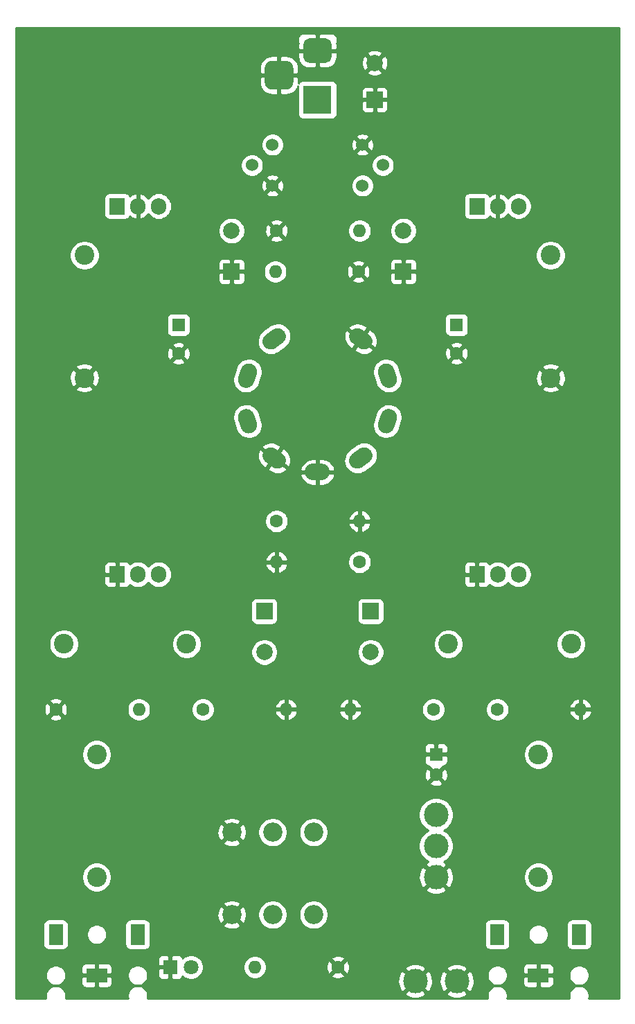
<source format=gbr>
G04 #@! TF.GenerationSoftware,KiCad,Pcbnew,(5.1.6)-1*
G04 #@! TF.CreationDate,2020-12-21T19:05:13-08:00*
G04 #@! TF.ProjectId,12AU7-Amplifier,31324155-372d-4416-9d70-6c6966696572,1.0*
G04 #@! TF.SameCoordinates,Original*
G04 #@! TF.FileFunction,Copper,L2,Inr*
G04 #@! TF.FilePolarity,Positive*
%FSLAX46Y46*%
G04 Gerber Fmt 4.6, Leading zero omitted, Abs format (unit mm)*
G04 Created by KiCad (PCBNEW (5.1.6)-1) date 2020-12-21 19:05:14*
%MOMM*%
%LPD*%
G01*
G04 APERTURE LIST*
G04 #@! TA.AperFunction,ViaPad*
%ADD10C,2.400000*%
G04 #@! TD*
G04 #@! TA.AperFunction,ViaPad*
%ADD11C,2.000000*%
G04 #@! TD*
G04 #@! TA.AperFunction,ViaPad*
%ADD12R,2.000000X2.000000*%
G04 #@! TD*
G04 #@! TA.AperFunction,ViaPad*
%ADD13O,1.905000X2.000000*%
G04 #@! TD*
G04 #@! TA.AperFunction,ViaPad*
%ADD14R,1.905000X2.000000*%
G04 #@! TD*
G04 #@! TA.AperFunction,ViaPad*
%ADD15O,1.600000X1.600000*%
G04 #@! TD*
G04 #@! TA.AperFunction,ViaPad*
%ADD16C,1.600000*%
G04 #@! TD*
G04 #@! TA.AperFunction,ViaPad*
%ADD17C,1.524000*%
G04 #@! TD*
G04 #@! TA.AperFunction,ViaPad*
%ADD18R,1.600000X1.600000*%
G04 #@! TD*
G04 #@! TA.AperFunction,ViaPad*
%ADD19C,3.000000*%
G04 #@! TD*
G04 #@! TA.AperFunction,ViaPad*
%ADD20R,3.500000X3.500000*%
G04 #@! TD*
G04 #@! TA.AperFunction,ViaPad*
%ADD21O,3.050000X2.030000*%
G04 #@! TD*
G04 #@! TA.AperFunction,ViaPad*
%ADD22C,2.340000*%
G04 #@! TD*
G04 #@! TA.AperFunction,ViaPad*
%ADD23R,2.500000X1.800000*%
G04 #@! TD*
G04 #@! TA.AperFunction,ViaPad*
%ADD24R,1.800000X2.500000*%
G04 #@! TD*
G04 #@! TA.AperFunction,ViaPad*
%ADD25C,1.800000*%
G04 #@! TD*
G04 #@! TA.AperFunction,ViaPad*
%ADD26R,1.800000X1.800000*%
G04 #@! TD*
G04 #@! TA.AperFunction,ViaPad*
%ADD27C,0.800000*%
G04 #@! TD*
G04 #@! TA.AperFunction,Conductor*
%ADD28C,0.254000*%
G04 #@! TD*
G04 APERTURE END LIST*
D10*
X95500000Y-134500000D03*
X95500000Y-119500000D03*
D11*
X129000000Y-107000000D03*
D12*
X129000000Y-102000000D03*
D13*
X147080000Y-97500000D03*
X144540000Y-97500000D03*
D14*
X142000000Y-97500000D03*
D13*
X103080000Y-97500000D03*
X100540000Y-97500000D03*
D14*
X98000000Y-97500000D03*
D13*
X147080000Y-52500000D03*
X144540000Y-52500000D03*
D14*
X142000000Y-52500000D03*
D13*
X103080000Y-52500000D03*
X100540000Y-52500000D03*
D14*
X98000000Y-52500000D03*
D15*
X127660000Y-55500000D03*
D16*
X117500000Y-55500000D03*
D15*
X117340000Y-60500000D03*
D16*
X127500000Y-60500000D03*
D11*
X133000000Y-55500000D03*
X112000000Y-55500000D03*
D12*
X133000000Y-60500000D03*
X112000000Y-60500000D03*
D11*
X129500000Y-35000000D03*
D12*
X129500000Y-39500000D03*
D17*
X128000000Y-50000000D03*
X130500000Y-47500000D03*
X128000000Y-45000000D03*
X117000000Y-45000000D03*
X114500000Y-47500000D03*
X117000000Y-50000000D03*
D16*
X139500000Y-70500000D03*
D18*
X139500000Y-67000000D03*
D16*
X105500000Y-70500000D03*
D18*
X105500000Y-67000000D03*
D10*
X138500000Y-106000000D03*
X153500000Y-106000000D03*
X106500000Y-106000000D03*
X91500000Y-106000000D03*
X151000000Y-73500000D03*
X151000000Y-58500000D03*
X94000000Y-58500000D03*
X94000000Y-73500000D03*
X149500000Y-134500000D03*
X149500000Y-119500000D03*
D19*
X139540000Y-147200000D03*
X134460000Y-147200000D03*
X137000000Y-126880000D03*
X137000000Y-130690000D03*
X137000000Y-134500000D03*
D20*
X122500000Y-39500000D03*
G04 #@! TA.AperFunction,ViaPad*
G36*
G01*
X121500000Y-32000000D02*
X123500000Y-32000000D01*
G75*
G02*
X124250000Y-32750000I0J-750000D01*
G01*
X124250000Y-34250000D01*
G75*
G02*
X123500000Y-35000000I-750000J0D01*
G01*
X121500000Y-35000000D01*
G75*
G02*
X120750000Y-34250000I0J750000D01*
G01*
X120750000Y-32750000D01*
G75*
G02*
X121500000Y-32000000I750000J0D01*
G01*
G37*
G04 #@! TD.AperFunction*
G04 #@! TA.AperFunction,ViaPad*
G36*
G01*
X116925000Y-34750000D02*
X118675000Y-34750000D01*
G75*
G02*
X119550000Y-35625000I0J-875000D01*
G01*
X119550000Y-37375000D01*
G75*
G02*
X118675000Y-38250000I-875000J0D01*
G01*
X116925000Y-38250000D01*
G75*
G02*
X116050000Y-37375000I0J875000D01*
G01*
X116050000Y-35625000D01*
G75*
G02*
X116925000Y-34750000I875000J0D01*
G01*
G37*
G04 #@! TD.AperFunction*
G04 #@! TA.AperFunction,ViaPad*
G36*
G01*
X118219201Y-69241382D02*
X117394003Y-69840922D01*
G75*
G02*
X115976249Y-69616372I-596602J821152D01*
G01*
X115976249Y-69616372D01*
G75*
G02*
X116200799Y-68198618I821152J596602D01*
G01*
X117025997Y-67599078D01*
G75*
G02*
X118443751Y-67823628I596602J-821152D01*
G01*
X118443751Y-67823628D01*
G75*
G02*
X118219201Y-69241382I-821152J-596602D01*
G01*
G37*
G04 #@! TD.AperFunction*
G04 #@! TA.AperFunction,ViaPad*
G36*
G01*
X115062921Y-73048613D02*
X114747723Y-74018691D01*
G75*
G02*
X113468749Y-74670361I-965322J313652D01*
G01*
X113468749Y-74670361D01*
G75*
G02*
X112817079Y-73391387I313652J965322D01*
G01*
X113132277Y-72421309D01*
G75*
G02*
X114411251Y-71769639I965322J-313652D01*
G01*
X114411251Y-71769639D01*
G75*
G02*
X115062921Y-73048613I-313652J-965322D01*
G01*
G37*
G04 #@! TD.AperFunction*
G04 #@! TA.AperFunction,ViaPad*
G36*
G01*
X114747724Y-77981309D02*
X115062921Y-78951387D01*
G75*
G02*
X114411251Y-80230361I-965322J-313652D01*
G01*
X114411251Y-80230361D01*
G75*
G02*
X113132277Y-79578691I-313652J965322D01*
G01*
X112817079Y-78608613D01*
G75*
G02*
X113468749Y-77329639I965322J313652D01*
G01*
X113468749Y-77329639D01*
G75*
G02*
X114747723Y-77981309I313652J-965322D01*
G01*
G37*
G04 #@! TD.AperFunction*
G04 #@! TA.AperFunction,ViaPad*
G36*
G01*
X117394003Y-82159077D02*
X118219201Y-82758618D01*
G75*
G02*
X118443751Y-84176372I-596602J-821152D01*
G01*
X118443751Y-84176372D01*
G75*
G02*
X117025997Y-84400922I-821152J596602D01*
G01*
X116200799Y-83801382D01*
G75*
G02*
X115976249Y-82383628I596602J821152D01*
G01*
X115976249Y-82383628D01*
G75*
G02*
X117394003Y-82159078I821152J-596602D01*
G01*
G37*
G04 #@! TD.AperFunction*
D21*
X122500000Y-85000000D03*
G04 #@! TA.AperFunction,ViaPad*
G36*
G01*
X128799201Y-83801382D02*
X127974003Y-84400922D01*
G75*
G02*
X126556249Y-84176372I-596602J821152D01*
G01*
X126556249Y-84176372D01*
G75*
G02*
X126780799Y-82758618I821152J596602D01*
G01*
X127605997Y-82159078D01*
G75*
G02*
X129023751Y-82383628I596602J-821152D01*
G01*
X129023751Y-82383628D01*
G75*
G02*
X128799201Y-83801382I-821152J-596602D01*
G01*
G37*
G04 #@! TD.AperFunction*
G04 #@! TA.AperFunction,ViaPad*
G36*
G01*
X132182921Y-78608613D02*
X131867723Y-79578691D01*
G75*
G02*
X130588749Y-80230361I-965322J313652D01*
G01*
X130588749Y-80230361D01*
G75*
G02*
X129937079Y-78951387I313652J965322D01*
G01*
X130252277Y-77981309D01*
G75*
G02*
X131531251Y-77329639I965322J-313652D01*
G01*
X131531251Y-77329639D01*
G75*
G02*
X132182921Y-78608613I-313652J-965322D01*
G01*
G37*
G04 #@! TD.AperFunction*
G04 #@! TA.AperFunction,ViaPad*
G36*
G01*
X131867724Y-72421309D02*
X132182921Y-73391387D01*
G75*
G02*
X131531251Y-74670361I-965322J-313652D01*
G01*
X131531251Y-74670361D01*
G75*
G02*
X130252277Y-74018691I-313652J965322D01*
G01*
X129937079Y-73048613D01*
G75*
G02*
X130588749Y-71769639I965322J313652D01*
G01*
X130588749Y-71769639D01*
G75*
G02*
X131867723Y-72421309I313652J-965322D01*
G01*
G37*
G04 #@! TD.AperFunction*
G04 #@! TA.AperFunction,ViaPad*
G36*
G01*
X127974003Y-67599077D02*
X128799201Y-68198618D01*
G75*
G02*
X129023751Y-69616372I-596602J-821152D01*
G01*
X129023751Y-69616372D01*
G75*
G02*
X127605997Y-69840922I-821152J596602D01*
G01*
X126780799Y-69241382D01*
G75*
G02*
X126556249Y-67823628I596602J821152D01*
G01*
X126556249Y-67823628D01*
G75*
G02*
X127974003Y-67599078I821152J-596602D01*
G01*
G37*
G04 #@! TD.AperFunction*
D22*
X112025400Y-129003720D03*
X117025400Y-129003720D03*
X122025400Y-129003720D03*
X112025400Y-139083720D03*
X117025400Y-139083720D03*
X122025400Y-139083720D03*
D15*
X126500000Y-114000000D03*
D16*
X136660000Y-114000000D03*
D15*
X118660000Y-114000000D03*
D16*
X108500000Y-114000000D03*
D15*
X117500000Y-96000000D03*
D16*
X127660000Y-96000000D03*
D15*
X127660000Y-91000000D03*
D16*
X117500000Y-91000000D03*
D15*
X114840000Y-145500000D03*
D16*
X125000000Y-145500000D03*
D15*
X154660000Y-114000000D03*
D16*
X144500000Y-114000000D03*
D15*
X100660000Y-114000000D03*
D16*
X90500000Y-114000000D03*
D23*
X149500000Y-146500000D03*
D24*
X154500000Y-141500000D03*
X144500000Y-141500000D03*
D23*
X95500000Y-146500000D03*
D24*
X100500000Y-141500000D03*
X90500000Y-141500000D03*
D25*
X107040000Y-145500000D03*
D26*
X104500000Y-145500000D03*
D11*
X116000000Y-107000000D03*
D12*
X116000000Y-102000000D03*
D16*
X137000000Y-122000000D03*
D18*
X137000000Y-119500000D03*
D27*
X158500000Y-32500000D03*
X158500000Y-37500000D03*
X158500000Y-42500000D03*
X158500000Y-47500000D03*
X158500000Y-57500000D03*
X158500000Y-52500000D03*
X158500000Y-67500000D03*
X158500000Y-62500000D03*
X158500000Y-72500000D03*
X158500000Y-77500000D03*
X158500000Y-82500000D03*
X158500000Y-87500000D03*
X158500000Y-97500000D03*
X158500000Y-102500000D03*
X158500000Y-92500000D03*
X158500000Y-117500000D03*
X158500000Y-107500000D03*
X158500000Y-112500000D03*
X158500000Y-127500000D03*
X158500000Y-132500000D03*
X158500000Y-122500000D03*
X158500000Y-137500000D03*
X158500000Y-142500000D03*
X86500000Y-32500000D03*
X86500000Y-82500000D03*
X86500000Y-132500000D03*
X86500000Y-42500000D03*
X86500000Y-137500000D03*
X86500000Y-87500000D03*
X86500000Y-112500000D03*
X86500000Y-102500000D03*
X86500000Y-62500000D03*
X86500000Y-92500000D03*
X86500000Y-117500000D03*
X86500000Y-142500000D03*
X86500000Y-52500000D03*
X86500000Y-77500000D03*
X86500000Y-107500000D03*
X86500000Y-37500000D03*
X86500000Y-67500000D03*
X86500000Y-97500000D03*
X86500000Y-47500000D03*
X86500000Y-57500000D03*
X86500000Y-122500000D03*
X86500000Y-72500000D03*
X86500000Y-127500000D03*
X92500000Y-148500000D03*
X105000000Y-148500000D03*
X110000000Y-148500000D03*
X115000000Y-148500000D03*
X120000000Y-148500000D03*
X125000000Y-148500000D03*
X130000000Y-148500000D03*
X152500000Y-148500000D03*
X90000000Y-31500000D03*
X155000000Y-31500000D03*
X115000000Y-31500000D03*
X110000000Y-31500000D03*
X100000000Y-31500000D03*
X120000000Y-31500000D03*
X130000000Y-31500000D03*
X95000000Y-31500000D03*
X145000000Y-31500000D03*
X105000000Y-31500000D03*
X140000000Y-31500000D03*
X135000000Y-31500000D03*
X125000000Y-31500000D03*
X150000000Y-31500000D03*
X158500000Y-147500000D03*
X86500000Y-147500000D03*
X147500000Y-148500000D03*
X97500000Y-148500000D03*
D28*
G36*
X89340226Y-30696063D02*
G01*
X89196063Y-30840226D01*
X89082795Y-31009744D01*
X89004774Y-31198102D01*
X88965000Y-31398061D01*
X88965000Y-31601939D01*
X89004774Y-31801898D01*
X89082795Y-31990256D01*
X89196063Y-32159774D01*
X89340226Y-32303937D01*
X89509744Y-32417205D01*
X89698102Y-32495226D01*
X89898061Y-32535000D01*
X90101939Y-32535000D01*
X90301898Y-32495226D01*
X90490256Y-32417205D01*
X90659774Y-32303937D01*
X90803937Y-32159774D01*
X90917205Y-31990256D01*
X90995226Y-31801898D01*
X91035000Y-31601939D01*
X91035000Y-31398061D01*
X90995226Y-31198102D01*
X90917205Y-31009744D01*
X90803937Y-30840226D01*
X90659774Y-30696063D01*
X90605802Y-30660000D01*
X94394198Y-30660000D01*
X94340226Y-30696063D01*
X94196063Y-30840226D01*
X94082795Y-31009744D01*
X94004774Y-31198102D01*
X93965000Y-31398061D01*
X93965000Y-31601939D01*
X94004774Y-31801898D01*
X94082795Y-31990256D01*
X94196063Y-32159774D01*
X94340226Y-32303937D01*
X94509744Y-32417205D01*
X94698102Y-32495226D01*
X94898061Y-32535000D01*
X95101939Y-32535000D01*
X95301898Y-32495226D01*
X95490256Y-32417205D01*
X95659774Y-32303937D01*
X95803937Y-32159774D01*
X95917205Y-31990256D01*
X95995226Y-31801898D01*
X96035000Y-31601939D01*
X96035000Y-31398061D01*
X95995226Y-31198102D01*
X95917205Y-31009744D01*
X95803937Y-30840226D01*
X95659774Y-30696063D01*
X95605802Y-30660000D01*
X99394198Y-30660000D01*
X99340226Y-30696063D01*
X99196063Y-30840226D01*
X99082795Y-31009744D01*
X99004774Y-31198102D01*
X98965000Y-31398061D01*
X98965000Y-31601939D01*
X99004774Y-31801898D01*
X99082795Y-31990256D01*
X99196063Y-32159774D01*
X99340226Y-32303937D01*
X99509744Y-32417205D01*
X99698102Y-32495226D01*
X99898061Y-32535000D01*
X100101939Y-32535000D01*
X100301898Y-32495226D01*
X100490256Y-32417205D01*
X100659774Y-32303937D01*
X100803937Y-32159774D01*
X100917205Y-31990256D01*
X100995226Y-31801898D01*
X101035000Y-31601939D01*
X101035000Y-31398061D01*
X100995226Y-31198102D01*
X100917205Y-31009744D01*
X100803937Y-30840226D01*
X100659774Y-30696063D01*
X100605802Y-30660000D01*
X104394198Y-30660000D01*
X104340226Y-30696063D01*
X104196063Y-30840226D01*
X104082795Y-31009744D01*
X104004774Y-31198102D01*
X103965000Y-31398061D01*
X103965000Y-31601939D01*
X104004774Y-31801898D01*
X104082795Y-31990256D01*
X104196063Y-32159774D01*
X104340226Y-32303937D01*
X104509744Y-32417205D01*
X104698102Y-32495226D01*
X104898061Y-32535000D01*
X105101939Y-32535000D01*
X105301898Y-32495226D01*
X105490256Y-32417205D01*
X105659774Y-32303937D01*
X105803937Y-32159774D01*
X105917205Y-31990256D01*
X105995226Y-31801898D01*
X106035000Y-31601939D01*
X106035000Y-31398061D01*
X105995226Y-31198102D01*
X105917205Y-31009744D01*
X105803937Y-30840226D01*
X105659774Y-30696063D01*
X105605802Y-30660000D01*
X109394198Y-30660000D01*
X109340226Y-30696063D01*
X109196063Y-30840226D01*
X109082795Y-31009744D01*
X109004774Y-31198102D01*
X108965000Y-31398061D01*
X108965000Y-31601939D01*
X109004774Y-31801898D01*
X109082795Y-31990256D01*
X109196063Y-32159774D01*
X109340226Y-32303937D01*
X109509744Y-32417205D01*
X109698102Y-32495226D01*
X109898061Y-32535000D01*
X110101939Y-32535000D01*
X110301898Y-32495226D01*
X110490256Y-32417205D01*
X110659774Y-32303937D01*
X110803937Y-32159774D01*
X110917205Y-31990256D01*
X110995226Y-31801898D01*
X111035000Y-31601939D01*
X111035000Y-31398061D01*
X110995226Y-31198102D01*
X110917205Y-31009744D01*
X110803937Y-30840226D01*
X110659774Y-30696063D01*
X110605802Y-30660000D01*
X114394198Y-30660000D01*
X114340226Y-30696063D01*
X114196063Y-30840226D01*
X114082795Y-31009744D01*
X114004774Y-31198102D01*
X113965000Y-31398061D01*
X113965000Y-31601939D01*
X114004774Y-31801898D01*
X114082795Y-31990256D01*
X114196063Y-32159774D01*
X114340226Y-32303937D01*
X114509744Y-32417205D01*
X114698102Y-32495226D01*
X114898061Y-32535000D01*
X115101939Y-32535000D01*
X115301898Y-32495226D01*
X115490256Y-32417205D01*
X115659774Y-32303937D01*
X115803937Y-32159774D01*
X115917205Y-31990256D01*
X115995226Y-31801898D01*
X116035000Y-31601939D01*
X116035000Y-31398061D01*
X115995226Y-31198102D01*
X115917205Y-31009744D01*
X115803937Y-30840226D01*
X115659774Y-30696063D01*
X115605802Y-30660000D01*
X119394198Y-30660000D01*
X119340226Y-30696063D01*
X119196063Y-30840226D01*
X119082795Y-31009744D01*
X119004774Y-31198102D01*
X118965000Y-31398061D01*
X118965000Y-31601939D01*
X119004774Y-31801898D01*
X119082795Y-31990256D01*
X119196063Y-32159774D01*
X119340226Y-32303937D01*
X119509744Y-32417205D01*
X119698102Y-32495226D01*
X119898061Y-32535000D01*
X120101939Y-32535000D01*
X120133726Y-32528677D01*
X120111928Y-32750000D01*
X120111928Y-34250000D01*
X120138599Y-34520799D01*
X120217589Y-34781192D01*
X120345860Y-35021171D01*
X120518485Y-35231515D01*
X120728829Y-35404140D01*
X120968808Y-35532411D01*
X121229201Y-35611401D01*
X121500000Y-35638072D01*
X123500000Y-35638072D01*
X123770799Y-35611401D01*
X124031192Y-35532411D01*
X124271171Y-35404140D01*
X124481515Y-35231515D01*
X124620144Y-35062595D01*
X127858282Y-35062595D01*
X127902039Y-35381675D01*
X128007205Y-35686088D01*
X128100186Y-35860044D01*
X128364587Y-35955808D01*
X129320395Y-35000000D01*
X129679605Y-35000000D01*
X130635413Y-35955808D01*
X130899814Y-35860044D01*
X131040704Y-35570429D01*
X131122384Y-35258892D01*
X131141718Y-34937405D01*
X131097961Y-34618325D01*
X130992795Y-34313912D01*
X130899814Y-34139956D01*
X130635413Y-34044192D01*
X129679605Y-35000000D01*
X129320395Y-35000000D01*
X128364587Y-34044192D01*
X128100186Y-34139956D01*
X127959296Y-34429571D01*
X127877616Y-34741108D01*
X127858282Y-35062595D01*
X124620144Y-35062595D01*
X124654140Y-35021171D01*
X124782411Y-34781192D01*
X124861401Y-34520799D01*
X124888072Y-34250000D01*
X124888072Y-33864587D01*
X128544192Y-33864587D01*
X129500000Y-34820395D01*
X130455808Y-33864587D01*
X130360044Y-33600186D01*
X130070429Y-33459296D01*
X129758892Y-33377616D01*
X129437405Y-33358282D01*
X129118325Y-33402039D01*
X128813912Y-33507205D01*
X128639956Y-33600186D01*
X128544192Y-33864587D01*
X124888072Y-33864587D01*
X124888072Y-32750000D01*
X124866274Y-32528677D01*
X124898061Y-32535000D01*
X125101939Y-32535000D01*
X125301898Y-32495226D01*
X125490256Y-32417205D01*
X125659774Y-32303937D01*
X125803937Y-32159774D01*
X125917205Y-31990256D01*
X125995226Y-31801898D01*
X126035000Y-31601939D01*
X126035000Y-31398061D01*
X125995226Y-31198102D01*
X125917205Y-31009744D01*
X125803937Y-30840226D01*
X125659774Y-30696063D01*
X125605802Y-30660000D01*
X129394198Y-30660000D01*
X129340226Y-30696063D01*
X129196063Y-30840226D01*
X129082795Y-31009744D01*
X129004774Y-31198102D01*
X128965000Y-31398061D01*
X128965000Y-31601939D01*
X129004774Y-31801898D01*
X129082795Y-31990256D01*
X129196063Y-32159774D01*
X129340226Y-32303937D01*
X129509744Y-32417205D01*
X129698102Y-32495226D01*
X129898061Y-32535000D01*
X130101939Y-32535000D01*
X130301898Y-32495226D01*
X130490256Y-32417205D01*
X130659774Y-32303937D01*
X130803937Y-32159774D01*
X130917205Y-31990256D01*
X130995226Y-31801898D01*
X131035000Y-31601939D01*
X131035000Y-31398061D01*
X130995226Y-31198102D01*
X130917205Y-31009744D01*
X130803937Y-30840226D01*
X130659774Y-30696063D01*
X130605802Y-30660000D01*
X134394198Y-30660000D01*
X134340226Y-30696063D01*
X134196063Y-30840226D01*
X134082795Y-31009744D01*
X134004774Y-31198102D01*
X133965000Y-31398061D01*
X133965000Y-31601939D01*
X134004774Y-31801898D01*
X134082795Y-31990256D01*
X134196063Y-32159774D01*
X134340226Y-32303937D01*
X134509744Y-32417205D01*
X134698102Y-32495226D01*
X134898061Y-32535000D01*
X135101939Y-32535000D01*
X135301898Y-32495226D01*
X135490256Y-32417205D01*
X135659774Y-32303937D01*
X135803937Y-32159774D01*
X135917205Y-31990256D01*
X135995226Y-31801898D01*
X136035000Y-31601939D01*
X136035000Y-31398061D01*
X135995226Y-31198102D01*
X135917205Y-31009744D01*
X135803937Y-30840226D01*
X135659774Y-30696063D01*
X135605802Y-30660000D01*
X139394198Y-30660000D01*
X139340226Y-30696063D01*
X139196063Y-30840226D01*
X139082795Y-31009744D01*
X139004774Y-31198102D01*
X138965000Y-31398061D01*
X138965000Y-31601939D01*
X139004774Y-31801898D01*
X139082795Y-31990256D01*
X139196063Y-32159774D01*
X139340226Y-32303937D01*
X139509744Y-32417205D01*
X139698102Y-32495226D01*
X139898061Y-32535000D01*
X140101939Y-32535000D01*
X140301898Y-32495226D01*
X140490256Y-32417205D01*
X140659774Y-32303937D01*
X140803937Y-32159774D01*
X140917205Y-31990256D01*
X140995226Y-31801898D01*
X141035000Y-31601939D01*
X141035000Y-31398061D01*
X140995226Y-31198102D01*
X140917205Y-31009744D01*
X140803937Y-30840226D01*
X140659774Y-30696063D01*
X140605802Y-30660000D01*
X144394198Y-30660000D01*
X144340226Y-30696063D01*
X144196063Y-30840226D01*
X144082795Y-31009744D01*
X144004774Y-31198102D01*
X143965000Y-31398061D01*
X143965000Y-31601939D01*
X144004774Y-31801898D01*
X144082795Y-31990256D01*
X144196063Y-32159774D01*
X144340226Y-32303937D01*
X144509744Y-32417205D01*
X144698102Y-32495226D01*
X144898061Y-32535000D01*
X145101939Y-32535000D01*
X145301898Y-32495226D01*
X145490256Y-32417205D01*
X145659774Y-32303937D01*
X145803937Y-32159774D01*
X145917205Y-31990256D01*
X145995226Y-31801898D01*
X146035000Y-31601939D01*
X146035000Y-31398061D01*
X145995226Y-31198102D01*
X145917205Y-31009744D01*
X145803937Y-30840226D01*
X145659774Y-30696063D01*
X145605802Y-30660000D01*
X149394198Y-30660000D01*
X149340226Y-30696063D01*
X149196063Y-30840226D01*
X149082795Y-31009744D01*
X149004774Y-31198102D01*
X148965000Y-31398061D01*
X148965000Y-31601939D01*
X149004774Y-31801898D01*
X149082795Y-31990256D01*
X149196063Y-32159774D01*
X149340226Y-32303937D01*
X149509744Y-32417205D01*
X149698102Y-32495226D01*
X149898061Y-32535000D01*
X150101939Y-32535000D01*
X150301898Y-32495226D01*
X150490256Y-32417205D01*
X150659774Y-32303937D01*
X150803937Y-32159774D01*
X150917205Y-31990256D01*
X150995226Y-31801898D01*
X151035000Y-31601939D01*
X151035000Y-31398061D01*
X150995226Y-31198102D01*
X150917205Y-31009744D01*
X150803937Y-30840226D01*
X150659774Y-30696063D01*
X150605802Y-30660000D01*
X154394198Y-30660000D01*
X154340226Y-30696063D01*
X154196063Y-30840226D01*
X154082795Y-31009744D01*
X154004774Y-31198102D01*
X153965000Y-31398061D01*
X153965000Y-31601939D01*
X154004774Y-31801898D01*
X154082795Y-31990256D01*
X154196063Y-32159774D01*
X154340226Y-32303937D01*
X154509744Y-32417205D01*
X154698102Y-32495226D01*
X154898061Y-32535000D01*
X155101939Y-32535000D01*
X155301898Y-32495226D01*
X155490256Y-32417205D01*
X155659774Y-32303937D01*
X155803937Y-32159774D01*
X155917205Y-31990256D01*
X155995226Y-31801898D01*
X156035000Y-31601939D01*
X156035000Y-31398061D01*
X155995226Y-31198102D01*
X155917205Y-31009744D01*
X155803937Y-30840226D01*
X155659774Y-30696063D01*
X155605802Y-30660000D01*
X159340000Y-30660000D01*
X159340000Y-31894198D01*
X159303937Y-31840226D01*
X159159774Y-31696063D01*
X158990256Y-31582795D01*
X158801898Y-31504774D01*
X158601939Y-31465000D01*
X158398061Y-31465000D01*
X158198102Y-31504774D01*
X158009744Y-31582795D01*
X157840226Y-31696063D01*
X157696063Y-31840226D01*
X157582795Y-32009744D01*
X157504774Y-32198102D01*
X157465000Y-32398061D01*
X157465000Y-32601939D01*
X157504774Y-32801898D01*
X157582795Y-32990256D01*
X157696063Y-33159774D01*
X157840226Y-33303937D01*
X158009744Y-33417205D01*
X158198102Y-33495226D01*
X158398061Y-33535000D01*
X158601939Y-33535000D01*
X158801898Y-33495226D01*
X158990256Y-33417205D01*
X159159774Y-33303937D01*
X159303937Y-33159774D01*
X159340000Y-33105802D01*
X159340000Y-36894198D01*
X159303937Y-36840226D01*
X159159774Y-36696063D01*
X158990256Y-36582795D01*
X158801898Y-36504774D01*
X158601939Y-36465000D01*
X158398061Y-36465000D01*
X158198102Y-36504774D01*
X158009744Y-36582795D01*
X157840226Y-36696063D01*
X157696063Y-36840226D01*
X157582795Y-37009744D01*
X157504774Y-37198102D01*
X157465000Y-37398061D01*
X157465000Y-37601939D01*
X157504774Y-37801898D01*
X157582795Y-37990256D01*
X157696063Y-38159774D01*
X157840226Y-38303937D01*
X158009744Y-38417205D01*
X158198102Y-38495226D01*
X158398061Y-38535000D01*
X158601939Y-38535000D01*
X158801898Y-38495226D01*
X158990256Y-38417205D01*
X159159774Y-38303937D01*
X159303937Y-38159774D01*
X159340000Y-38105802D01*
X159340000Y-41894198D01*
X159303937Y-41840226D01*
X159159774Y-41696063D01*
X158990256Y-41582795D01*
X158801898Y-41504774D01*
X158601939Y-41465000D01*
X158398061Y-41465000D01*
X158198102Y-41504774D01*
X158009744Y-41582795D01*
X157840226Y-41696063D01*
X157696063Y-41840226D01*
X157582795Y-42009744D01*
X157504774Y-42198102D01*
X157465000Y-42398061D01*
X157465000Y-42601939D01*
X157504774Y-42801898D01*
X157582795Y-42990256D01*
X157696063Y-43159774D01*
X157840226Y-43303937D01*
X158009744Y-43417205D01*
X158198102Y-43495226D01*
X158398061Y-43535000D01*
X158601939Y-43535000D01*
X158801898Y-43495226D01*
X158990256Y-43417205D01*
X159159774Y-43303937D01*
X159303937Y-43159774D01*
X159340000Y-43105802D01*
X159340000Y-46894198D01*
X159303937Y-46840226D01*
X159159774Y-46696063D01*
X158990256Y-46582795D01*
X158801898Y-46504774D01*
X158601939Y-46465000D01*
X158398061Y-46465000D01*
X158198102Y-46504774D01*
X158009744Y-46582795D01*
X157840226Y-46696063D01*
X157696063Y-46840226D01*
X157582795Y-47009744D01*
X157504774Y-47198102D01*
X157465000Y-47398061D01*
X157465000Y-47601939D01*
X157504774Y-47801898D01*
X157582795Y-47990256D01*
X157696063Y-48159774D01*
X157840226Y-48303937D01*
X158009744Y-48417205D01*
X158198102Y-48495226D01*
X158398061Y-48535000D01*
X158601939Y-48535000D01*
X158801898Y-48495226D01*
X158990256Y-48417205D01*
X159159774Y-48303937D01*
X159303937Y-48159774D01*
X159340000Y-48105802D01*
X159340000Y-51894199D01*
X159303937Y-51840226D01*
X159159774Y-51696063D01*
X158990256Y-51582795D01*
X158801898Y-51504774D01*
X158601939Y-51465000D01*
X158398061Y-51465000D01*
X158198102Y-51504774D01*
X158009744Y-51582795D01*
X157840226Y-51696063D01*
X157696063Y-51840226D01*
X157582795Y-52009744D01*
X157504774Y-52198102D01*
X157465000Y-52398061D01*
X157465000Y-52601939D01*
X157504774Y-52801898D01*
X157582795Y-52990256D01*
X157696063Y-53159774D01*
X157840226Y-53303937D01*
X158009744Y-53417205D01*
X158198102Y-53495226D01*
X158398061Y-53535000D01*
X158601939Y-53535000D01*
X158801898Y-53495226D01*
X158990256Y-53417205D01*
X159159774Y-53303937D01*
X159303937Y-53159774D01*
X159340000Y-53105801D01*
X159340000Y-56894199D01*
X159303937Y-56840226D01*
X159159774Y-56696063D01*
X158990256Y-56582795D01*
X158801898Y-56504774D01*
X158601939Y-56465000D01*
X158398061Y-56465000D01*
X158198102Y-56504774D01*
X158009744Y-56582795D01*
X157840226Y-56696063D01*
X157696063Y-56840226D01*
X157582795Y-57009744D01*
X157504774Y-57198102D01*
X157465000Y-57398061D01*
X157465000Y-57601939D01*
X157504774Y-57801898D01*
X157582795Y-57990256D01*
X157696063Y-58159774D01*
X157840226Y-58303937D01*
X158009744Y-58417205D01*
X158198102Y-58495226D01*
X158398061Y-58535000D01*
X158601939Y-58535000D01*
X158801898Y-58495226D01*
X158990256Y-58417205D01*
X159159774Y-58303937D01*
X159303937Y-58159774D01*
X159340000Y-58105801D01*
X159340000Y-61894199D01*
X159303937Y-61840226D01*
X159159774Y-61696063D01*
X158990256Y-61582795D01*
X158801898Y-61504774D01*
X158601939Y-61465000D01*
X158398061Y-61465000D01*
X158198102Y-61504774D01*
X158009744Y-61582795D01*
X157840226Y-61696063D01*
X157696063Y-61840226D01*
X157582795Y-62009744D01*
X157504774Y-62198102D01*
X157465000Y-62398061D01*
X157465000Y-62601939D01*
X157504774Y-62801898D01*
X157582795Y-62990256D01*
X157696063Y-63159774D01*
X157840226Y-63303937D01*
X158009744Y-63417205D01*
X158198102Y-63495226D01*
X158398061Y-63535000D01*
X158601939Y-63535000D01*
X158801898Y-63495226D01*
X158990256Y-63417205D01*
X159159774Y-63303937D01*
X159303937Y-63159774D01*
X159340000Y-63105801D01*
X159340000Y-66894199D01*
X159303937Y-66840226D01*
X159159774Y-66696063D01*
X158990256Y-66582795D01*
X158801898Y-66504774D01*
X158601939Y-66465000D01*
X158398061Y-66465000D01*
X158198102Y-66504774D01*
X158009744Y-66582795D01*
X157840226Y-66696063D01*
X157696063Y-66840226D01*
X157582795Y-67009744D01*
X157504774Y-67198102D01*
X157465000Y-67398061D01*
X157465000Y-67601939D01*
X157504774Y-67801898D01*
X157582795Y-67990256D01*
X157696063Y-68159774D01*
X157840226Y-68303937D01*
X158009744Y-68417205D01*
X158198102Y-68495226D01*
X158398061Y-68535000D01*
X158601939Y-68535000D01*
X158801898Y-68495226D01*
X158990256Y-68417205D01*
X159159774Y-68303937D01*
X159303937Y-68159774D01*
X159340000Y-68105801D01*
X159340000Y-71894199D01*
X159303937Y-71840226D01*
X159159774Y-71696063D01*
X158990256Y-71582795D01*
X158801898Y-71504774D01*
X158601939Y-71465000D01*
X158398061Y-71465000D01*
X158198102Y-71504774D01*
X158009744Y-71582795D01*
X157840226Y-71696063D01*
X157696063Y-71840226D01*
X157582795Y-72009744D01*
X157504774Y-72198102D01*
X157465000Y-72398061D01*
X157465000Y-72601939D01*
X157504774Y-72801898D01*
X157582795Y-72990256D01*
X157696063Y-73159774D01*
X157840226Y-73303937D01*
X158009744Y-73417205D01*
X158198102Y-73495226D01*
X158398061Y-73535000D01*
X158601939Y-73535000D01*
X158801898Y-73495226D01*
X158990256Y-73417205D01*
X159159774Y-73303937D01*
X159303937Y-73159774D01*
X159340000Y-73105801D01*
X159340000Y-76894199D01*
X159303937Y-76840226D01*
X159159774Y-76696063D01*
X158990256Y-76582795D01*
X158801898Y-76504774D01*
X158601939Y-76465000D01*
X158398061Y-76465000D01*
X158198102Y-76504774D01*
X158009744Y-76582795D01*
X157840226Y-76696063D01*
X157696063Y-76840226D01*
X157582795Y-77009744D01*
X157504774Y-77198102D01*
X157465000Y-77398061D01*
X157465000Y-77601939D01*
X157504774Y-77801898D01*
X157582795Y-77990256D01*
X157696063Y-78159774D01*
X157840226Y-78303937D01*
X158009744Y-78417205D01*
X158198102Y-78495226D01*
X158398061Y-78535000D01*
X158601939Y-78535000D01*
X158801898Y-78495226D01*
X158990256Y-78417205D01*
X159159774Y-78303937D01*
X159303937Y-78159774D01*
X159340000Y-78105801D01*
X159340000Y-81894199D01*
X159303937Y-81840226D01*
X159159774Y-81696063D01*
X158990256Y-81582795D01*
X158801898Y-81504774D01*
X158601939Y-81465000D01*
X158398061Y-81465000D01*
X158198102Y-81504774D01*
X158009744Y-81582795D01*
X157840226Y-81696063D01*
X157696063Y-81840226D01*
X157582795Y-82009744D01*
X157504774Y-82198102D01*
X157465000Y-82398061D01*
X157465000Y-82601939D01*
X157504774Y-82801898D01*
X157582795Y-82990256D01*
X157696063Y-83159774D01*
X157840226Y-83303937D01*
X158009744Y-83417205D01*
X158198102Y-83495226D01*
X158398061Y-83535000D01*
X158601939Y-83535000D01*
X158801898Y-83495226D01*
X158990256Y-83417205D01*
X159159774Y-83303937D01*
X159303937Y-83159774D01*
X159340000Y-83105801D01*
X159340000Y-86894199D01*
X159303937Y-86840226D01*
X159159774Y-86696063D01*
X158990256Y-86582795D01*
X158801898Y-86504774D01*
X158601939Y-86465000D01*
X158398061Y-86465000D01*
X158198102Y-86504774D01*
X158009744Y-86582795D01*
X157840226Y-86696063D01*
X157696063Y-86840226D01*
X157582795Y-87009744D01*
X157504774Y-87198102D01*
X157465000Y-87398061D01*
X157465000Y-87601939D01*
X157504774Y-87801898D01*
X157582795Y-87990256D01*
X157696063Y-88159774D01*
X157840226Y-88303937D01*
X158009744Y-88417205D01*
X158198102Y-88495226D01*
X158398061Y-88535000D01*
X158601939Y-88535000D01*
X158801898Y-88495226D01*
X158990256Y-88417205D01*
X159159774Y-88303937D01*
X159303937Y-88159774D01*
X159340000Y-88105801D01*
X159340001Y-91894199D01*
X159303937Y-91840226D01*
X159159774Y-91696063D01*
X158990256Y-91582795D01*
X158801898Y-91504774D01*
X158601939Y-91465000D01*
X158398061Y-91465000D01*
X158198102Y-91504774D01*
X158009744Y-91582795D01*
X157840226Y-91696063D01*
X157696063Y-91840226D01*
X157582795Y-92009744D01*
X157504774Y-92198102D01*
X157465000Y-92398061D01*
X157465000Y-92601939D01*
X157504774Y-92801898D01*
X157582795Y-92990256D01*
X157696063Y-93159774D01*
X157840226Y-93303937D01*
X158009744Y-93417205D01*
X158198102Y-93495226D01*
X158398061Y-93535000D01*
X158601939Y-93535000D01*
X158801898Y-93495226D01*
X158990256Y-93417205D01*
X159159774Y-93303937D01*
X159303937Y-93159774D01*
X159340001Y-93105801D01*
X159340001Y-96894199D01*
X159303937Y-96840226D01*
X159159774Y-96696063D01*
X158990256Y-96582795D01*
X158801898Y-96504774D01*
X158601939Y-96465000D01*
X158398061Y-96465000D01*
X158198102Y-96504774D01*
X158009744Y-96582795D01*
X157840226Y-96696063D01*
X157696063Y-96840226D01*
X157582795Y-97009744D01*
X157504774Y-97198102D01*
X157465000Y-97398061D01*
X157465000Y-97601939D01*
X157504774Y-97801898D01*
X157582795Y-97990256D01*
X157696063Y-98159774D01*
X157840226Y-98303937D01*
X158009744Y-98417205D01*
X158198102Y-98495226D01*
X158398061Y-98535000D01*
X158601939Y-98535000D01*
X158801898Y-98495226D01*
X158990256Y-98417205D01*
X159159774Y-98303937D01*
X159303937Y-98159774D01*
X159340001Y-98105801D01*
X159340001Y-101894199D01*
X159303937Y-101840226D01*
X159159774Y-101696063D01*
X158990256Y-101582795D01*
X158801898Y-101504774D01*
X158601939Y-101465000D01*
X158398061Y-101465000D01*
X158198102Y-101504774D01*
X158009744Y-101582795D01*
X157840226Y-101696063D01*
X157696063Y-101840226D01*
X157582795Y-102009744D01*
X157504774Y-102198102D01*
X157465000Y-102398061D01*
X157465000Y-102601939D01*
X157504774Y-102801898D01*
X157582795Y-102990256D01*
X157696063Y-103159774D01*
X157840226Y-103303937D01*
X158009744Y-103417205D01*
X158198102Y-103495226D01*
X158398061Y-103535000D01*
X158601939Y-103535000D01*
X158801898Y-103495226D01*
X158990256Y-103417205D01*
X159159774Y-103303937D01*
X159303937Y-103159774D01*
X159340001Y-103105801D01*
X159340001Y-106894199D01*
X159303937Y-106840226D01*
X159159774Y-106696063D01*
X158990256Y-106582795D01*
X158801898Y-106504774D01*
X158601939Y-106465000D01*
X158398061Y-106465000D01*
X158198102Y-106504774D01*
X158009744Y-106582795D01*
X157840226Y-106696063D01*
X157696063Y-106840226D01*
X157582795Y-107009744D01*
X157504774Y-107198102D01*
X157465000Y-107398061D01*
X157465000Y-107601939D01*
X157504774Y-107801898D01*
X157582795Y-107990256D01*
X157696063Y-108159774D01*
X157840226Y-108303937D01*
X158009744Y-108417205D01*
X158198102Y-108495226D01*
X158398061Y-108535000D01*
X158601939Y-108535000D01*
X158801898Y-108495226D01*
X158990256Y-108417205D01*
X159159774Y-108303937D01*
X159303937Y-108159774D01*
X159340001Y-108105801D01*
X159340001Y-111894199D01*
X159303937Y-111840226D01*
X159159774Y-111696063D01*
X158990256Y-111582795D01*
X158801898Y-111504774D01*
X158601939Y-111465000D01*
X158398061Y-111465000D01*
X158198102Y-111504774D01*
X158009744Y-111582795D01*
X157840226Y-111696063D01*
X157696063Y-111840226D01*
X157582795Y-112009744D01*
X157504774Y-112198102D01*
X157465000Y-112398061D01*
X157465000Y-112601939D01*
X157504774Y-112801898D01*
X157582795Y-112990256D01*
X157696063Y-113159774D01*
X157840226Y-113303937D01*
X158009744Y-113417205D01*
X158198102Y-113495226D01*
X158398061Y-113535000D01*
X158601939Y-113535000D01*
X158801898Y-113495226D01*
X158990256Y-113417205D01*
X159159774Y-113303937D01*
X159303937Y-113159774D01*
X159340001Y-113105801D01*
X159340001Y-116894199D01*
X159303937Y-116840226D01*
X159159774Y-116696063D01*
X158990256Y-116582795D01*
X158801898Y-116504774D01*
X158601939Y-116465000D01*
X158398061Y-116465000D01*
X158198102Y-116504774D01*
X158009744Y-116582795D01*
X157840226Y-116696063D01*
X157696063Y-116840226D01*
X157582795Y-117009744D01*
X157504774Y-117198102D01*
X157465000Y-117398061D01*
X157465000Y-117601939D01*
X157504774Y-117801898D01*
X157582795Y-117990256D01*
X157696063Y-118159774D01*
X157840226Y-118303937D01*
X158009744Y-118417205D01*
X158198102Y-118495226D01*
X158398061Y-118535000D01*
X158601939Y-118535000D01*
X158801898Y-118495226D01*
X158990256Y-118417205D01*
X159159774Y-118303937D01*
X159303937Y-118159774D01*
X159340001Y-118105801D01*
X159340001Y-121894199D01*
X159303937Y-121840226D01*
X159159774Y-121696063D01*
X158990256Y-121582795D01*
X158801898Y-121504774D01*
X158601939Y-121465000D01*
X158398061Y-121465000D01*
X158198102Y-121504774D01*
X158009744Y-121582795D01*
X157840226Y-121696063D01*
X157696063Y-121840226D01*
X157582795Y-122009744D01*
X157504774Y-122198102D01*
X157465000Y-122398061D01*
X157465000Y-122601939D01*
X157504774Y-122801898D01*
X157582795Y-122990256D01*
X157696063Y-123159774D01*
X157840226Y-123303937D01*
X158009744Y-123417205D01*
X158198102Y-123495226D01*
X158398061Y-123535000D01*
X158601939Y-123535000D01*
X158801898Y-123495226D01*
X158990256Y-123417205D01*
X159159774Y-123303937D01*
X159303937Y-123159774D01*
X159340001Y-123105801D01*
X159340001Y-126894199D01*
X159303937Y-126840226D01*
X159159774Y-126696063D01*
X158990256Y-126582795D01*
X158801898Y-126504774D01*
X158601939Y-126465000D01*
X158398061Y-126465000D01*
X158198102Y-126504774D01*
X158009744Y-126582795D01*
X157840226Y-126696063D01*
X157696063Y-126840226D01*
X157582795Y-127009744D01*
X157504774Y-127198102D01*
X157465000Y-127398061D01*
X157465000Y-127601939D01*
X157504774Y-127801898D01*
X157582795Y-127990256D01*
X157696063Y-128159774D01*
X157840226Y-128303937D01*
X158009744Y-128417205D01*
X158198102Y-128495226D01*
X158398061Y-128535000D01*
X158601939Y-128535000D01*
X158801898Y-128495226D01*
X158990256Y-128417205D01*
X159159774Y-128303937D01*
X159303937Y-128159774D01*
X159340001Y-128105801D01*
X159340001Y-131894200D01*
X159303937Y-131840226D01*
X159159774Y-131696063D01*
X158990256Y-131582795D01*
X158801898Y-131504774D01*
X158601939Y-131465000D01*
X158398061Y-131465000D01*
X158198102Y-131504774D01*
X158009744Y-131582795D01*
X157840226Y-131696063D01*
X157696063Y-131840226D01*
X157582795Y-132009744D01*
X157504774Y-132198102D01*
X157465000Y-132398061D01*
X157465000Y-132601939D01*
X157504774Y-132801898D01*
X157582795Y-132990256D01*
X157696063Y-133159774D01*
X157840226Y-133303937D01*
X158009744Y-133417205D01*
X158198102Y-133495226D01*
X158398061Y-133535000D01*
X158601939Y-133535000D01*
X158801898Y-133495226D01*
X158990256Y-133417205D01*
X159159774Y-133303937D01*
X159303937Y-133159774D01*
X159340001Y-133105800D01*
X159340001Y-136894200D01*
X159303937Y-136840226D01*
X159159774Y-136696063D01*
X158990256Y-136582795D01*
X158801898Y-136504774D01*
X158601939Y-136465000D01*
X158398061Y-136465000D01*
X158198102Y-136504774D01*
X158009744Y-136582795D01*
X157840226Y-136696063D01*
X157696063Y-136840226D01*
X157582795Y-137009744D01*
X157504774Y-137198102D01*
X157465000Y-137398061D01*
X157465000Y-137601939D01*
X157504774Y-137801898D01*
X157582795Y-137990256D01*
X157696063Y-138159774D01*
X157840226Y-138303937D01*
X158009744Y-138417205D01*
X158198102Y-138495226D01*
X158398061Y-138535000D01*
X158601939Y-138535000D01*
X158801898Y-138495226D01*
X158990256Y-138417205D01*
X159159774Y-138303937D01*
X159303937Y-138159774D01*
X159340001Y-138105800D01*
X159340001Y-141894200D01*
X159303937Y-141840226D01*
X159159774Y-141696063D01*
X158990256Y-141582795D01*
X158801898Y-141504774D01*
X158601939Y-141465000D01*
X158398061Y-141465000D01*
X158198102Y-141504774D01*
X158009744Y-141582795D01*
X157840226Y-141696063D01*
X157696063Y-141840226D01*
X157582795Y-142009744D01*
X157504774Y-142198102D01*
X157465000Y-142398061D01*
X157465000Y-142601939D01*
X157504774Y-142801898D01*
X157582795Y-142990256D01*
X157696063Y-143159774D01*
X157840226Y-143303937D01*
X158009744Y-143417205D01*
X158198102Y-143495226D01*
X158398061Y-143535000D01*
X158601939Y-143535000D01*
X158801898Y-143495226D01*
X158990256Y-143417205D01*
X159159774Y-143303937D01*
X159303937Y-143159774D01*
X159340001Y-143105800D01*
X159340001Y-146894200D01*
X159303937Y-146840226D01*
X159159774Y-146696063D01*
X158990256Y-146582795D01*
X158801898Y-146504774D01*
X158601939Y-146465000D01*
X158398061Y-146465000D01*
X158198102Y-146504774D01*
X158009744Y-146582795D01*
X157840226Y-146696063D01*
X157696063Y-146840226D01*
X157582795Y-147009744D01*
X157504774Y-147198102D01*
X157465000Y-147398061D01*
X157465000Y-147601939D01*
X157504774Y-147801898D01*
X157582795Y-147990256D01*
X157696063Y-148159774D01*
X157840226Y-148303937D01*
X158009744Y-148417205D01*
X158198102Y-148495226D01*
X158398061Y-148535000D01*
X158601939Y-148535000D01*
X158801898Y-148495226D01*
X158990256Y-148417205D01*
X159159774Y-148303937D01*
X159303937Y-148159774D01*
X159340001Y-148105800D01*
X159340001Y-149340000D01*
X155691565Y-149340000D01*
X155735000Y-149121637D01*
X155735000Y-148878363D01*
X155687540Y-148639764D01*
X155594443Y-148415008D01*
X155459287Y-148212733D01*
X155287267Y-148040713D01*
X155084992Y-147905557D01*
X154860236Y-147812460D01*
X154621637Y-147765000D01*
X154378363Y-147765000D01*
X154139764Y-147812460D01*
X153915008Y-147905557D01*
X153712733Y-148040713D01*
X153540713Y-148212733D01*
X153507903Y-148261836D01*
X153495226Y-148198102D01*
X153417205Y-148009744D01*
X153303937Y-147840226D01*
X153159774Y-147696063D01*
X152990256Y-147582795D01*
X152801898Y-147504774D01*
X152601939Y-147465000D01*
X152398061Y-147465000D01*
X152198102Y-147504774D01*
X152009744Y-147582795D01*
X151840226Y-147696063D01*
X151696063Y-147840226D01*
X151582795Y-148009744D01*
X151504774Y-148198102D01*
X151465000Y-148398061D01*
X151465000Y-148601939D01*
X151504774Y-148801898D01*
X151582795Y-148990256D01*
X151696063Y-149159774D01*
X151840226Y-149303937D01*
X151894198Y-149340000D01*
X148105802Y-149340000D01*
X148159774Y-149303937D01*
X148303937Y-149159774D01*
X148417205Y-148990256D01*
X148495226Y-148801898D01*
X148535000Y-148601939D01*
X148535000Y-148398061D01*
X148495226Y-148198102D01*
X148428939Y-148038072D01*
X150750000Y-148038072D01*
X150874482Y-148025812D01*
X150994180Y-147989502D01*
X151104494Y-147930537D01*
X151201185Y-147851185D01*
X151280537Y-147754494D01*
X151339502Y-147644180D01*
X151375812Y-147524482D01*
X151388072Y-147400000D01*
X151388072Y-146378363D01*
X153265000Y-146378363D01*
X153265000Y-146621637D01*
X153312460Y-146860236D01*
X153405557Y-147084992D01*
X153540713Y-147287267D01*
X153712733Y-147459287D01*
X153915008Y-147594443D01*
X154139764Y-147687540D01*
X154378363Y-147735000D01*
X154621637Y-147735000D01*
X154860236Y-147687540D01*
X155084992Y-147594443D01*
X155287267Y-147459287D01*
X155459287Y-147287267D01*
X155594443Y-147084992D01*
X155687540Y-146860236D01*
X155735000Y-146621637D01*
X155735000Y-146378363D01*
X155687540Y-146139764D01*
X155594443Y-145915008D01*
X155459287Y-145712733D01*
X155287267Y-145540713D01*
X155084992Y-145405557D01*
X154860236Y-145312460D01*
X154621637Y-145265000D01*
X154378363Y-145265000D01*
X154139764Y-145312460D01*
X153915008Y-145405557D01*
X153712733Y-145540713D01*
X153540713Y-145712733D01*
X153405557Y-145915008D01*
X153312460Y-146139764D01*
X153265000Y-146378363D01*
X151388072Y-146378363D01*
X151388072Y-145600000D01*
X151375812Y-145475518D01*
X151339502Y-145355820D01*
X151280537Y-145245506D01*
X151201185Y-145148815D01*
X151104494Y-145069463D01*
X150994180Y-145010498D01*
X150874482Y-144974188D01*
X150750000Y-144961928D01*
X148250000Y-144961928D01*
X148125518Y-144974188D01*
X148005820Y-145010498D01*
X147895506Y-145069463D01*
X147798815Y-145148815D01*
X147719463Y-145245506D01*
X147660498Y-145355820D01*
X147624188Y-145475518D01*
X147611928Y-145600000D01*
X147611928Y-147400000D01*
X147618657Y-147468325D01*
X147601939Y-147465000D01*
X147398061Y-147465000D01*
X147198102Y-147504774D01*
X147009744Y-147582795D01*
X146840226Y-147696063D01*
X146696063Y-147840226D01*
X146582795Y-148009744D01*
X146504774Y-148198102D01*
X146465000Y-148398061D01*
X146465000Y-148601939D01*
X146504774Y-148801898D01*
X146582795Y-148990256D01*
X146696063Y-149159774D01*
X146840226Y-149303937D01*
X146894198Y-149340000D01*
X145691565Y-149340000D01*
X145735000Y-149121637D01*
X145735000Y-148878363D01*
X145687540Y-148639764D01*
X145594443Y-148415008D01*
X145459287Y-148212733D01*
X145287267Y-148040713D01*
X145084992Y-147905557D01*
X144860236Y-147812460D01*
X144621637Y-147765000D01*
X144378363Y-147765000D01*
X144139764Y-147812460D01*
X143915008Y-147905557D01*
X143712733Y-148040713D01*
X143540713Y-148212733D01*
X143405557Y-148415008D01*
X143312460Y-148639764D01*
X143265000Y-148878363D01*
X143265000Y-149121637D01*
X143308435Y-149340000D01*
X130605802Y-149340000D01*
X130659774Y-149303937D01*
X130803937Y-149159774D01*
X130917205Y-148990256D01*
X130995226Y-148801898D01*
X131035000Y-148601939D01*
X131035000Y-148398061D01*
X130995226Y-148198102D01*
X130917205Y-148009744D01*
X130803937Y-147840226D01*
X130659774Y-147696063D01*
X130490256Y-147582795D01*
X130301898Y-147504774D01*
X130101939Y-147465000D01*
X129898061Y-147465000D01*
X129698102Y-147504774D01*
X129509744Y-147582795D01*
X129340226Y-147696063D01*
X129196063Y-147840226D01*
X129082795Y-148009744D01*
X129004774Y-148198102D01*
X128965000Y-148398061D01*
X128965000Y-148601939D01*
X129004774Y-148801898D01*
X129082795Y-148990256D01*
X129196063Y-149159774D01*
X129340226Y-149303937D01*
X129394198Y-149340000D01*
X125605802Y-149340000D01*
X125659774Y-149303937D01*
X125803937Y-149159774D01*
X125917205Y-148990256D01*
X125995226Y-148801898D01*
X126035000Y-148601939D01*
X126035000Y-148398061D01*
X125995226Y-148198102D01*
X125917205Y-148009744D01*
X125803937Y-147840226D01*
X125659774Y-147696063D01*
X125490256Y-147582795D01*
X125301898Y-147504774D01*
X125101939Y-147465000D01*
X124898061Y-147465000D01*
X124698102Y-147504774D01*
X124509744Y-147582795D01*
X124340226Y-147696063D01*
X124196063Y-147840226D01*
X124082795Y-148009744D01*
X124004774Y-148198102D01*
X123965000Y-148398061D01*
X123965000Y-148601939D01*
X124004774Y-148801898D01*
X124082795Y-148990256D01*
X124196063Y-149159774D01*
X124340226Y-149303937D01*
X124394198Y-149340000D01*
X120605802Y-149340000D01*
X120659774Y-149303937D01*
X120803937Y-149159774D01*
X120917205Y-148990256D01*
X120995226Y-148801898D01*
X121035000Y-148601939D01*
X121035000Y-148398061D01*
X120995226Y-148198102D01*
X120917205Y-148009744D01*
X120803937Y-147840226D01*
X120659774Y-147696063D01*
X120490256Y-147582795D01*
X120301898Y-147504774D01*
X120101939Y-147465000D01*
X119898061Y-147465000D01*
X119698102Y-147504774D01*
X119509744Y-147582795D01*
X119340226Y-147696063D01*
X119196063Y-147840226D01*
X119082795Y-148009744D01*
X119004774Y-148198102D01*
X118965000Y-148398061D01*
X118965000Y-148601939D01*
X119004774Y-148801898D01*
X119082795Y-148990256D01*
X119196063Y-149159774D01*
X119340226Y-149303937D01*
X119394198Y-149340000D01*
X115605802Y-149340000D01*
X115659774Y-149303937D01*
X115803937Y-149159774D01*
X115917205Y-148990256D01*
X115995226Y-148801898D01*
X116035000Y-148601939D01*
X116035000Y-148398061D01*
X115995226Y-148198102D01*
X115917205Y-148009744D01*
X115803937Y-147840226D01*
X115659774Y-147696063D01*
X115490256Y-147582795D01*
X115301898Y-147504774D01*
X115101939Y-147465000D01*
X114898061Y-147465000D01*
X114698102Y-147504774D01*
X114509744Y-147582795D01*
X114340226Y-147696063D01*
X114196063Y-147840226D01*
X114082795Y-148009744D01*
X114004774Y-148198102D01*
X113965000Y-148398061D01*
X113965000Y-148601939D01*
X114004774Y-148801898D01*
X114082795Y-148990256D01*
X114196063Y-149159774D01*
X114340226Y-149303937D01*
X114394198Y-149340000D01*
X110605802Y-149340000D01*
X110659774Y-149303937D01*
X110803937Y-149159774D01*
X110917205Y-148990256D01*
X110995226Y-148801898D01*
X111035000Y-148601939D01*
X111035000Y-148398061D01*
X110995226Y-148198102D01*
X110917205Y-148009744D01*
X110803937Y-147840226D01*
X110659774Y-147696063D01*
X110490256Y-147582795D01*
X110301898Y-147504774D01*
X110101939Y-147465000D01*
X109898061Y-147465000D01*
X109698102Y-147504774D01*
X109509744Y-147582795D01*
X109340226Y-147696063D01*
X109196063Y-147840226D01*
X109082795Y-148009744D01*
X109004774Y-148198102D01*
X108965000Y-148398061D01*
X108965000Y-148601939D01*
X109004774Y-148801898D01*
X109082795Y-148990256D01*
X109196063Y-149159774D01*
X109340226Y-149303937D01*
X109394198Y-149340000D01*
X105605802Y-149340000D01*
X105659774Y-149303937D01*
X105803937Y-149159774D01*
X105917205Y-148990256D01*
X105995226Y-148801898D01*
X106035000Y-148601939D01*
X106035000Y-148398061D01*
X105995226Y-148198102D01*
X105917205Y-148009744D01*
X105803937Y-147840226D01*
X105659774Y-147696063D01*
X105490256Y-147582795D01*
X105301898Y-147504774D01*
X105101939Y-147465000D01*
X104898061Y-147465000D01*
X104698102Y-147504774D01*
X104509744Y-147582795D01*
X104340226Y-147696063D01*
X104196063Y-147840226D01*
X104082795Y-148009744D01*
X104004774Y-148198102D01*
X103965000Y-148398061D01*
X103965000Y-148601939D01*
X104004774Y-148801898D01*
X104082795Y-148990256D01*
X104196063Y-149159774D01*
X104340226Y-149303937D01*
X104394198Y-149340000D01*
X101691565Y-149340000D01*
X101735000Y-149121637D01*
X101735000Y-148878363D01*
X101687540Y-148639764D01*
X101594443Y-148415008D01*
X101459287Y-148212733D01*
X101287267Y-148040713D01*
X101084992Y-147905557D01*
X100860236Y-147812460D01*
X100621637Y-147765000D01*
X100378363Y-147765000D01*
X100139764Y-147812460D01*
X99915008Y-147905557D01*
X99712733Y-148040713D01*
X99540713Y-148212733D01*
X99405557Y-148415008D01*
X99312460Y-148639764D01*
X99265000Y-148878363D01*
X99265000Y-149121637D01*
X99308435Y-149340000D01*
X98105802Y-149340000D01*
X98159774Y-149303937D01*
X98303937Y-149159774D01*
X98417205Y-148990256D01*
X98495226Y-148801898D01*
X98535000Y-148601939D01*
X98535000Y-148398061D01*
X98495226Y-148198102D01*
X98417205Y-148009744D01*
X98303937Y-147840226D01*
X98159774Y-147696063D01*
X97990256Y-147582795D01*
X97801898Y-147504774D01*
X97601939Y-147465000D01*
X97398061Y-147465000D01*
X97381343Y-147468325D01*
X97388072Y-147400000D01*
X97388072Y-146378363D01*
X99265000Y-146378363D01*
X99265000Y-146621637D01*
X99312460Y-146860236D01*
X99405557Y-147084992D01*
X99540713Y-147287267D01*
X99712733Y-147459287D01*
X99915008Y-147594443D01*
X100139764Y-147687540D01*
X100378363Y-147735000D01*
X100621637Y-147735000D01*
X100860236Y-147687540D01*
X101084992Y-147594443D01*
X101287267Y-147459287D01*
X101459287Y-147287267D01*
X101594443Y-147084992D01*
X101687540Y-146860236D01*
X101735000Y-146621637D01*
X101735000Y-146378363D01*
X101687540Y-146139764D01*
X101594443Y-145915008D01*
X101459287Y-145712733D01*
X101287267Y-145540713D01*
X101084992Y-145405557D01*
X100860236Y-145312460D01*
X100621637Y-145265000D01*
X100378363Y-145265000D01*
X100139764Y-145312460D01*
X99915008Y-145405557D01*
X99712733Y-145540713D01*
X99540713Y-145712733D01*
X99405557Y-145915008D01*
X99312460Y-146139764D01*
X99265000Y-146378363D01*
X97388072Y-146378363D01*
X97388072Y-145600000D01*
X97375812Y-145475518D01*
X97339502Y-145355820D01*
X97280537Y-145245506D01*
X97201185Y-145148815D01*
X97104494Y-145069463D01*
X96994180Y-145010498D01*
X96874482Y-144974188D01*
X96750000Y-144961928D01*
X94250000Y-144961928D01*
X94125518Y-144974188D01*
X94005820Y-145010498D01*
X93895506Y-145069463D01*
X93798815Y-145148815D01*
X93719463Y-145245506D01*
X93660498Y-145355820D01*
X93624188Y-145475518D01*
X93611928Y-145600000D01*
X93611928Y-147400000D01*
X93624188Y-147524482D01*
X93660498Y-147644180D01*
X93719463Y-147754494D01*
X93798815Y-147851185D01*
X93895506Y-147930537D01*
X94005820Y-147989502D01*
X94125518Y-148025812D01*
X94250000Y-148038072D01*
X96571061Y-148038072D01*
X96504774Y-148198102D01*
X96465000Y-148398061D01*
X96465000Y-148601939D01*
X96504774Y-148801898D01*
X96582795Y-148990256D01*
X96696063Y-149159774D01*
X96840226Y-149303937D01*
X96894198Y-149340000D01*
X93105802Y-149340000D01*
X93159774Y-149303937D01*
X93303937Y-149159774D01*
X93417205Y-148990256D01*
X93495226Y-148801898D01*
X93535000Y-148601939D01*
X93535000Y-148398061D01*
X93495226Y-148198102D01*
X93417205Y-148009744D01*
X93303937Y-147840226D01*
X93159774Y-147696063D01*
X92990256Y-147582795D01*
X92801898Y-147504774D01*
X92601939Y-147465000D01*
X92398061Y-147465000D01*
X92198102Y-147504774D01*
X92009744Y-147582795D01*
X91840226Y-147696063D01*
X91696063Y-147840226D01*
X91582795Y-148009744D01*
X91504774Y-148198102D01*
X91492097Y-148261836D01*
X91459287Y-148212733D01*
X91287267Y-148040713D01*
X91084992Y-147905557D01*
X90860236Y-147812460D01*
X90621637Y-147765000D01*
X90378363Y-147765000D01*
X90139764Y-147812460D01*
X89915008Y-147905557D01*
X89712733Y-148040713D01*
X89540713Y-148212733D01*
X89405557Y-148415008D01*
X89312460Y-148639764D01*
X89265000Y-148878363D01*
X89265000Y-149121637D01*
X89308435Y-149340000D01*
X85660000Y-149340000D01*
X85660000Y-148105802D01*
X85696063Y-148159774D01*
X85840226Y-148303937D01*
X86009744Y-148417205D01*
X86198102Y-148495226D01*
X86398061Y-148535000D01*
X86601939Y-148535000D01*
X86801898Y-148495226D01*
X86990256Y-148417205D01*
X87159774Y-148303937D01*
X87303937Y-148159774D01*
X87417205Y-147990256D01*
X87495226Y-147801898D01*
X87535000Y-147601939D01*
X87535000Y-147398061D01*
X87495226Y-147198102D01*
X87417205Y-147009744D01*
X87303937Y-146840226D01*
X87159774Y-146696063D01*
X86990256Y-146582795D01*
X86801898Y-146504774D01*
X86601939Y-146465000D01*
X86398061Y-146465000D01*
X86198102Y-146504774D01*
X86009744Y-146582795D01*
X85840226Y-146696063D01*
X85696063Y-146840226D01*
X85660000Y-146894198D01*
X85660000Y-146378363D01*
X89265000Y-146378363D01*
X89265000Y-146621637D01*
X89312460Y-146860236D01*
X89405557Y-147084992D01*
X89540713Y-147287267D01*
X89712733Y-147459287D01*
X89915008Y-147594443D01*
X90139764Y-147687540D01*
X90378363Y-147735000D01*
X90621637Y-147735000D01*
X90860236Y-147687540D01*
X91084992Y-147594443D01*
X91287267Y-147459287D01*
X91459287Y-147287267D01*
X91594443Y-147084992D01*
X91687540Y-146860236D01*
X91735000Y-146621637D01*
X91735000Y-146378363D01*
X91687540Y-146139764D01*
X91594443Y-145915008D01*
X91459287Y-145712733D01*
X91287267Y-145540713D01*
X91084992Y-145405557D01*
X90860236Y-145312460D01*
X90621637Y-145265000D01*
X90378363Y-145265000D01*
X90139764Y-145312460D01*
X89915008Y-145405557D01*
X89712733Y-145540713D01*
X89540713Y-145712733D01*
X89405557Y-145915008D01*
X89312460Y-146139764D01*
X89265000Y-146378363D01*
X85660000Y-146378363D01*
X85660000Y-144600000D01*
X102961928Y-144600000D01*
X102961928Y-146400000D01*
X102974188Y-146524482D01*
X103010498Y-146644180D01*
X103069463Y-146754494D01*
X103148815Y-146851185D01*
X103245506Y-146930537D01*
X103355820Y-146989502D01*
X103475518Y-147025812D01*
X103600000Y-147038072D01*
X105400000Y-147038072D01*
X105524482Y-147025812D01*
X105644180Y-146989502D01*
X105754494Y-146930537D01*
X105851185Y-146851185D01*
X105930537Y-146754494D01*
X105989502Y-146644180D01*
X105995056Y-146625873D01*
X106061495Y-146692312D01*
X106312905Y-146860299D01*
X106592257Y-146976011D01*
X106888816Y-147035000D01*
X107191184Y-147035000D01*
X107418817Y-146989721D01*
X132325000Y-146989721D01*
X132325000Y-147410279D01*
X132407047Y-147822756D01*
X132567988Y-148211302D01*
X132801637Y-148560983D01*
X133099017Y-148858363D01*
X133448698Y-149092012D01*
X133837244Y-149252953D01*
X134249721Y-149335000D01*
X134670279Y-149335000D01*
X135082756Y-149252953D01*
X135471302Y-149092012D01*
X135820983Y-148858363D01*
X136118363Y-148560983D01*
X136352012Y-148211302D01*
X136512953Y-147822756D01*
X136595000Y-147410279D01*
X136595000Y-146989721D01*
X137405000Y-146989721D01*
X137405000Y-147410279D01*
X137487047Y-147822756D01*
X137647988Y-148211302D01*
X137881637Y-148560983D01*
X138179017Y-148858363D01*
X138528698Y-149092012D01*
X138917244Y-149252953D01*
X139329721Y-149335000D01*
X139750279Y-149335000D01*
X140162756Y-149252953D01*
X140551302Y-149092012D01*
X140900983Y-148858363D01*
X141198363Y-148560983D01*
X141432012Y-148211302D01*
X141592953Y-147822756D01*
X141675000Y-147410279D01*
X141675000Y-146989721D01*
X141592953Y-146577244D01*
X141510574Y-146378363D01*
X143265000Y-146378363D01*
X143265000Y-146621637D01*
X143312460Y-146860236D01*
X143405557Y-147084992D01*
X143540713Y-147287267D01*
X143712733Y-147459287D01*
X143915008Y-147594443D01*
X144139764Y-147687540D01*
X144378363Y-147735000D01*
X144621637Y-147735000D01*
X144860236Y-147687540D01*
X145084992Y-147594443D01*
X145287267Y-147459287D01*
X145459287Y-147287267D01*
X145594443Y-147084992D01*
X145687540Y-146860236D01*
X145735000Y-146621637D01*
X145735000Y-146378363D01*
X145687540Y-146139764D01*
X145594443Y-145915008D01*
X145459287Y-145712733D01*
X145287267Y-145540713D01*
X145084992Y-145405557D01*
X144860236Y-145312460D01*
X144621637Y-145265000D01*
X144378363Y-145265000D01*
X144139764Y-145312460D01*
X143915008Y-145405557D01*
X143712733Y-145540713D01*
X143540713Y-145712733D01*
X143405557Y-145915008D01*
X143312460Y-146139764D01*
X143265000Y-146378363D01*
X141510574Y-146378363D01*
X141432012Y-146188698D01*
X141198363Y-145839017D01*
X140900983Y-145541637D01*
X140551302Y-145307988D01*
X140162756Y-145147047D01*
X139750279Y-145065000D01*
X139329721Y-145065000D01*
X138917244Y-145147047D01*
X138528698Y-145307988D01*
X138179017Y-145541637D01*
X137881637Y-145839017D01*
X137647988Y-146188698D01*
X137487047Y-146577244D01*
X137405000Y-146989721D01*
X136595000Y-146989721D01*
X136512953Y-146577244D01*
X136352012Y-146188698D01*
X136118363Y-145839017D01*
X135820983Y-145541637D01*
X135471302Y-145307988D01*
X135082756Y-145147047D01*
X134670279Y-145065000D01*
X134249721Y-145065000D01*
X133837244Y-145147047D01*
X133448698Y-145307988D01*
X133099017Y-145541637D01*
X132801637Y-145839017D01*
X132567988Y-146188698D01*
X132407047Y-146577244D01*
X132325000Y-146989721D01*
X107418817Y-146989721D01*
X107487743Y-146976011D01*
X107767095Y-146860299D01*
X108018505Y-146692312D01*
X108232312Y-146478505D01*
X108400299Y-146227095D01*
X108516011Y-145947743D01*
X108575000Y-145651184D01*
X108575000Y-145358665D01*
X113405000Y-145358665D01*
X113405000Y-145641335D01*
X113460147Y-145918574D01*
X113568320Y-146179727D01*
X113725363Y-146414759D01*
X113925241Y-146614637D01*
X114160273Y-146771680D01*
X114421426Y-146879853D01*
X114698665Y-146935000D01*
X114981335Y-146935000D01*
X115258574Y-146879853D01*
X115519727Y-146771680D01*
X115754759Y-146614637D01*
X115876694Y-146492702D01*
X124186903Y-146492702D01*
X124258486Y-146736671D01*
X124513996Y-146857571D01*
X124788184Y-146926300D01*
X125070512Y-146940217D01*
X125350130Y-146898787D01*
X125616292Y-146803603D01*
X125741514Y-146736671D01*
X125813097Y-146492702D01*
X125000000Y-145679605D01*
X124186903Y-146492702D01*
X115876694Y-146492702D01*
X115954637Y-146414759D01*
X116111680Y-146179727D01*
X116219853Y-145918574D01*
X116275000Y-145641335D01*
X116275000Y-145570512D01*
X123559783Y-145570512D01*
X123601213Y-145850130D01*
X123696397Y-146116292D01*
X123763329Y-146241514D01*
X124007298Y-146313097D01*
X124820395Y-145500000D01*
X125179605Y-145500000D01*
X125992702Y-146313097D01*
X126236671Y-146241514D01*
X126357571Y-145986004D01*
X126426300Y-145711816D01*
X126440217Y-145429488D01*
X126398787Y-145149870D01*
X126303603Y-144883708D01*
X126236671Y-144758486D01*
X125992702Y-144686903D01*
X125179605Y-145500000D01*
X124820395Y-145500000D01*
X124007298Y-144686903D01*
X123763329Y-144758486D01*
X123642429Y-145013996D01*
X123573700Y-145288184D01*
X123559783Y-145570512D01*
X116275000Y-145570512D01*
X116275000Y-145358665D01*
X116219853Y-145081426D01*
X116111680Y-144820273D01*
X115954637Y-144585241D01*
X115876694Y-144507298D01*
X124186903Y-144507298D01*
X125000000Y-145320395D01*
X125813097Y-144507298D01*
X125741514Y-144263329D01*
X125486004Y-144142429D01*
X125211816Y-144073700D01*
X124929488Y-144059783D01*
X124649870Y-144101213D01*
X124383708Y-144196397D01*
X124258486Y-144263329D01*
X124186903Y-144507298D01*
X115876694Y-144507298D01*
X115754759Y-144385363D01*
X115519727Y-144228320D01*
X115258574Y-144120147D01*
X114981335Y-144065000D01*
X114698665Y-144065000D01*
X114421426Y-144120147D01*
X114160273Y-144228320D01*
X113925241Y-144385363D01*
X113725363Y-144585241D01*
X113568320Y-144820273D01*
X113460147Y-145081426D01*
X113405000Y-145358665D01*
X108575000Y-145358665D01*
X108575000Y-145348816D01*
X108516011Y-145052257D01*
X108400299Y-144772905D01*
X108232312Y-144521495D01*
X108018505Y-144307688D01*
X107767095Y-144139701D01*
X107487743Y-144023989D01*
X107191184Y-143965000D01*
X106888816Y-143965000D01*
X106592257Y-144023989D01*
X106312905Y-144139701D01*
X106061495Y-144307688D01*
X105995056Y-144374127D01*
X105989502Y-144355820D01*
X105930537Y-144245506D01*
X105851185Y-144148815D01*
X105754494Y-144069463D01*
X105644180Y-144010498D01*
X105524482Y-143974188D01*
X105400000Y-143961928D01*
X103600000Y-143961928D01*
X103475518Y-143974188D01*
X103355820Y-144010498D01*
X103245506Y-144069463D01*
X103148815Y-144148815D01*
X103069463Y-144245506D01*
X103010498Y-144355820D01*
X102974188Y-144475518D01*
X102961928Y-144600000D01*
X85660000Y-144600000D01*
X85660000Y-143105802D01*
X85696063Y-143159774D01*
X85840226Y-143303937D01*
X86009744Y-143417205D01*
X86198102Y-143495226D01*
X86398061Y-143535000D01*
X86601939Y-143535000D01*
X86801898Y-143495226D01*
X86990256Y-143417205D01*
X87159774Y-143303937D01*
X87303937Y-143159774D01*
X87417205Y-142990256D01*
X87495226Y-142801898D01*
X87535000Y-142601939D01*
X87535000Y-142398061D01*
X87495226Y-142198102D01*
X87417205Y-142009744D01*
X87303937Y-141840226D01*
X87159774Y-141696063D01*
X86990256Y-141582795D01*
X86801898Y-141504774D01*
X86601939Y-141465000D01*
X86398061Y-141465000D01*
X86198102Y-141504774D01*
X86009744Y-141582795D01*
X85840226Y-141696063D01*
X85696063Y-141840226D01*
X85660000Y-141894198D01*
X85660000Y-140250000D01*
X88961928Y-140250000D01*
X88961928Y-142750000D01*
X88974188Y-142874482D01*
X89010498Y-142994180D01*
X89069463Y-143104494D01*
X89148815Y-143201185D01*
X89245506Y-143280537D01*
X89355820Y-143339502D01*
X89475518Y-143375812D01*
X89600000Y-143388072D01*
X91400000Y-143388072D01*
X91524482Y-143375812D01*
X91644180Y-143339502D01*
X91754494Y-143280537D01*
X91851185Y-143201185D01*
X91930537Y-143104494D01*
X91989502Y-142994180D01*
X92025812Y-142874482D01*
X92038072Y-142750000D01*
X92038072Y-141378363D01*
X94265000Y-141378363D01*
X94265000Y-141621637D01*
X94312460Y-141860236D01*
X94405557Y-142084992D01*
X94540713Y-142287267D01*
X94712733Y-142459287D01*
X94915008Y-142594443D01*
X95139764Y-142687540D01*
X95378363Y-142735000D01*
X95621637Y-142735000D01*
X95860236Y-142687540D01*
X96084992Y-142594443D01*
X96287267Y-142459287D01*
X96459287Y-142287267D01*
X96594443Y-142084992D01*
X96687540Y-141860236D01*
X96735000Y-141621637D01*
X96735000Y-141378363D01*
X96687540Y-141139764D01*
X96594443Y-140915008D01*
X96459287Y-140712733D01*
X96287267Y-140540713D01*
X96084992Y-140405557D01*
X95860236Y-140312460D01*
X95621637Y-140265000D01*
X95378363Y-140265000D01*
X95139764Y-140312460D01*
X94915008Y-140405557D01*
X94712733Y-140540713D01*
X94540713Y-140712733D01*
X94405557Y-140915008D01*
X94312460Y-141139764D01*
X94265000Y-141378363D01*
X92038072Y-141378363D01*
X92038072Y-140250000D01*
X98961928Y-140250000D01*
X98961928Y-142750000D01*
X98974188Y-142874482D01*
X99010498Y-142994180D01*
X99069463Y-143104494D01*
X99148815Y-143201185D01*
X99245506Y-143280537D01*
X99355820Y-143339502D01*
X99475518Y-143375812D01*
X99600000Y-143388072D01*
X101400000Y-143388072D01*
X101524482Y-143375812D01*
X101644180Y-143339502D01*
X101754494Y-143280537D01*
X101851185Y-143201185D01*
X101930537Y-143104494D01*
X101989502Y-142994180D01*
X102025812Y-142874482D01*
X102038072Y-142750000D01*
X102038072Y-140250000D01*
X102025812Y-140125518D01*
X101989502Y-140005820D01*
X101930537Y-139895506D01*
X101851185Y-139798815D01*
X101754494Y-139719463D01*
X101644180Y-139660498D01*
X101524482Y-139624188D01*
X101400000Y-139611928D01*
X99600000Y-139611928D01*
X99475518Y-139624188D01*
X99355820Y-139660498D01*
X99245506Y-139719463D01*
X99148815Y-139798815D01*
X99069463Y-139895506D01*
X99010498Y-140005820D01*
X98974188Y-140125518D01*
X98961928Y-140250000D01*
X92038072Y-140250000D01*
X92025812Y-140125518D01*
X91989502Y-140005820D01*
X91930537Y-139895506D01*
X91851185Y-139798815D01*
X91754494Y-139719463D01*
X91644180Y-139660498D01*
X91524482Y-139624188D01*
X91400000Y-139611928D01*
X89600000Y-139611928D01*
X89475518Y-139624188D01*
X89355820Y-139660498D01*
X89245506Y-139719463D01*
X89148815Y-139798815D01*
X89069463Y-139895506D01*
X89010498Y-140005820D01*
X88974188Y-140125518D01*
X88961928Y-140250000D01*
X85660000Y-140250000D01*
X85660000Y-138905943D01*
X110220400Y-138905943D01*
X110220400Y-139261497D01*
X110289765Y-139610219D01*
X110425829Y-139938708D01*
X110623365Y-140234341D01*
X110874779Y-140485755D01*
X111170412Y-140683291D01*
X111498901Y-140819355D01*
X111847623Y-140888720D01*
X112203177Y-140888720D01*
X112551899Y-140819355D01*
X112880388Y-140683291D01*
X113176021Y-140485755D01*
X113427435Y-140234341D01*
X113624971Y-139938708D01*
X113761035Y-139610219D01*
X113830400Y-139261497D01*
X113830400Y-138905943D01*
X115220400Y-138905943D01*
X115220400Y-139261497D01*
X115289765Y-139610219D01*
X115425829Y-139938708D01*
X115623365Y-140234341D01*
X115874779Y-140485755D01*
X116170412Y-140683291D01*
X116498901Y-140819355D01*
X116847623Y-140888720D01*
X117203177Y-140888720D01*
X117551899Y-140819355D01*
X117880388Y-140683291D01*
X118176021Y-140485755D01*
X118427435Y-140234341D01*
X118624971Y-139938708D01*
X118761035Y-139610219D01*
X118830400Y-139261497D01*
X118830400Y-138905943D01*
X120220400Y-138905943D01*
X120220400Y-139261497D01*
X120289765Y-139610219D01*
X120425829Y-139938708D01*
X120623365Y-140234341D01*
X120874779Y-140485755D01*
X121170412Y-140683291D01*
X121498901Y-140819355D01*
X121847623Y-140888720D01*
X122203177Y-140888720D01*
X122551899Y-140819355D01*
X122880388Y-140683291D01*
X123176021Y-140485755D01*
X123411776Y-140250000D01*
X142961928Y-140250000D01*
X142961928Y-142750000D01*
X142974188Y-142874482D01*
X143010498Y-142994180D01*
X143069463Y-143104494D01*
X143148815Y-143201185D01*
X143245506Y-143280537D01*
X143355820Y-143339502D01*
X143475518Y-143375812D01*
X143600000Y-143388072D01*
X145400000Y-143388072D01*
X145524482Y-143375812D01*
X145644180Y-143339502D01*
X145754494Y-143280537D01*
X145851185Y-143201185D01*
X145930537Y-143104494D01*
X145989502Y-142994180D01*
X146025812Y-142874482D01*
X146038072Y-142750000D01*
X146038072Y-141378363D01*
X148265000Y-141378363D01*
X148265000Y-141621637D01*
X148312460Y-141860236D01*
X148405557Y-142084992D01*
X148540713Y-142287267D01*
X148712733Y-142459287D01*
X148915008Y-142594443D01*
X149139764Y-142687540D01*
X149378363Y-142735000D01*
X149621637Y-142735000D01*
X149860236Y-142687540D01*
X150084992Y-142594443D01*
X150287267Y-142459287D01*
X150459287Y-142287267D01*
X150594443Y-142084992D01*
X150687540Y-141860236D01*
X150735000Y-141621637D01*
X150735000Y-141378363D01*
X150687540Y-141139764D01*
X150594443Y-140915008D01*
X150459287Y-140712733D01*
X150287267Y-140540713D01*
X150084992Y-140405557D01*
X149860236Y-140312460D01*
X149621637Y-140265000D01*
X149378363Y-140265000D01*
X149139764Y-140312460D01*
X148915008Y-140405557D01*
X148712733Y-140540713D01*
X148540713Y-140712733D01*
X148405557Y-140915008D01*
X148312460Y-141139764D01*
X148265000Y-141378363D01*
X146038072Y-141378363D01*
X146038072Y-140250000D01*
X152961928Y-140250000D01*
X152961928Y-142750000D01*
X152974188Y-142874482D01*
X153010498Y-142994180D01*
X153069463Y-143104494D01*
X153148815Y-143201185D01*
X153245506Y-143280537D01*
X153355820Y-143339502D01*
X153475518Y-143375812D01*
X153600000Y-143388072D01*
X155400000Y-143388072D01*
X155524482Y-143375812D01*
X155644180Y-143339502D01*
X155754494Y-143280537D01*
X155851185Y-143201185D01*
X155930537Y-143104494D01*
X155989502Y-142994180D01*
X156025812Y-142874482D01*
X156038072Y-142750000D01*
X156038072Y-140250000D01*
X156025812Y-140125518D01*
X155989502Y-140005820D01*
X155930537Y-139895506D01*
X155851185Y-139798815D01*
X155754494Y-139719463D01*
X155644180Y-139660498D01*
X155524482Y-139624188D01*
X155400000Y-139611928D01*
X153600000Y-139611928D01*
X153475518Y-139624188D01*
X153355820Y-139660498D01*
X153245506Y-139719463D01*
X153148815Y-139798815D01*
X153069463Y-139895506D01*
X153010498Y-140005820D01*
X152974188Y-140125518D01*
X152961928Y-140250000D01*
X146038072Y-140250000D01*
X146025812Y-140125518D01*
X145989502Y-140005820D01*
X145930537Y-139895506D01*
X145851185Y-139798815D01*
X145754494Y-139719463D01*
X145644180Y-139660498D01*
X145524482Y-139624188D01*
X145400000Y-139611928D01*
X143600000Y-139611928D01*
X143475518Y-139624188D01*
X143355820Y-139660498D01*
X143245506Y-139719463D01*
X143148815Y-139798815D01*
X143069463Y-139895506D01*
X143010498Y-140005820D01*
X142974188Y-140125518D01*
X142961928Y-140250000D01*
X123411776Y-140250000D01*
X123427435Y-140234341D01*
X123624971Y-139938708D01*
X123761035Y-139610219D01*
X123830400Y-139261497D01*
X123830400Y-138905943D01*
X123761035Y-138557221D01*
X123624971Y-138228732D01*
X123427435Y-137933099D01*
X123176021Y-137681685D01*
X122880388Y-137484149D01*
X122551899Y-137348085D01*
X122203177Y-137278720D01*
X121847623Y-137278720D01*
X121498901Y-137348085D01*
X121170412Y-137484149D01*
X120874779Y-137681685D01*
X120623365Y-137933099D01*
X120425829Y-138228732D01*
X120289765Y-138557221D01*
X120220400Y-138905943D01*
X118830400Y-138905943D01*
X118761035Y-138557221D01*
X118624971Y-138228732D01*
X118427435Y-137933099D01*
X118176021Y-137681685D01*
X117880388Y-137484149D01*
X117551899Y-137348085D01*
X117203177Y-137278720D01*
X116847623Y-137278720D01*
X116498901Y-137348085D01*
X116170412Y-137484149D01*
X115874779Y-137681685D01*
X115623365Y-137933099D01*
X115425829Y-138228732D01*
X115289765Y-138557221D01*
X115220400Y-138905943D01*
X113830400Y-138905943D01*
X113761035Y-138557221D01*
X113624971Y-138228732D01*
X113427435Y-137933099D01*
X113176021Y-137681685D01*
X112880388Y-137484149D01*
X112551899Y-137348085D01*
X112203177Y-137278720D01*
X111847623Y-137278720D01*
X111498901Y-137348085D01*
X111170412Y-137484149D01*
X110874779Y-137681685D01*
X110623365Y-137933099D01*
X110425829Y-138228732D01*
X110289765Y-138557221D01*
X110220400Y-138905943D01*
X85660000Y-138905943D01*
X85660000Y-138105802D01*
X85696063Y-138159774D01*
X85840226Y-138303937D01*
X86009744Y-138417205D01*
X86198102Y-138495226D01*
X86398061Y-138535000D01*
X86601939Y-138535000D01*
X86801898Y-138495226D01*
X86990256Y-138417205D01*
X87159774Y-138303937D01*
X87303937Y-138159774D01*
X87417205Y-137990256D01*
X87495226Y-137801898D01*
X87535000Y-137601939D01*
X87535000Y-137398061D01*
X87495226Y-137198102D01*
X87417205Y-137009744D01*
X87303937Y-136840226D01*
X87159774Y-136696063D01*
X86990256Y-136582795D01*
X86801898Y-136504774D01*
X86601939Y-136465000D01*
X86398061Y-136465000D01*
X86198102Y-136504774D01*
X86009744Y-136582795D01*
X85840226Y-136696063D01*
X85696063Y-136840226D01*
X85660000Y-136894198D01*
X85660000Y-134319268D01*
X93665000Y-134319268D01*
X93665000Y-134680732D01*
X93735518Y-135035250D01*
X93873844Y-135369199D01*
X94074662Y-135669744D01*
X94330256Y-135925338D01*
X94630801Y-136126156D01*
X94964750Y-136264482D01*
X95319268Y-136335000D01*
X95680732Y-136335000D01*
X96035250Y-136264482D01*
X96369199Y-136126156D01*
X96570496Y-135991653D01*
X135687952Y-135991653D01*
X135843962Y-136307214D01*
X136218745Y-136498020D01*
X136623551Y-136612044D01*
X137042824Y-136644902D01*
X137460451Y-136595334D01*
X137860383Y-136465243D01*
X138156038Y-136307214D01*
X138312048Y-135991653D01*
X137000000Y-134679605D01*
X135687952Y-135991653D01*
X96570496Y-135991653D01*
X96669744Y-135925338D01*
X96925338Y-135669744D01*
X97126156Y-135369199D01*
X97264482Y-135035250D01*
X97335000Y-134680732D01*
X97335000Y-134542824D01*
X134855098Y-134542824D01*
X134904666Y-134960451D01*
X135034757Y-135360383D01*
X135192786Y-135656038D01*
X135508347Y-135812048D01*
X136820395Y-134500000D01*
X137179605Y-134500000D01*
X138491653Y-135812048D01*
X138807214Y-135656038D01*
X138998020Y-135281255D01*
X139112044Y-134876449D01*
X139144902Y-134457176D01*
X139128534Y-134319268D01*
X147665000Y-134319268D01*
X147665000Y-134680732D01*
X147735518Y-135035250D01*
X147873844Y-135369199D01*
X148074662Y-135669744D01*
X148330256Y-135925338D01*
X148630801Y-136126156D01*
X148964750Y-136264482D01*
X149319268Y-136335000D01*
X149680732Y-136335000D01*
X150035250Y-136264482D01*
X150369199Y-136126156D01*
X150669744Y-135925338D01*
X150925338Y-135669744D01*
X151126156Y-135369199D01*
X151264482Y-135035250D01*
X151335000Y-134680732D01*
X151335000Y-134319268D01*
X151264482Y-133964750D01*
X151126156Y-133630801D01*
X150925338Y-133330256D01*
X150669744Y-133074662D01*
X150369199Y-132873844D01*
X150035250Y-132735518D01*
X149680732Y-132665000D01*
X149319268Y-132665000D01*
X148964750Y-132735518D01*
X148630801Y-132873844D01*
X148330256Y-133074662D01*
X148074662Y-133330256D01*
X147873844Y-133630801D01*
X147735518Y-133964750D01*
X147665000Y-134319268D01*
X139128534Y-134319268D01*
X139095334Y-134039549D01*
X138965243Y-133639617D01*
X138807214Y-133343962D01*
X138491653Y-133187952D01*
X137179605Y-134500000D01*
X136820395Y-134500000D01*
X135508347Y-133187952D01*
X135192786Y-133343962D01*
X135001980Y-133718745D01*
X134887956Y-134123551D01*
X134855098Y-134542824D01*
X97335000Y-134542824D01*
X97335000Y-134319268D01*
X97264482Y-133964750D01*
X97126156Y-133630801D01*
X96925338Y-133330256D01*
X96669744Y-133074662D01*
X96369199Y-132873844D01*
X96035250Y-132735518D01*
X95680732Y-132665000D01*
X95319268Y-132665000D01*
X94964750Y-132735518D01*
X94630801Y-132873844D01*
X94330256Y-133074662D01*
X94074662Y-133330256D01*
X93873844Y-133630801D01*
X93735518Y-133964750D01*
X93665000Y-134319268D01*
X85660000Y-134319268D01*
X85660000Y-133105802D01*
X85696063Y-133159774D01*
X85840226Y-133303937D01*
X86009744Y-133417205D01*
X86198102Y-133495226D01*
X86398061Y-133535000D01*
X86601939Y-133535000D01*
X86801898Y-133495226D01*
X86990256Y-133417205D01*
X87159774Y-133303937D01*
X87303937Y-133159774D01*
X87417205Y-132990256D01*
X87495226Y-132801898D01*
X87535000Y-132601939D01*
X87535000Y-132398061D01*
X87495226Y-132198102D01*
X87417205Y-132009744D01*
X87303937Y-131840226D01*
X87159774Y-131696063D01*
X86990256Y-131582795D01*
X86801898Y-131504774D01*
X86601939Y-131465000D01*
X86398061Y-131465000D01*
X86198102Y-131504774D01*
X86009744Y-131582795D01*
X85840226Y-131696063D01*
X85696063Y-131840226D01*
X85660000Y-131894198D01*
X85660000Y-128825943D01*
X110220400Y-128825943D01*
X110220400Y-129181497D01*
X110289765Y-129530219D01*
X110425829Y-129858708D01*
X110623365Y-130154341D01*
X110874779Y-130405755D01*
X111170412Y-130603291D01*
X111498901Y-130739355D01*
X111847623Y-130808720D01*
X112203177Y-130808720D01*
X112551899Y-130739355D01*
X112880388Y-130603291D01*
X113176021Y-130405755D01*
X113427435Y-130154341D01*
X113624971Y-129858708D01*
X113761035Y-129530219D01*
X113830400Y-129181497D01*
X113830400Y-128825943D01*
X115220400Y-128825943D01*
X115220400Y-129181497D01*
X115289765Y-129530219D01*
X115425829Y-129858708D01*
X115623365Y-130154341D01*
X115874779Y-130405755D01*
X116170412Y-130603291D01*
X116498901Y-130739355D01*
X116847623Y-130808720D01*
X117203177Y-130808720D01*
X117551899Y-130739355D01*
X117880388Y-130603291D01*
X118176021Y-130405755D01*
X118427435Y-130154341D01*
X118624971Y-129858708D01*
X118761035Y-129530219D01*
X118830400Y-129181497D01*
X118830400Y-128825943D01*
X120220400Y-128825943D01*
X120220400Y-129181497D01*
X120289765Y-129530219D01*
X120425829Y-129858708D01*
X120623365Y-130154341D01*
X120874779Y-130405755D01*
X121170412Y-130603291D01*
X121498901Y-130739355D01*
X121847623Y-130808720D01*
X122203177Y-130808720D01*
X122551899Y-130739355D01*
X122880388Y-130603291D01*
X123176021Y-130405755D01*
X123427435Y-130154341D01*
X123624971Y-129858708D01*
X123761035Y-129530219D01*
X123830400Y-129181497D01*
X123830400Y-128825943D01*
X123761035Y-128477221D01*
X123624971Y-128148732D01*
X123427435Y-127853099D01*
X123176021Y-127601685D01*
X122880388Y-127404149D01*
X122551899Y-127268085D01*
X122203177Y-127198720D01*
X121847623Y-127198720D01*
X121498901Y-127268085D01*
X121170412Y-127404149D01*
X120874779Y-127601685D01*
X120623365Y-127853099D01*
X120425829Y-128148732D01*
X120289765Y-128477221D01*
X120220400Y-128825943D01*
X118830400Y-128825943D01*
X118761035Y-128477221D01*
X118624971Y-128148732D01*
X118427435Y-127853099D01*
X118176021Y-127601685D01*
X117880388Y-127404149D01*
X117551899Y-127268085D01*
X117203177Y-127198720D01*
X116847623Y-127198720D01*
X116498901Y-127268085D01*
X116170412Y-127404149D01*
X115874779Y-127601685D01*
X115623365Y-127853099D01*
X115425829Y-128148732D01*
X115289765Y-128477221D01*
X115220400Y-128825943D01*
X113830400Y-128825943D01*
X113761035Y-128477221D01*
X113624971Y-128148732D01*
X113427435Y-127853099D01*
X113176021Y-127601685D01*
X112880388Y-127404149D01*
X112551899Y-127268085D01*
X112203177Y-127198720D01*
X111847623Y-127198720D01*
X111498901Y-127268085D01*
X111170412Y-127404149D01*
X110874779Y-127601685D01*
X110623365Y-127853099D01*
X110425829Y-128148732D01*
X110289765Y-128477221D01*
X110220400Y-128825943D01*
X85660000Y-128825943D01*
X85660000Y-128105802D01*
X85696063Y-128159774D01*
X85840226Y-128303937D01*
X86009744Y-128417205D01*
X86198102Y-128495226D01*
X86398061Y-128535000D01*
X86601939Y-128535000D01*
X86801898Y-128495226D01*
X86990256Y-128417205D01*
X87159774Y-128303937D01*
X87303937Y-128159774D01*
X87417205Y-127990256D01*
X87495226Y-127801898D01*
X87535000Y-127601939D01*
X87535000Y-127398061D01*
X87495226Y-127198102D01*
X87417205Y-127009744D01*
X87303937Y-126840226D01*
X87159774Y-126696063D01*
X87120351Y-126669721D01*
X134865000Y-126669721D01*
X134865000Y-127090279D01*
X134947047Y-127502756D01*
X135107988Y-127891302D01*
X135341637Y-128240983D01*
X135639017Y-128538363D01*
X135988698Y-128772012D01*
X136020054Y-128785000D01*
X135988698Y-128797988D01*
X135639017Y-129031637D01*
X135341637Y-129329017D01*
X135107988Y-129678698D01*
X134947047Y-130067244D01*
X134865000Y-130479721D01*
X134865000Y-130900279D01*
X134947047Y-131312756D01*
X135107988Y-131701302D01*
X135341637Y-132050983D01*
X135639017Y-132348363D01*
X135988698Y-132582012D01*
X136023916Y-132596600D01*
X135843962Y-132692786D01*
X135687952Y-133008347D01*
X137000000Y-134320395D01*
X138312048Y-133008347D01*
X138156038Y-132692786D01*
X137971135Y-132598650D01*
X138011302Y-132582012D01*
X138360983Y-132348363D01*
X138658363Y-132050983D01*
X138892012Y-131701302D01*
X139052953Y-131312756D01*
X139135000Y-130900279D01*
X139135000Y-130479721D01*
X139052953Y-130067244D01*
X138892012Y-129678698D01*
X138658363Y-129329017D01*
X138360983Y-129031637D01*
X138011302Y-128797988D01*
X137979946Y-128785000D01*
X138011302Y-128772012D01*
X138360983Y-128538363D01*
X138658363Y-128240983D01*
X138892012Y-127891302D01*
X139052953Y-127502756D01*
X139135000Y-127090279D01*
X139135000Y-126669721D01*
X139052953Y-126257244D01*
X138892012Y-125868698D01*
X138658363Y-125519017D01*
X138360983Y-125221637D01*
X138011302Y-124987988D01*
X137622756Y-124827047D01*
X137210279Y-124745000D01*
X136789721Y-124745000D01*
X136377244Y-124827047D01*
X135988698Y-124987988D01*
X135639017Y-125221637D01*
X135341637Y-125519017D01*
X135107988Y-125868698D01*
X134947047Y-126257244D01*
X134865000Y-126669721D01*
X87120351Y-126669721D01*
X86990256Y-126582795D01*
X86801898Y-126504774D01*
X86601939Y-126465000D01*
X86398061Y-126465000D01*
X86198102Y-126504774D01*
X86009744Y-126582795D01*
X85840226Y-126696063D01*
X85696063Y-126840226D01*
X85660000Y-126894198D01*
X85660000Y-123105802D01*
X85696063Y-123159774D01*
X85840226Y-123303937D01*
X86009744Y-123417205D01*
X86198102Y-123495226D01*
X86398061Y-123535000D01*
X86601939Y-123535000D01*
X86801898Y-123495226D01*
X86990256Y-123417205D01*
X87159774Y-123303937D01*
X87303937Y-123159774D01*
X87417205Y-122990256D01*
X87495226Y-122801898D01*
X87535000Y-122601939D01*
X87535000Y-122398061D01*
X87495226Y-122198102D01*
X87417205Y-122009744D01*
X87303937Y-121840226D01*
X87159774Y-121696063D01*
X86990256Y-121582795D01*
X86801898Y-121504774D01*
X86601939Y-121465000D01*
X86398061Y-121465000D01*
X86198102Y-121504774D01*
X86009744Y-121582795D01*
X85840226Y-121696063D01*
X85696063Y-121840226D01*
X85660000Y-121894198D01*
X85660000Y-119319268D01*
X93665000Y-119319268D01*
X93665000Y-119680732D01*
X93735518Y-120035250D01*
X93873844Y-120369199D01*
X94074662Y-120669744D01*
X94330256Y-120925338D01*
X94630801Y-121126156D01*
X94964750Y-121264482D01*
X95319268Y-121335000D01*
X95680732Y-121335000D01*
X96035250Y-121264482D01*
X96369199Y-121126156D01*
X96669744Y-120925338D01*
X96925338Y-120669744D01*
X97126156Y-120369199D01*
X97154819Y-120300000D01*
X135561928Y-120300000D01*
X135574188Y-120424482D01*
X135610498Y-120544180D01*
X135669463Y-120654494D01*
X135748815Y-120751185D01*
X135845506Y-120830537D01*
X135955820Y-120889502D01*
X136051943Y-120918661D01*
X135885363Y-121085241D01*
X135728320Y-121320273D01*
X135620147Y-121581426D01*
X135565000Y-121858665D01*
X135565000Y-122141335D01*
X135620147Y-122418574D01*
X135728320Y-122679727D01*
X135885363Y-122914759D01*
X136085241Y-123114637D01*
X136320273Y-123271680D01*
X136581426Y-123379853D01*
X136858665Y-123435000D01*
X137141335Y-123435000D01*
X137418574Y-123379853D01*
X137679727Y-123271680D01*
X137914759Y-123114637D01*
X138114637Y-122914759D01*
X138271680Y-122679727D01*
X138379853Y-122418574D01*
X138435000Y-122141335D01*
X138435000Y-121858665D01*
X138379853Y-121581426D01*
X138271680Y-121320273D01*
X138114637Y-121085241D01*
X137948057Y-120918661D01*
X138044180Y-120889502D01*
X138154494Y-120830537D01*
X138251185Y-120751185D01*
X138330537Y-120654494D01*
X138389502Y-120544180D01*
X138425812Y-120424482D01*
X138438072Y-120300000D01*
X138435000Y-119785750D01*
X138276250Y-119627000D01*
X137127000Y-119627000D01*
X137127000Y-119647000D01*
X136873000Y-119647000D01*
X136873000Y-119627000D01*
X135723750Y-119627000D01*
X135565000Y-119785750D01*
X135561928Y-120300000D01*
X97154819Y-120300000D01*
X97264482Y-120035250D01*
X97335000Y-119680732D01*
X97335000Y-119319268D01*
X97264482Y-118964750D01*
X97154820Y-118700000D01*
X135561928Y-118700000D01*
X135565000Y-119214250D01*
X135723750Y-119373000D01*
X136873000Y-119373000D01*
X136873000Y-118223750D01*
X137127000Y-118223750D01*
X137127000Y-119373000D01*
X138276250Y-119373000D01*
X138329982Y-119319268D01*
X147665000Y-119319268D01*
X147665000Y-119680732D01*
X147735518Y-120035250D01*
X147873844Y-120369199D01*
X148074662Y-120669744D01*
X148330256Y-120925338D01*
X148630801Y-121126156D01*
X148964750Y-121264482D01*
X149319268Y-121335000D01*
X149680732Y-121335000D01*
X150035250Y-121264482D01*
X150369199Y-121126156D01*
X150669744Y-120925338D01*
X150925338Y-120669744D01*
X151126156Y-120369199D01*
X151264482Y-120035250D01*
X151335000Y-119680732D01*
X151335000Y-119319268D01*
X151264482Y-118964750D01*
X151126156Y-118630801D01*
X150925338Y-118330256D01*
X150669744Y-118074662D01*
X150369199Y-117873844D01*
X150035250Y-117735518D01*
X149680732Y-117665000D01*
X149319268Y-117665000D01*
X148964750Y-117735518D01*
X148630801Y-117873844D01*
X148330256Y-118074662D01*
X148074662Y-118330256D01*
X147873844Y-118630801D01*
X147735518Y-118964750D01*
X147665000Y-119319268D01*
X138329982Y-119319268D01*
X138435000Y-119214250D01*
X138438072Y-118700000D01*
X138425812Y-118575518D01*
X138389502Y-118455820D01*
X138330537Y-118345506D01*
X138251185Y-118248815D01*
X138154494Y-118169463D01*
X138044180Y-118110498D01*
X137924482Y-118074188D01*
X137800000Y-118061928D01*
X137285750Y-118065000D01*
X137127000Y-118223750D01*
X136873000Y-118223750D01*
X136714250Y-118065000D01*
X136200000Y-118061928D01*
X136075518Y-118074188D01*
X135955820Y-118110498D01*
X135845506Y-118169463D01*
X135748815Y-118248815D01*
X135669463Y-118345506D01*
X135610498Y-118455820D01*
X135574188Y-118575518D01*
X135561928Y-118700000D01*
X97154820Y-118700000D01*
X97126156Y-118630801D01*
X96925338Y-118330256D01*
X96669744Y-118074662D01*
X96369199Y-117873844D01*
X96035250Y-117735518D01*
X95680732Y-117665000D01*
X95319268Y-117665000D01*
X94964750Y-117735518D01*
X94630801Y-117873844D01*
X94330256Y-118074662D01*
X94074662Y-118330256D01*
X93873844Y-118630801D01*
X93735518Y-118964750D01*
X93665000Y-119319268D01*
X85660000Y-119319268D01*
X85660000Y-118105802D01*
X85696063Y-118159774D01*
X85840226Y-118303937D01*
X86009744Y-118417205D01*
X86198102Y-118495226D01*
X86398061Y-118535000D01*
X86601939Y-118535000D01*
X86801898Y-118495226D01*
X86990256Y-118417205D01*
X87159774Y-118303937D01*
X87303937Y-118159774D01*
X87417205Y-117990256D01*
X87495226Y-117801898D01*
X87535000Y-117601939D01*
X87535000Y-117398061D01*
X87495226Y-117198102D01*
X87417205Y-117009744D01*
X87303937Y-116840226D01*
X87159774Y-116696063D01*
X86990256Y-116582795D01*
X86801898Y-116504774D01*
X86601939Y-116465000D01*
X86398061Y-116465000D01*
X86198102Y-116504774D01*
X86009744Y-116582795D01*
X85840226Y-116696063D01*
X85696063Y-116840226D01*
X85660000Y-116894198D01*
X85660000Y-113858665D01*
X89065000Y-113858665D01*
X89065000Y-114141335D01*
X89120147Y-114418574D01*
X89228320Y-114679727D01*
X89385363Y-114914759D01*
X89585241Y-115114637D01*
X89820273Y-115271680D01*
X90081426Y-115379853D01*
X90358665Y-115435000D01*
X90641335Y-115435000D01*
X90918574Y-115379853D01*
X91179727Y-115271680D01*
X91414759Y-115114637D01*
X91614637Y-114914759D01*
X91771680Y-114679727D01*
X91879853Y-114418574D01*
X91935000Y-114141335D01*
X91935000Y-113858665D01*
X99225000Y-113858665D01*
X99225000Y-114141335D01*
X99280147Y-114418574D01*
X99388320Y-114679727D01*
X99545363Y-114914759D01*
X99745241Y-115114637D01*
X99980273Y-115271680D01*
X100241426Y-115379853D01*
X100518665Y-115435000D01*
X100801335Y-115435000D01*
X101078574Y-115379853D01*
X101339727Y-115271680D01*
X101574759Y-115114637D01*
X101774637Y-114914759D01*
X101931680Y-114679727D01*
X102039853Y-114418574D01*
X102095000Y-114141335D01*
X102095000Y-113858665D01*
X107065000Y-113858665D01*
X107065000Y-114141335D01*
X107120147Y-114418574D01*
X107228320Y-114679727D01*
X107385363Y-114914759D01*
X107585241Y-115114637D01*
X107820273Y-115271680D01*
X108081426Y-115379853D01*
X108358665Y-115435000D01*
X108641335Y-115435000D01*
X108918574Y-115379853D01*
X109179727Y-115271680D01*
X109414759Y-115114637D01*
X109614637Y-114914759D01*
X109771680Y-114679727D01*
X109879853Y-114418574D01*
X109935000Y-114141335D01*
X109935000Y-113858665D01*
X117225000Y-113858665D01*
X117225000Y-114141335D01*
X117280147Y-114418574D01*
X117388320Y-114679727D01*
X117545363Y-114914759D01*
X117745241Y-115114637D01*
X117980273Y-115271680D01*
X118241426Y-115379853D01*
X118518665Y-115435000D01*
X118801335Y-115435000D01*
X119078574Y-115379853D01*
X119339727Y-115271680D01*
X119574759Y-115114637D01*
X119774637Y-114914759D01*
X119931680Y-114679727D01*
X120039853Y-114418574D01*
X120095000Y-114141335D01*
X120095000Y-113858665D01*
X125065000Y-113858665D01*
X125065000Y-114141335D01*
X125120147Y-114418574D01*
X125228320Y-114679727D01*
X125385363Y-114914759D01*
X125585241Y-115114637D01*
X125820273Y-115271680D01*
X126081426Y-115379853D01*
X126358665Y-115435000D01*
X126641335Y-115435000D01*
X126918574Y-115379853D01*
X127179727Y-115271680D01*
X127414759Y-115114637D01*
X127614637Y-114914759D01*
X127771680Y-114679727D01*
X127879853Y-114418574D01*
X127935000Y-114141335D01*
X127935000Y-113858665D01*
X135225000Y-113858665D01*
X135225000Y-114141335D01*
X135280147Y-114418574D01*
X135388320Y-114679727D01*
X135545363Y-114914759D01*
X135745241Y-115114637D01*
X135980273Y-115271680D01*
X136241426Y-115379853D01*
X136518665Y-115435000D01*
X136801335Y-115435000D01*
X137078574Y-115379853D01*
X137339727Y-115271680D01*
X137574759Y-115114637D01*
X137774637Y-114914759D01*
X137931680Y-114679727D01*
X138039853Y-114418574D01*
X138095000Y-114141335D01*
X138095000Y-113858665D01*
X143065000Y-113858665D01*
X143065000Y-114141335D01*
X143120147Y-114418574D01*
X143228320Y-114679727D01*
X143385363Y-114914759D01*
X143585241Y-115114637D01*
X143820273Y-115271680D01*
X144081426Y-115379853D01*
X144358665Y-115435000D01*
X144641335Y-115435000D01*
X144918574Y-115379853D01*
X145179727Y-115271680D01*
X145414759Y-115114637D01*
X145614637Y-114914759D01*
X145771680Y-114679727D01*
X145879853Y-114418574D01*
X145935000Y-114141335D01*
X145935000Y-113858665D01*
X153225000Y-113858665D01*
X153225000Y-114141335D01*
X153280147Y-114418574D01*
X153388320Y-114679727D01*
X153545363Y-114914759D01*
X153745241Y-115114637D01*
X153980273Y-115271680D01*
X154241426Y-115379853D01*
X154518665Y-115435000D01*
X154801335Y-115435000D01*
X155078574Y-115379853D01*
X155339727Y-115271680D01*
X155574759Y-115114637D01*
X155774637Y-114914759D01*
X155931680Y-114679727D01*
X156039853Y-114418574D01*
X156095000Y-114141335D01*
X156095000Y-113858665D01*
X156039853Y-113581426D01*
X155931680Y-113320273D01*
X155774637Y-113085241D01*
X155574759Y-112885363D01*
X155339727Y-112728320D01*
X155078574Y-112620147D01*
X154801335Y-112565000D01*
X154518665Y-112565000D01*
X154241426Y-112620147D01*
X153980273Y-112728320D01*
X153745241Y-112885363D01*
X153545363Y-113085241D01*
X153388320Y-113320273D01*
X153280147Y-113581426D01*
X153225000Y-113858665D01*
X145935000Y-113858665D01*
X145879853Y-113581426D01*
X145771680Y-113320273D01*
X145614637Y-113085241D01*
X145414759Y-112885363D01*
X145179727Y-112728320D01*
X144918574Y-112620147D01*
X144641335Y-112565000D01*
X144358665Y-112565000D01*
X144081426Y-112620147D01*
X143820273Y-112728320D01*
X143585241Y-112885363D01*
X143385363Y-113085241D01*
X143228320Y-113320273D01*
X143120147Y-113581426D01*
X143065000Y-113858665D01*
X138095000Y-113858665D01*
X138039853Y-113581426D01*
X137931680Y-113320273D01*
X137774637Y-113085241D01*
X137574759Y-112885363D01*
X137339727Y-112728320D01*
X137078574Y-112620147D01*
X136801335Y-112565000D01*
X136518665Y-112565000D01*
X136241426Y-112620147D01*
X135980273Y-112728320D01*
X135745241Y-112885363D01*
X135545363Y-113085241D01*
X135388320Y-113320273D01*
X135280147Y-113581426D01*
X135225000Y-113858665D01*
X127935000Y-113858665D01*
X127879853Y-113581426D01*
X127771680Y-113320273D01*
X127614637Y-113085241D01*
X127414759Y-112885363D01*
X127179727Y-112728320D01*
X126918574Y-112620147D01*
X126641335Y-112565000D01*
X126358665Y-112565000D01*
X126081426Y-112620147D01*
X125820273Y-112728320D01*
X125585241Y-112885363D01*
X125385363Y-113085241D01*
X125228320Y-113320273D01*
X125120147Y-113581426D01*
X125065000Y-113858665D01*
X120095000Y-113858665D01*
X120039853Y-113581426D01*
X119931680Y-113320273D01*
X119774637Y-113085241D01*
X119574759Y-112885363D01*
X119339727Y-112728320D01*
X119078574Y-112620147D01*
X118801335Y-112565000D01*
X118518665Y-112565000D01*
X118241426Y-112620147D01*
X117980273Y-112728320D01*
X117745241Y-112885363D01*
X117545363Y-113085241D01*
X117388320Y-113320273D01*
X117280147Y-113581426D01*
X117225000Y-113858665D01*
X109935000Y-113858665D01*
X109879853Y-113581426D01*
X109771680Y-113320273D01*
X109614637Y-113085241D01*
X109414759Y-112885363D01*
X109179727Y-112728320D01*
X108918574Y-112620147D01*
X108641335Y-112565000D01*
X108358665Y-112565000D01*
X108081426Y-112620147D01*
X107820273Y-112728320D01*
X107585241Y-112885363D01*
X107385363Y-113085241D01*
X107228320Y-113320273D01*
X107120147Y-113581426D01*
X107065000Y-113858665D01*
X102095000Y-113858665D01*
X102039853Y-113581426D01*
X101931680Y-113320273D01*
X101774637Y-113085241D01*
X101574759Y-112885363D01*
X101339727Y-112728320D01*
X101078574Y-112620147D01*
X100801335Y-112565000D01*
X100518665Y-112565000D01*
X100241426Y-112620147D01*
X99980273Y-112728320D01*
X99745241Y-112885363D01*
X99545363Y-113085241D01*
X99388320Y-113320273D01*
X99280147Y-113581426D01*
X99225000Y-113858665D01*
X91935000Y-113858665D01*
X91879853Y-113581426D01*
X91771680Y-113320273D01*
X91614637Y-113085241D01*
X91414759Y-112885363D01*
X91179727Y-112728320D01*
X90918574Y-112620147D01*
X90641335Y-112565000D01*
X90358665Y-112565000D01*
X90081426Y-112620147D01*
X89820273Y-112728320D01*
X89585241Y-112885363D01*
X89385363Y-113085241D01*
X89228320Y-113320273D01*
X89120147Y-113581426D01*
X89065000Y-113858665D01*
X85660000Y-113858665D01*
X85660000Y-113105802D01*
X85696063Y-113159774D01*
X85840226Y-113303937D01*
X86009744Y-113417205D01*
X86198102Y-113495226D01*
X86398061Y-113535000D01*
X86601939Y-113535000D01*
X86801898Y-113495226D01*
X86990256Y-113417205D01*
X87159774Y-113303937D01*
X87303937Y-113159774D01*
X87417205Y-112990256D01*
X87495226Y-112801898D01*
X87535000Y-112601939D01*
X87535000Y-112398061D01*
X87495226Y-112198102D01*
X87417205Y-112009744D01*
X87303937Y-111840226D01*
X87159774Y-111696063D01*
X86990256Y-111582795D01*
X86801898Y-111504774D01*
X86601939Y-111465000D01*
X86398061Y-111465000D01*
X86198102Y-111504774D01*
X86009744Y-111582795D01*
X85840226Y-111696063D01*
X85696063Y-111840226D01*
X85660000Y-111894198D01*
X85660000Y-108105802D01*
X85696063Y-108159774D01*
X85840226Y-108303937D01*
X86009744Y-108417205D01*
X86198102Y-108495226D01*
X86398061Y-108535000D01*
X86601939Y-108535000D01*
X86801898Y-108495226D01*
X86990256Y-108417205D01*
X87159774Y-108303937D01*
X87303937Y-108159774D01*
X87417205Y-107990256D01*
X87495226Y-107801898D01*
X87535000Y-107601939D01*
X87535000Y-107398061D01*
X87495226Y-107198102D01*
X87417205Y-107009744D01*
X87303937Y-106840226D01*
X87159774Y-106696063D01*
X86990256Y-106582795D01*
X86801898Y-106504774D01*
X86601939Y-106465000D01*
X86398061Y-106465000D01*
X86198102Y-106504774D01*
X86009744Y-106582795D01*
X85840226Y-106696063D01*
X85696063Y-106840226D01*
X85660000Y-106894198D01*
X85660000Y-105819268D01*
X89665000Y-105819268D01*
X89665000Y-106180732D01*
X89735518Y-106535250D01*
X89873844Y-106869199D01*
X90074662Y-107169744D01*
X90330256Y-107425338D01*
X90630801Y-107626156D01*
X90964750Y-107764482D01*
X91319268Y-107835000D01*
X91680732Y-107835000D01*
X92035250Y-107764482D01*
X92369199Y-107626156D01*
X92669744Y-107425338D01*
X92925338Y-107169744D01*
X93126156Y-106869199D01*
X93264482Y-106535250D01*
X93335000Y-106180732D01*
X93335000Y-105819268D01*
X104665000Y-105819268D01*
X104665000Y-106180732D01*
X104735518Y-106535250D01*
X104873844Y-106869199D01*
X105074662Y-107169744D01*
X105330256Y-107425338D01*
X105630801Y-107626156D01*
X105964750Y-107764482D01*
X106319268Y-107835000D01*
X106680732Y-107835000D01*
X107035250Y-107764482D01*
X107369199Y-107626156D01*
X107669744Y-107425338D01*
X107925338Y-107169744D01*
X108126156Y-106869199D01*
X108138678Y-106838967D01*
X114365000Y-106838967D01*
X114365000Y-107161033D01*
X114427832Y-107476912D01*
X114551082Y-107774463D01*
X114730013Y-108042252D01*
X114957748Y-108269987D01*
X115225537Y-108448918D01*
X115523088Y-108572168D01*
X115838967Y-108635000D01*
X116161033Y-108635000D01*
X116476912Y-108572168D01*
X116774463Y-108448918D01*
X117042252Y-108269987D01*
X117269987Y-108042252D01*
X117448918Y-107774463D01*
X117572168Y-107476912D01*
X117635000Y-107161033D01*
X117635000Y-106838967D01*
X127365000Y-106838967D01*
X127365000Y-107161033D01*
X127427832Y-107476912D01*
X127551082Y-107774463D01*
X127730013Y-108042252D01*
X127957748Y-108269987D01*
X128225537Y-108448918D01*
X128523088Y-108572168D01*
X128838967Y-108635000D01*
X129161033Y-108635000D01*
X129476912Y-108572168D01*
X129774463Y-108448918D01*
X130042252Y-108269987D01*
X130269987Y-108042252D01*
X130448918Y-107774463D01*
X130572168Y-107476912D01*
X130635000Y-107161033D01*
X130635000Y-106838967D01*
X130572168Y-106523088D01*
X130448918Y-106225537D01*
X130269987Y-105957748D01*
X130131507Y-105819268D01*
X136665000Y-105819268D01*
X136665000Y-106180732D01*
X136735518Y-106535250D01*
X136873844Y-106869199D01*
X137074662Y-107169744D01*
X137330256Y-107425338D01*
X137630801Y-107626156D01*
X137964750Y-107764482D01*
X138319268Y-107835000D01*
X138680732Y-107835000D01*
X139035250Y-107764482D01*
X139369199Y-107626156D01*
X139669744Y-107425338D01*
X139925338Y-107169744D01*
X140126156Y-106869199D01*
X140264482Y-106535250D01*
X140335000Y-106180732D01*
X140335000Y-105819268D01*
X151665000Y-105819268D01*
X151665000Y-106180732D01*
X151735518Y-106535250D01*
X151873844Y-106869199D01*
X152074662Y-107169744D01*
X152330256Y-107425338D01*
X152630801Y-107626156D01*
X152964750Y-107764482D01*
X153319268Y-107835000D01*
X153680732Y-107835000D01*
X154035250Y-107764482D01*
X154369199Y-107626156D01*
X154669744Y-107425338D01*
X154925338Y-107169744D01*
X155126156Y-106869199D01*
X155264482Y-106535250D01*
X155335000Y-106180732D01*
X155335000Y-105819268D01*
X155264482Y-105464750D01*
X155126156Y-105130801D01*
X154925338Y-104830256D01*
X154669744Y-104574662D01*
X154369199Y-104373844D01*
X154035250Y-104235518D01*
X153680732Y-104165000D01*
X153319268Y-104165000D01*
X152964750Y-104235518D01*
X152630801Y-104373844D01*
X152330256Y-104574662D01*
X152074662Y-104830256D01*
X151873844Y-105130801D01*
X151735518Y-105464750D01*
X151665000Y-105819268D01*
X140335000Y-105819268D01*
X140264482Y-105464750D01*
X140126156Y-105130801D01*
X139925338Y-104830256D01*
X139669744Y-104574662D01*
X139369199Y-104373844D01*
X139035250Y-104235518D01*
X138680732Y-104165000D01*
X138319268Y-104165000D01*
X137964750Y-104235518D01*
X137630801Y-104373844D01*
X137330256Y-104574662D01*
X137074662Y-104830256D01*
X136873844Y-105130801D01*
X136735518Y-105464750D01*
X136665000Y-105819268D01*
X130131507Y-105819268D01*
X130042252Y-105730013D01*
X129774463Y-105551082D01*
X129476912Y-105427832D01*
X129161033Y-105365000D01*
X128838967Y-105365000D01*
X128523088Y-105427832D01*
X128225537Y-105551082D01*
X127957748Y-105730013D01*
X127730013Y-105957748D01*
X127551082Y-106225537D01*
X127427832Y-106523088D01*
X127365000Y-106838967D01*
X117635000Y-106838967D01*
X117572168Y-106523088D01*
X117448918Y-106225537D01*
X117269987Y-105957748D01*
X117042252Y-105730013D01*
X116774463Y-105551082D01*
X116476912Y-105427832D01*
X116161033Y-105365000D01*
X115838967Y-105365000D01*
X115523088Y-105427832D01*
X115225537Y-105551082D01*
X114957748Y-105730013D01*
X114730013Y-105957748D01*
X114551082Y-106225537D01*
X114427832Y-106523088D01*
X114365000Y-106838967D01*
X108138678Y-106838967D01*
X108264482Y-106535250D01*
X108335000Y-106180732D01*
X108335000Y-105819268D01*
X108264482Y-105464750D01*
X108126156Y-105130801D01*
X107925338Y-104830256D01*
X107669744Y-104574662D01*
X107369199Y-104373844D01*
X107035250Y-104235518D01*
X106680732Y-104165000D01*
X106319268Y-104165000D01*
X105964750Y-104235518D01*
X105630801Y-104373844D01*
X105330256Y-104574662D01*
X105074662Y-104830256D01*
X104873844Y-105130801D01*
X104735518Y-105464750D01*
X104665000Y-105819268D01*
X93335000Y-105819268D01*
X93264482Y-105464750D01*
X93126156Y-105130801D01*
X92925338Y-104830256D01*
X92669744Y-104574662D01*
X92369199Y-104373844D01*
X92035250Y-104235518D01*
X91680732Y-104165000D01*
X91319268Y-104165000D01*
X90964750Y-104235518D01*
X90630801Y-104373844D01*
X90330256Y-104574662D01*
X90074662Y-104830256D01*
X89873844Y-105130801D01*
X89735518Y-105464750D01*
X89665000Y-105819268D01*
X85660000Y-105819268D01*
X85660000Y-103105802D01*
X85696063Y-103159774D01*
X85840226Y-103303937D01*
X86009744Y-103417205D01*
X86198102Y-103495226D01*
X86398061Y-103535000D01*
X86601939Y-103535000D01*
X86801898Y-103495226D01*
X86990256Y-103417205D01*
X87159774Y-103303937D01*
X87303937Y-103159774D01*
X87417205Y-102990256D01*
X87495226Y-102801898D01*
X87535000Y-102601939D01*
X87535000Y-102398061D01*
X87495226Y-102198102D01*
X87417205Y-102009744D01*
X87303937Y-101840226D01*
X87159774Y-101696063D01*
X86990256Y-101582795D01*
X86801898Y-101504774D01*
X86601939Y-101465000D01*
X86398061Y-101465000D01*
X86198102Y-101504774D01*
X86009744Y-101582795D01*
X85840226Y-101696063D01*
X85696063Y-101840226D01*
X85660000Y-101894198D01*
X85660000Y-101000000D01*
X114361928Y-101000000D01*
X114361928Y-103000000D01*
X114374188Y-103124482D01*
X114410498Y-103244180D01*
X114469463Y-103354494D01*
X114548815Y-103451185D01*
X114645506Y-103530537D01*
X114755820Y-103589502D01*
X114875518Y-103625812D01*
X115000000Y-103638072D01*
X117000000Y-103638072D01*
X117124482Y-103625812D01*
X117244180Y-103589502D01*
X117354494Y-103530537D01*
X117451185Y-103451185D01*
X117530537Y-103354494D01*
X117589502Y-103244180D01*
X117625812Y-103124482D01*
X117638072Y-103000000D01*
X117638072Y-101000000D01*
X127361928Y-101000000D01*
X127361928Y-103000000D01*
X127374188Y-103124482D01*
X127410498Y-103244180D01*
X127469463Y-103354494D01*
X127548815Y-103451185D01*
X127645506Y-103530537D01*
X127755820Y-103589502D01*
X127875518Y-103625812D01*
X128000000Y-103638072D01*
X130000000Y-103638072D01*
X130124482Y-103625812D01*
X130244180Y-103589502D01*
X130354494Y-103530537D01*
X130451185Y-103451185D01*
X130530537Y-103354494D01*
X130589502Y-103244180D01*
X130625812Y-103124482D01*
X130638072Y-103000000D01*
X130638072Y-101000000D01*
X130625812Y-100875518D01*
X130589502Y-100755820D01*
X130530537Y-100645506D01*
X130451185Y-100548815D01*
X130354494Y-100469463D01*
X130244180Y-100410498D01*
X130124482Y-100374188D01*
X130000000Y-100361928D01*
X128000000Y-100361928D01*
X127875518Y-100374188D01*
X127755820Y-100410498D01*
X127645506Y-100469463D01*
X127548815Y-100548815D01*
X127469463Y-100645506D01*
X127410498Y-100755820D01*
X127374188Y-100875518D01*
X127361928Y-101000000D01*
X117638072Y-101000000D01*
X117625812Y-100875518D01*
X117589502Y-100755820D01*
X117530537Y-100645506D01*
X117451185Y-100548815D01*
X117354494Y-100469463D01*
X117244180Y-100410498D01*
X117124482Y-100374188D01*
X117000000Y-100361928D01*
X115000000Y-100361928D01*
X114875518Y-100374188D01*
X114755820Y-100410498D01*
X114645506Y-100469463D01*
X114548815Y-100548815D01*
X114469463Y-100645506D01*
X114410498Y-100755820D01*
X114374188Y-100875518D01*
X114361928Y-101000000D01*
X85660000Y-101000000D01*
X85660000Y-98105802D01*
X85696063Y-98159774D01*
X85840226Y-98303937D01*
X86009744Y-98417205D01*
X86198102Y-98495226D01*
X86398061Y-98535000D01*
X86601939Y-98535000D01*
X86801898Y-98495226D01*
X86990256Y-98417205D01*
X87159774Y-98303937D01*
X87303937Y-98159774D01*
X87417205Y-97990256D01*
X87495226Y-97801898D01*
X87535000Y-97601939D01*
X87535000Y-97398061D01*
X87495226Y-97198102D01*
X87417205Y-97009744D01*
X87303937Y-96840226D01*
X87159774Y-96696063D01*
X86990256Y-96582795D01*
X86801898Y-96504774D01*
X86777898Y-96500000D01*
X96409428Y-96500000D01*
X96409428Y-98500000D01*
X96421688Y-98624482D01*
X96457998Y-98744180D01*
X96516963Y-98854494D01*
X96596315Y-98951185D01*
X96693006Y-99030537D01*
X96803320Y-99089502D01*
X96923018Y-99125812D01*
X97047500Y-99138072D01*
X98952500Y-99138072D01*
X99076982Y-99125812D01*
X99196680Y-99089502D01*
X99306994Y-99030537D01*
X99403685Y-98951185D01*
X99483037Y-98854494D01*
X99527905Y-98770553D01*
X99653766Y-98873845D01*
X99929552Y-99021255D01*
X100228797Y-99112030D01*
X100540000Y-99142681D01*
X100851204Y-99112030D01*
X101150449Y-99021255D01*
X101426235Y-98873845D01*
X101667963Y-98675463D01*
X101810000Y-98502391D01*
X101952037Y-98675463D01*
X102193766Y-98873845D01*
X102469552Y-99021255D01*
X102768797Y-99112030D01*
X103080000Y-99142681D01*
X103391204Y-99112030D01*
X103690449Y-99021255D01*
X103966235Y-98873845D01*
X104207963Y-98675463D01*
X104406345Y-98433734D01*
X104553755Y-98157948D01*
X104644530Y-97858703D01*
X104667500Y-97625485D01*
X104667500Y-97374514D01*
X104644530Y-97141296D01*
X104553755Y-96842051D01*
X104406345Y-96566265D01*
X104207963Y-96324537D01*
X103966234Y-96126155D01*
X103690448Y-95978745D01*
X103391203Y-95887970D01*
X103093667Y-95858665D01*
X116065000Y-95858665D01*
X116065000Y-96141335D01*
X116120147Y-96418574D01*
X116228320Y-96679727D01*
X116385363Y-96914759D01*
X116585241Y-97114637D01*
X116820273Y-97271680D01*
X117081426Y-97379853D01*
X117358665Y-97435000D01*
X117641335Y-97435000D01*
X117918574Y-97379853D01*
X118179727Y-97271680D01*
X118414759Y-97114637D01*
X118614637Y-96914759D01*
X118771680Y-96679727D01*
X118879853Y-96418574D01*
X118935000Y-96141335D01*
X118935000Y-95858665D01*
X126225000Y-95858665D01*
X126225000Y-96141335D01*
X126280147Y-96418574D01*
X126388320Y-96679727D01*
X126545363Y-96914759D01*
X126745241Y-97114637D01*
X126980273Y-97271680D01*
X127241426Y-97379853D01*
X127518665Y-97435000D01*
X127801335Y-97435000D01*
X128078574Y-97379853D01*
X128339727Y-97271680D01*
X128574759Y-97114637D01*
X128774637Y-96914759D01*
X128931680Y-96679727D01*
X129006125Y-96500000D01*
X140409428Y-96500000D01*
X140409428Y-98500000D01*
X140421688Y-98624482D01*
X140457998Y-98744180D01*
X140516963Y-98854494D01*
X140596315Y-98951185D01*
X140693006Y-99030537D01*
X140803320Y-99089502D01*
X140923018Y-99125812D01*
X141047500Y-99138072D01*
X142952500Y-99138072D01*
X143076982Y-99125812D01*
X143196680Y-99089502D01*
X143306994Y-99030537D01*
X143403685Y-98951185D01*
X143483037Y-98854494D01*
X143527905Y-98770553D01*
X143653766Y-98873845D01*
X143929552Y-99021255D01*
X144228797Y-99112030D01*
X144540000Y-99142681D01*
X144851204Y-99112030D01*
X145150449Y-99021255D01*
X145426235Y-98873845D01*
X145667963Y-98675463D01*
X145810000Y-98502391D01*
X145952037Y-98675463D01*
X146193766Y-98873845D01*
X146469552Y-99021255D01*
X146768797Y-99112030D01*
X147080000Y-99142681D01*
X147391204Y-99112030D01*
X147690449Y-99021255D01*
X147966235Y-98873845D01*
X148207963Y-98675463D01*
X148406345Y-98433734D01*
X148553755Y-98157948D01*
X148644530Y-97858703D01*
X148667500Y-97625485D01*
X148667500Y-97374514D01*
X148644530Y-97141296D01*
X148553755Y-96842051D01*
X148406345Y-96566265D01*
X148207963Y-96324537D01*
X147966234Y-96126155D01*
X147690448Y-95978745D01*
X147391203Y-95887970D01*
X147080000Y-95857319D01*
X146768796Y-95887970D01*
X146469551Y-95978745D01*
X146193765Y-96126155D01*
X145952037Y-96324537D01*
X145810000Y-96497609D01*
X145667963Y-96324537D01*
X145426234Y-96126155D01*
X145150448Y-95978745D01*
X144851203Y-95887970D01*
X144540000Y-95857319D01*
X144228796Y-95887970D01*
X143929551Y-95978745D01*
X143653765Y-96126155D01*
X143527905Y-96229446D01*
X143483037Y-96145506D01*
X143403685Y-96048815D01*
X143306994Y-95969463D01*
X143196680Y-95910498D01*
X143076982Y-95874188D01*
X142952500Y-95861928D01*
X141047500Y-95861928D01*
X140923018Y-95874188D01*
X140803320Y-95910498D01*
X140693006Y-95969463D01*
X140596315Y-96048815D01*
X140516963Y-96145506D01*
X140457998Y-96255820D01*
X140421688Y-96375518D01*
X140409428Y-96500000D01*
X129006125Y-96500000D01*
X129039853Y-96418574D01*
X129095000Y-96141335D01*
X129095000Y-95858665D01*
X129039853Y-95581426D01*
X128931680Y-95320273D01*
X128774637Y-95085241D01*
X128574759Y-94885363D01*
X128339727Y-94728320D01*
X128078574Y-94620147D01*
X127801335Y-94565000D01*
X127518665Y-94565000D01*
X127241426Y-94620147D01*
X126980273Y-94728320D01*
X126745241Y-94885363D01*
X126545363Y-95085241D01*
X126388320Y-95320273D01*
X126280147Y-95581426D01*
X126225000Y-95858665D01*
X118935000Y-95858665D01*
X118879853Y-95581426D01*
X118771680Y-95320273D01*
X118614637Y-95085241D01*
X118414759Y-94885363D01*
X118179727Y-94728320D01*
X117918574Y-94620147D01*
X117641335Y-94565000D01*
X117358665Y-94565000D01*
X117081426Y-94620147D01*
X116820273Y-94728320D01*
X116585241Y-94885363D01*
X116385363Y-95085241D01*
X116228320Y-95320273D01*
X116120147Y-95581426D01*
X116065000Y-95858665D01*
X103093667Y-95858665D01*
X103080000Y-95857319D01*
X102768796Y-95887970D01*
X102469551Y-95978745D01*
X102193765Y-96126155D01*
X101952037Y-96324537D01*
X101810000Y-96497609D01*
X101667963Y-96324537D01*
X101426234Y-96126155D01*
X101150448Y-95978745D01*
X100851203Y-95887970D01*
X100540000Y-95857319D01*
X100228796Y-95887970D01*
X99929551Y-95978745D01*
X99653765Y-96126155D01*
X99527905Y-96229446D01*
X99483037Y-96145506D01*
X99403685Y-96048815D01*
X99306994Y-95969463D01*
X99196680Y-95910498D01*
X99076982Y-95874188D01*
X98952500Y-95861928D01*
X97047500Y-95861928D01*
X96923018Y-95874188D01*
X96803320Y-95910498D01*
X96693006Y-95969463D01*
X96596315Y-96048815D01*
X96516963Y-96145506D01*
X96457998Y-96255820D01*
X96421688Y-96375518D01*
X96409428Y-96500000D01*
X86777898Y-96500000D01*
X86601939Y-96465000D01*
X86398061Y-96465000D01*
X86198102Y-96504774D01*
X86009744Y-96582795D01*
X85840226Y-96696063D01*
X85696063Y-96840226D01*
X85660000Y-96894198D01*
X85660000Y-93105802D01*
X85696063Y-93159774D01*
X85840226Y-93303937D01*
X86009744Y-93417205D01*
X86198102Y-93495226D01*
X86398061Y-93535000D01*
X86601939Y-93535000D01*
X86801898Y-93495226D01*
X86990256Y-93417205D01*
X87159774Y-93303937D01*
X87303937Y-93159774D01*
X87417205Y-92990256D01*
X87495226Y-92801898D01*
X87535000Y-92601939D01*
X87535000Y-92398061D01*
X87495226Y-92198102D01*
X87417205Y-92009744D01*
X87303937Y-91840226D01*
X87159774Y-91696063D01*
X86990256Y-91582795D01*
X86801898Y-91504774D01*
X86601939Y-91465000D01*
X86398061Y-91465000D01*
X86198102Y-91504774D01*
X86009744Y-91582795D01*
X85840226Y-91696063D01*
X85696063Y-91840226D01*
X85660000Y-91894198D01*
X85660000Y-90858665D01*
X116065000Y-90858665D01*
X116065000Y-91141335D01*
X116120147Y-91418574D01*
X116228320Y-91679727D01*
X116385363Y-91914759D01*
X116585241Y-92114637D01*
X116820273Y-92271680D01*
X117081426Y-92379853D01*
X117358665Y-92435000D01*
X117641335Y-92435000D01*
X117918574Y-92379853D01*
X118179727Y-92271680D01*
X118414759Y-92114637D01*
X118614637Y-91914759D01*
X118771680Y-91679727D01*
X118879853Y-91418574D01*
X118935000Y-91141335D01*
X118935000Y-90858665D01*
X126225000Y-90858665D01*
X126225000Y-91141335D01*
X126280147Y-91418574D01*
X126388320Y-91679727D01*
X126545363Y-91914759D01*
X126745241Y-92114637D01*
X126980273Y-92271680D01*
X127241426Y-92379853D01*
X127518665Y-92435000D01*
X127801335Y-92435000D01*
X128078574Y-92379853D01*
X128339727Y-92271680D01*
X128574759Y-92114637D01*
X128774637Y-91914759D01*
X128931680Y-91679727D01*
X129039853Y-91418574D01*
X129095000Y-91141335D01*
X129095000Y-90858665D01*
X129039853Y-90581426D01*
X128931680Y-90320273D01*
X128774637Y-90085241D01*
X128574759Y-89885363D01*
X128339727Y-89728320D01*
X128078574Y-89620147D01*
X127801335Y-89565000D01*
X127518665Y-89565000D01*
X127241426Y-89620147D01*
X126980273Y-89728320D01*
X126745241Y-89885363D01*
X126545363Y-90085241D01*
X126388320Y-90320273D01*
X126280147Y-90581426D01*
X126225000Y-90858665D01*
X118935000Y-90858665D01*
X118879853Y-90581426D01*
X118771680Y-90320273D01*
X118614637Y-90085241D01*
X118414759Y-89885363D01*
X118179727Y-89728320D01*
X117918574Y-89620147D01*
X117641335Y-89565000D01*
X117358665Y-89565000D01*
X117081426Y-89620147D01*
X116820273Y-89728320D01*
X116585241Y-89885363D01*
X116385363Y-90085241D01*
X116228320Y-90320273D01*
X116120147Y-90581426D01*
X116065000Y-90858665D01*
X85660000Y-90858665D01*
X85660000Y-88105802D01*
X85696063Y-88159774D01*
X85840226Y-88303937D01*
X86009744Y-88417205D01*
X86198102Y-88495226D01*
X86398061Y-88535000D01*
X86601939Y-88535000D01*
X86801898Y-88495226D01*
X86990256Y-88417205D01*
X87159774Y-88303937D01*
X87303937Y-88159774D01*
X87417205Y-87990256D01*
X87495226Y-87801898D01*
X87535000Y-87601939D01*
X87535000Y-87398061D01*
X87495226Y-87198102D01*
X87417205Y-87009744D01*
X87303937Y-86840226D01*
X87159774Y-86696063D01*
X86990256Y-86582795D01*
X86801898Y-86504774D01*
X86601939Y-86465000D01*
X86398061Y-86465000D01*
X86198102Y-86504774D01*
X86009744Y-86582795D01*
X85840226Y-86696063D01*
X85696063Y-86840226D01*
X85660000Y-86894198D01*
X85660000Y-85382788D01*
X120385016Y-85382788D01*
X120416998Y-85514095D01*
X120547518Y-85811094D01*
X120733471Y-86076923D01*
X120967712Y-86301367D01*
X121241239Y-86475800D01*
X121543541Y-86593519D01*
X121863000Y-86650000D01*
X122373000Y-86650000D01*
X122373000Y-85127000D01*
X122627000Y-85127000D01*
X122627000Y-86650000D01*
X123137000Y-86650000D01*
X123456459Y-86593519D01*
X123758761Y-86475800D01*
X124032288Y-86301367D01*
X124266529Y-86076923D01*
X124452482Y-85811094D01*
X124583002Y-85514095D01*
X124614984Y-85382788D01*
X124495832Y-85127000D01*
X122627000Y-85127000D01*
X122373000Y-85127000D01*
X120504168Y-85127000D01*
X120385016Y-85382788D01*
X85660000Y-85382788D01*
X85660000Y-84689527D01*
X116342899Y-84689527D01*
X116755498Y-84989297D01*
X117047145Y-85131376D01*
X117360906Y-85213828D01*
X117684723Y-85233484D01*
X118006153Y-85189589D01*
X118312842Y-85083829D01*
X118593007Y-84920269D01*
X118696061Y-84832838D01*
X118738063Y-84617212D01*
X120385016Y-84617212D01*
X120504168Y-84873000D01*
X122373000Y-84873000D01*
X122373000Y-83350000D01*
X122627000Y-83350000D01*
X122627000Y-84873000D01*
X124495832Y-84873000D01*
X124614984Y-84617212D01*
X124583002Y-84485905D01*
X124452482Y-84188906D01*
X124266529Y-83923077D01*
X124032288Y-83698633D01*
X123947966Y-83644859D01*
X125720697Y-83644859D01*
X125765228Y-83966816D01*
X125871715Y-84273899D01*
X126036064Y-84554306D01*
X126251960Y-84797262D01*
X126511106Y-84993432D01*
X126803544Y-85135274D01*
X127118034Y-85217340D01*
X127442490Y-85236474D01*
X127764447Y-85191943D01*
X128071530Y-85085456D01*
X128281672Y-84962290D01*
X129238015Y-84267468D01*
X129420091Y-84105671D01*
X129616261Y-83846525D01*
X129758103Y-83554088D01*
X129840169Y-83239598D01*
X129859303Y-82915141D01*
X129814772Y-82593184D01*
X129708285Y-82286101D01*
X129543936Y-82005694D01*
X129328040Y-81762738D01*
X129068894Y-81566568D01*
X128776456Y-81424726D01*
X128461966Y-81342660D01*
X128137509Y-81323526D01*
X127815552Y-81368057D01*
X127508469Y-81474544D01*
X127298328Y-81597710D01*
X126341985Y-82292532D01*
X126159909Y-82454329D01*
X125963739Y-82713475D01*
X125821897Y-83005913D01*
X125739831Y-83320403D01*
X125720697Y-83644859D01*
X123947966Y-83644859D01*
X123758761Y-83524200D01*
X123456459Y-83406481D01*
X123137000Y-83350000D01*
X122627000Y-83350000D01*
X122373000Y-83350000D01*
X121863000Y-83350000D01*
X121543541Y-83406481D01*
X121241239Y-83524200D01*
X120967712Y-83698633D01*
X120733471Y-83923077D01*
X120547518Y-84188906D01*
X120416998Y-84485905D01*
X120385016Y-84617212D01*
X118738063Y-84617212D01*
X118750013Y-84555866D01*
X117238096Y-83457394D01*
X116342899Y-84689527D01*
X85660000Y-84689527D01*
X85660000Y-83105802D01*
X85696063Y-83159774D01*
X85840226Y-83303937D01*
X86009744Y-83417205D01*
X86198102Y-83495226D01*
X86398061Y-83535000D01*
X86601939Y-83535000D01*
X86801898Y-83495226D01*
X86990256Y-83417205D01*
X87159774Y-83303937D01*
X87303937Y-83159774D01*
X87335251Y-83112909D01*
X115147849Y-83112909D01*
X115205429Y-83432172D01*
X115324187Y-83734066D01*
X115499561Y-84006991D01*
X115724811Y-84240459D01*
X116137409Y-84540229D01*
X117032606Y-83308096D01*
X116955265Y-83251904D01*
X117387394Y-83251904D01*
X118899311Y-84350375D01*
X119146055Y-84213474D01*
X119197361Y-84088446D01*
X119266340Y-83771451D01*
X119272151Y-83447091D01*
X119214571Y-83127828D01*
X119095813Y-82825934D01*
X118920439Y-82553009D01*
X118695189Y-82319541D01*
X118282591Y-82019771D01*
X117387394Y-83251904D01*
X116955265Y-83251904D01*
X115520689Y-82209625D01*
X115273945Y-82346526D01*
X115222639Y-82471554D01*
X115153660Y-82788549D01*
X115147849Y-83112909D01*
X87335251Y-83112909D01*
X87417205Y-82990256D01*
X87495226Y-82801898D01*
X87535000Y-82601939D01*
X87535000Y-82398061D01*
X87495226Y-82198102D01*
X87417205Y-82009744D01*
X87413457Y-82004134D01*
X115669987Y-82004134D01*
X117181904Y-83102606D01*
X118077101Y-81870473D01*
X117664502Y-81570703D01*
X117372855Y-81428624D01*
X117059094Y-81346172D01*
X116735277Y-81326516D01*
X116413847Y-81370411D01*
X116107158Y-81476171D01*
X115826993Y-81639731D01*
X115723939Y-81727162D01*
X115669987Y-82004134D01*
X87413457Y-82004134D01*
X87303937Y-81840226D01*
X87159774Y-81696063D01*
X86990256Y-81582795D01*
X86801898Y-81504774D01*
X86601939Y-81465000D01*
X86398061Y-81465000D01*
X86198102Y-81504774D01*
X86009744Y-81582795D01*
X85840226Y-81696063D01*
X85696063Y-81840226D01*
X85660000Y-81894198D01*
X85660000Y-78105802D01*
X85696063Y-78159774D01*
X85840226Y-78303937D01*
X86009744Y-78417205D01*
X86198102Y-78495226D01*
X86398061Y-78535000D01*
X86601939Y-78535000D01*
X86801898Y-78495226D01*
X86990256Y-78417205D01*
X87159774Y-78303937D01*
X87298833Y-78164878D01*
X112129529Y-78164878D01*
X112135911Y-78489837D01*
X112188112Y-78727754D01*
X112553403Y-79852003D01*
X112651017Y-80075165D01*
X112836860Y-80341814D01*
X113071154Y-80567081D01*
X113344892Y-80742313D01*
X113647557Y-80860773D01*
X113967515Y-80917912D01*
X114292475Y-80911529D01*
X114609944Y-80841874D01*
X114907725Y-80711622D01*
X115174374Y-80525779D01*
X115399641Y-80291485D01*
X115574873Y-80017747D01*
X115693333Y-79715082D01*
X115750471Y-79395122D01*
X129249529Y-79395122D01*
X129306667Y-79715081D01*
X129425127Y-80017746D01*
X129600359Y-80291485D01*
X129825627Y-80525778D01*
X130092276Y-80711621D01*
X130390056Y-80841874D01*
X130707525Y-80911529D01*
X131032484Y-80917911D01*
X131352443Y-80860773D01*
X131655108Y-80742313D01*
X131928847Y-80567081D01*
X132163140Y-80341813D01*
X132348983Y-80075164D01*
X132446597Y-79852002D01*
X132811888Y-78727755D01*
X132864089Y-78489837D01*
X132870471Y-78164878D01*
X132813333Y-77844918D01*
X132694873Y-77542253D01*
X132519641Y-77268515D01*
X132294374Y-77034221D01*
X132027725Y-76848378D01*
X131729944Y-76718126D01*
X131412475Y-76648471D01*
X131087515Y-76642088D01*
X130767557Y-76699227D01*
X130464892Y-76817687D01*
X130191154Y-76992919D01*
X129956860Y-77218186D01*
X129771017Y-77484835D01*
X129673403Y-77707997D01*
X129308112Y-78832246D01*
X129255911Y-79070163D01*
X129249529Y-79395122D01*
X115750471Y-79395122D01*
X115744089Y-79070163D01*
X115691888Y-78832245D01*
X115326597Y-77707998D01*
X115228983Y-77484836D01*
X115043140Y-77218187D01*
X114808847Y-76992919D01*
X114535108Y-76817687D01*
X114232443Y-76699227D01*
X113912484Y-76642089D01*
X113587525Y-76648471D01*
X113270056Y-76718126D01*
X112972276Y-76848379D01*
X112705627Y-77034222D01*
X112480359Y-77268515D01*
X112305127Y-77542254D01*
X112186667Y-77844919D01*
X112129529Y-78164878D01*
X87298833Y-78164878D01*
X87303937Y-78159774D01*
X87417205Y-77990256D01*
X87495226Y-77801898D01*
X87535000Y-77601939D01*
X87535000Y-77398061D01*
X87495226Y-77198102D01*
X87417205Y-77009744D01*
X87303937Y-76840226D01*
X87159774Y-76696063D01*
X86990256Y-76582795D01*
X86801898Y-76504774D01*
X86601939Y-76465000D01*
X86398061Y-76465000D01*
X86198102Y-76504774D01*
X86009744Y-76582795D01*
X85840226Y-76696063D01*
X85696063Y-76840226D01*
X85660000Y-76894198D01*
X85660000Y-73105802D01*
X85696063Y-73159774D01*
X85840226Y-73303937D01*
X86009744Y-73417205D01*
X86198102Y-73495226D01*
X86398061Y-73535000D01*
X86601939Y-73535000D01*
X86801898Y-73495226D01*
X86990256Y-73417205D01*
X87136829Y-73319268D01*
X92165000Y-73319268D01*
X92165000Y-73680732D01*
X92235518Y-74035250D01*
X92373844Y-74369199D01*
X92574662Y-74669744D01*
X92830256Y-74925338D01*
X93130801Y-75126156D01*
X93464750Y-75264482D01*
X93819268Y-75335000D01*
X94180732Y-75335000D01*
X94535250Y-75264482D01*
X94869199Y-75126156D01*
X95169744Y-74925338D01*
X95425338Y-74669744D01*
X95626156Y-74369199D01*
X95764482Y-74035250D01*
X95804289Y-73835122D01*
X112129529Y-73835122D01*
X112186667Y-74155081D01*
X112305127Y-74457746D01*
X112480359Y-74731485D01*
X112705627Y-74965778D01*
X112972276Y-75151621D01*
X113270056Y-75281874D01*
X113587525Y-75351529D01*
X113912484Y-75357911D01*
X114232443Y-75300773D01*
X114535108Y-75182313D01*
X114808847Y-75007081D01*
X115043140Y-74781813D01*
X115228983Y-74515164D01*
X115326597Y-74292002D01*
X115691888Y-73167755D01*
X115744089Y-72929837D01*
X115750471Y-72604878D01*
X129249529Y-72604878D01*
X129255911Y-72929837D01*
X129308112Y-73167754D01*
X129673403Y-74292003D01*
X129771017Y-74515165D01*
X129956860Y-74781814D01*
X130191154Y-75007081D01*
X130464892Y-75182313D01*
X130767557Y-75300773D01*
X131087515Y-75357912D01*
X131412475Y-75351529D01*
X131729944Y-75281874D01*
X132027725Y-75151622D01*
X132294374Y-74965779D01*
X132519641Y-74731485D01*
X132694873Y-74457747D01*
X132813333Y-74155082D01*
X132870471Y-73835122D01*
X132864089Y-73510163D01*
X132822206Y-73319268D01*
X149165000Y-73319268D01*
X149165000Y-73680732D01*
X149235518Y-74035250D01*
X149373844Y-74369199D01*
X149574662Y-74669744D01*
X149830256Y-74925338D01*
X150130801Y-75126156D01*
X150464750Y-75264482D01*
X150819268Y-75335000D01*
X151180732Y-75335000D01*
X151535250Y-75264482D01*
X151869199Y-75126156D01*
X152169744Y-74925338D01*
X152425338Y-74669744D01*
X152626156Y-74369199D01*
X152764482Y-74035250D01*
X152835000Y-73680732D01*
X152835000Y-73319268D01*
X152764482Y-72964750D01*
X152626156Y-72630801D01*
X152425338Y-72330256D01*
X152169744Y-72074662D01*
X151869199Y-71873844D01*
X151535250Y-71735518D01*
X151180732Y-71665000D01*
X150819268Y-71665000D01*
X150464750Y-71735518D01*
X150130801Y-71873844D01*
X149830256Y-72074662D01*
X149574662Y-72330256D01*
X149373844Y-72630801D01*
X149235518Y-72964750D01*
X149165000Y-73319268D01*
X132822206Y-73319268D01*
X132811888Y-73272245D01*
X132446597Y-72147998D01*
X132348983Y-71924836D01*
X132163140Y-71658187D01*
X131928847Y-71432919D01*
X131655108Y-71257687D01*
X131352443Y-71139227D01*
X131032484Y-71082089D01*
X130707525Y-71088471D01*
X130390056Y-71158126D01*
X130092276Y-71288379D01*
X129825627Y-71474222D01*
X129600359Y-71708515D01*
X129425127Y-71982254D01*
X129306667Y-72284919D01*
X129249529Y-72604878D01*
X115750471Y-72604878D01*
X115693333Y-72284918D01*
X115574873Y-71982253D01*
X115399641Y-71708515D01*
X115174374Y-71474221D01*
X114907725Y-71288378D01*
X114609944Y-71158126D01*
X114292475Y-71088471D01*
X113967515Y-71082088D01*
X113647557Y-71139227D01*
X113344892Y-71257687D01*
X113071154Y-71432919D01*
X112836860Y-71658186D01*
X112651017Y-71924835D01*
X112553403Y-72147997D01*
X112188112Y-73272246D01*
X112135911Y-73510163D01*
X112129529Y-73835122D01*
X95804289Y-73835122D01*
X95835000Y-73680732D01*
X95835000Y-73319268D01*
X95764482Y-72964750D01*
X95626156Y-72630801D01*
X95425338Y-72330256D01*
X95169744Y-72074662D01*
X94869199Y-71873844D01*
X94535250Y-71735518D01*
X94180732Y-71665000D01*
X93819268Y-71665000D01*
X93464750Y-71735518D01*
X93130801Y-71873844D01*
X92830256Y-72074662D01*
X92574662Y-72330256D01*
X92373844Y-72630801D01*
X92235518Y-72964750D01*
X92165000Y-73319268D01*
X87136829Y-73319268D01*
X87159774Y-73303937D01*
X87303937Y-73159774D01*
X87417205Y-72990256D01*
X87495226Y-72801898D01*
X87535000Y-72601939D01*
X87535000Y-72398061D01*
X87495226Y-72198102D01*
X87417205Y-72009744D01*
X87303937Y-71840226D01*
X87159774Y-71696063D01*
X86990256Y-71582795D01*
X86801898Y-71504774D01*
X86601939Y-71465000D01*
X86398061Y-71465000D01*
X86198102Y-71504774D01*
X86009744Y-71582795D01*
X85840226Y-71696063D01*
X85696063Y-71840226D01*
X85660000Y-71894198D01*
X85660000Y-70358665D01*
X104065000Y-70358665D01*
X104065000Y-70641335D01*
X104120147Y-70918574D01*
X104228320Y-71179727D01*
X104385363Y-71414759D01*
X104585241Y-71614637D01*
X104820273Y-71771680D01*
X105081426Y-71879853D01*
X105358665Y-71935000D01*
X105641335Y-71935000D01*
X105918574Y-71879853D01*
X106179727Y-71771680D01*
X106414759Y-71614637D01*
X106614637Y-71414759D01*
X106771680Y-71179727D01*
X106879853Y-70918574D01*
X106935000Y-70641335D01*
X106935000Y-70358665D01*
X106879853Y-70081426D01*
X106771680Y-69820273D01*
X106614637Y-69585241D01*
X106414759Y-69385363D01*
X106179727Y-69228320D01*
X105918574Y-69120147D01*
X105741172Y-69084859D01*
X115140697Y-69084859D01*
X115185228Y-69406816D01*
X115291715Y-69713899D01*
X115456064Y-69994306D01*
X115671960Y-70237262D01*
X115931106Y-70433432D01*
X116223544Y-70575274D01*
X116538034Y-70657340D01*
X116862490Y-70676474D01*
X117184447Y-70631943D01*
X117491530Y-70525456D01*
X117701672Y-70402290D01*
X118658015Y-69707468D01*
X118840091Y-69545671D01*
X119036261Y-69286525D01*
X119178103Y-68994088D01*
X119260169Y-68679598D01*
X119279303Y-68355141D01*
X125720697Y-68355141D01*
X125739831Y-68679597D01*
X125821897Y-68994087D01*
X125963739Y-69286525D01*
X126159909Y-69545671D01*
X126341985Y-69707468D01*
X127298328Y-70402290D01*
X127508469Y-70525456D01*
X127815552Y-70631943D01*
X128137509Y-70676474D01*
X128461966Y-70657340D01*
X128776456Y-70575274D01*
X129068894Y-70433432D01*
X129167663Y-70358665D01*
X138065000Y-70358665D01*
X138065000Y-70641335D01*
X138120147Y-70918574D01*
X138228320Y-71179727D01*
X138385363Y-71414759D01*
X138585241Y-71614637D01*
X138820273Y-71771680D01*
X139081426Y-71879853D01*
X139358665Y-71935000D01*
X139641335Y-71935000D01*
X139918574Y-71879853D01*
X140179727Y-71771680D01*
X140414759Y-71614637D01*
X140614637Y-71414759D01*
X140771680Y-71179727D01*
X140879853Y-70918574D01*
X140935000Y-70641335D01*
X140935000Y-70358665D01*
X140879853Y-70081426D01*
X140771680Y-69820273D01*
X140614637Y-69585241D01*
X140414759Y-69385363D01*
X140179727Y-69228320D01*
X139918574Y-69120147D01*
X139641335Y-69065000D01*
X139358665Y-69065000D01*
X139081426Y-69120147D01*
X138820273Y-69228320D01*
X138585241Y-69385363D01*
X138385363Y-69585241D01*
X138228320Y-69820273D01*
X138120147Y-70081426D01*
X138065000Y-70358665D01*
X129167663Y-70358665D01*
X129328040Y-70237262D01*
X129543936Y-69994306D01*
X129708285Y-69713899D01*
X129814772Y-69406816D01*
X129859303Y-69084859D01*
X129840169Y-68760402D01*
X129758103Y-68445912D01*
X129616261Y-68153475D01*
X129420091Y-67894329D01*
X129238015Y-67732532D01*
X128281672Y-67037710D01*
X128071530Y-66914544D01*
X127764447Y-66808057D01*
X127442490Y-66763526D01*
X127118034Y-66782660D01*
X126803544Y-66864726D01*
X126511106Y-67006568D01*
X126251960Y-67202738D01*
X126036064Y-67445694D01*
X125871715Y-67726101D01*
X125765228Y-68033184D01*
X125720697Y-68355141D01*
X119279303Y-68355141D01*
X119234772Y-68033184D01*
X119128285Y-67726101D01*
X118963936Y-67445694D01*
X118748040Y-67202738D01*
X118488894Y-67006568D01*
X118196456Y-66864726D01*
X117881966Y-66782660D01*
X117557509Y-66763526D01*
X117235552Y-66808057D01*
X116928469Y-66914544D01*
X116718328Y-67037710D01*
X115761985Y-67732532D01*
X115579909Y-67894329D01*
X115383739Y-68153475D01*
X115241897Y-68445913D01*
X115159831Y-68760403D01*
X115140697Y-69084859D01*
X105741172Y-69084859D01*
X105641335Y-69065000D01*
X105358665Y-69065000D01*
X105081426Y-69120147D01*
X104820273Y-69228320D01*
X104585241Y-69385363D01*
X104385363Y-69585241D01*
X104228320Y-69820273D01*
X104120147Y-70081426D01*
X104065000Y-70358665D01*
X85660000Y-70358665D01*
X85660000Y-68105802D01*
X85696063Y-68159774D01*
X85840226Y-68303937D01*
X86009744Y-68417205D01*
X86198102Y-68495226D01*
X86398061Y-68535000D01*
X86601939Y-68535000D01*
X86801898Y-68495226D01*
X86990256Y-68417205D01*
X87159774Y-68303937D01*
X87303937Y-68159774D01*
X87417205Y-67990256D01*
X87495226Y-67801898D01*
X87535000Y-67601939D01*
X87535000Y-67398061D01*
X87495226Y-67198102D01*
X87417205Y-67009744D01*
X87303937Y-66840226D01*
X87159774Y-66696063D01*
X86990256Y-66582795D01*
X86801898Y-66504774D01*
X86601939Y-66465000D01*
X86398061Y-66465000D01*
X86198102Y-66504774D01*
X86009744Y-66582795D01*
X85840226Y-66696063D01*
X85696063Y-66840226D01*
X85660000Y-66894198D01*
X85660000Y-66200000D01*
X104061928Y-66200000D01*
X104061928Y-67800000D01*
X104074188Y-67924482D01*
X104110498Y-68044180D01*
X104169463Y-68154494D01*
X104248815Y-68251185D01*
X104345506Y-68330537D01*
X104455820Y-68389502D01*
X104575518Y-68425812D01*
X104700000Y-68438072D01*
X106300000Y-68438072D01*
X106424482Y-68425812D01*
X106544180Y-68389502D01*
X106654494Y-68330537D01*
X106751185Y-68251185D01*
X106830537Y-68154494D01*
X106889502Y-68044180D01*
X106925812Y-67924482D01*
X106938072Y-67800000D01*
X106938072Y-66200000D01*
X138061928Y-66200000D01*
X138061928Y-67800000D01*
X138074188Y-67924482D01*
X138110498Y-68044180D01*
X138169463Y-68154494D01*
X138248815Y-68251185D01*
X138345506Y-68330537D01*
X138455820Y-68389502D01*
X138575518Y-68425812D01*
X138700000Y-68438072D01*
X140300000Y-68438072D01*
X140424482Y-68425812D01*
X140544180Y-68389502D01*
X140654494Y-68330537D01*
X140751185Y-68251185D01*
X140830537Y-68154494D01*
X140889502Y-68044180D01*
X140925812Y-67924482D01*
X140938072Y-67800000D01*
X140938072Y-66200000D01*
X140925812Y-66075518D01*
X140889502Y-65955820D01*
X140830537Y-65845506D01*
X140751185Y-65748815D01*
X140654494Y-65669463D01*
X140544180Y-65610498D01*
X140424482Y-65574188D01*
X140300000Y-65561928D01*
X138700000Y-65561928D01*
X138575518Y-65574188D01*
X138455820Y-65610498D01*
X138345506Y-65669463D01*
X138248815Y-65748815D01*
X138169463Y-65845506D01*
X138110498Y-65955820D01*
X138074188Y-66075518D01*
X138061928Y-66200000D01*
X106938072Y-66200000D01*
X106925812Y-66075518D01*
X106889502Y-65955820D01*
X106830537Y-65845506D01*
X106751185Y-65748815D01*
X106654494Y-65669463D01*
X106544180Y-65610498D01*
X106424482Y-65574188D01*
X106300000Y-65561928D01*
X104700000Y-65561928D01*
X104575518Y-65574188D01*
X104455820Y-65610498D01*
X104345506Y-65669463D01*
X104248815Y-65748815D01*
X104169463Y-65845506D01*
X104110498Y-65955820D01*
X104074188Y-66075518D01*
X104061928Y-66200000D01*
X85660000Y-66200000D01*
X85660000Y-63105802D01*
X85696063Y-63159774D01*
X85840226Y-63303937D01*
X86009744Y-63417205D01*
X86198102Y-63495226D01*
X86398061Y-63535000D01*
X86601939Y-63535000D01*
X86801898Y-63495226D01*
X86990256Y-63417205D01*
X87159774Y-63303937D01*
X87303937Y-63159774D01*
X87417205Y-62990256D01*
X87495226Y-62801898D01*
X87535000Y-62601939D01*
X87535000Y-62398061D01*
X87495226Y-62198102D01*
X87417205Y-62009744D01*
X87303937Y-61840226D01*
X87159774Y-61696063D01*
X86990256Y-61582795D01*
X86801898Y-61504774D01*
X86601939Y-61465000D01*
X86398061Y-61465000D01*
X86198102Y-61504774D01*
X86009744Y-61582795D01*
X85840226Y-61696063D01*
X85696063Y-61840226D01*
X85660000Y-61894198D01*
X85660000Y-58105802D01*
X85696063Y-58159774D01*
X85840226Y-58303937D01*
X86009744Y-58417205D01*
X86198102Y-58495226D01*
X86398061Y-58535000D01*
X86601939Y-58535000D01*
X86801898Y-58495226D01*
X86990256Y-58417205D01*
X87136829Y-58319268D01*
X92165000Y-58319268D01*
X92165000Y-58680732D01*
X92235518Y-59035250D01*
X92373844Y-59369199D01*
X92574662Y-59669744D01*
X92830256Y-59925338D01*
X93130801Y-60126156D01*
X93464750Y-60264482D01*
X93819268Y-60335000D01*
X94180732Y-60335000D01*
X94535250Y-60264482D01*
X94869199Y-60126156D01*
X95169744Y-59925338D01*
X95425338Y-59669744D01*
X95538757Y-59500000D01*
X110361928Y-59500000D01*
X110361928Y-61500000D01*
X110374188Y-61624482D01*
X110410498Y-61744180D01*
X110469463Y-61854494D01*
X110548815Y-61951185D01*
X110645506Y-62030537D01*
X110755820Y-62089502D01*
X110875518Y-62125812D01*
X111000000Y-62138072D01*
X113000000Y-62138072D01*
X113124482Y-62125812D01*
X113244180Y-62089502D01*
X113354494Y-62030537D01*
X113451185Y-61951185D01*
X113530537Y-61854494D01*
X113589502Y-61744180D01*
X113625812Y-61624482D01*
X113638072Y-61500000D01*
X113638072Y-60358665D01*
X115905000Y-60358665D01*
X115905000Y-60641335D01*
X115960147Y-60918574D01*
X116068320Y-61179727D01*
X116225363Y-61414759D01*
X116425241Y-61614637D01*
X116660273Y-61771680D01*
X116921426Y-61879853D01*
X117198665Y-61935000D01*
X117481335Y-61935000D01*
X117758574Y-61879853D01*
X118019727Y-61771680D01*
X118254759Y-61614637D01*
X118454637Y-61414759D01*
X118611680Y-61179727D01*
X118719853Y-60918574D01*
X118775000Y-60641335D01*
X118775000Y-60358665D01*
X126065000Y-60358665D01*
X126065000Y-60641335D01*
X126120147Y-60918574D01*
X126228320Y-61179727D01*
X126385363Y-61414759D01*
X126585241Y-61614637D01*
X126820273Y-61771680D01*
X127081426Y-61879853D01*
X127358665Y-61935000D01*
X127641335Y-61935000D01*
X127918574Y-61879853D01*
X128179727Y-61771680D01*
X128414759Y-61614637D01*
X128614637Y-61414759D01*
X128771680Y-61179727D01*
X128879853Y-60918574D01*
X128935000Y-60641335D01*
X128935000Y-60358665D01*
X128879853Y-60081426D01*
X128771680Y-59820273D01*
X128614637Y-59585241D01*
X128529396Y-59500000D01*
X131361928Y-59500000D01*
X131361928Y-61500000D01*
X131374188Y-61624482D01*
X131410498Y-61744180D01*
X131469463Y-61854494D01*
X131548815Y-61951185D01*
X131645506Y-62030537D01*
X131755820Y-62089502D01*
X131875518Y-62125812D01*
X132000000Y-62138072D01*
X134000000Y-62138072D01*
X134124482Y-62125812D01*
X134244180Y-62089502D01*
X134354494Y-62030537D01*
X134451185Y-61951185D01*
X134530537Y-61854494D01*
X134589502Y-61744180D01*
X134625812Y-61624482D01*
X134638072Y-61500000D01*
X134638072Y-59500000D01*
X134625812Y-59375518D01*
X134589502Y-59255820D01*
X134530537Y-59145506D01*
X134451185Y-59048815D01*
X134354494Y-58969463D01*
X134244180Y-58910498D01*
X134124482Y-58874188D01*
X134000000Y-58861928D01*
X132000000Y-58861928D01*
X131875518Y-58874188D01*
X131755820Y-58910498D01*
X131645506Y-58969463D01*
X131548815Y-59048815D01*
X131469463Y-59145506D01*
X131410498Y-59255820D01*
X131374188Y-59375518D01*
X131361928Y-59500000D01*
X128529396Y-59500000D01*
X128414759Y-59385363D01*
X128179727Y-59228320D01*
X127918574Y-59120147D01*
X127641335Y-59065000D01*
X127358665Y-59065000D01*
X127081426Y-59120147D01*
X126820273Y-59228320D01*
X126585241Y-59385363D01*
X126385363Y-59585241D01*
X126228320Y-59820273D01*
X126120147Y-60081426D01*
X126065000Y-60358665D01*
X118775000Y-60358665D01*
X118719853Y-60081426D01*
X118611680Y-59820273D01*
X118454637Y-59585241D01*
X118254759Y-59385363D01*
X118019727Y-59228320D01*
X117758574Y-59120147D01*
X117481335Y-59065000D01*
X117198665Y-59065000D01*
X116921426Y-59120147D01*
X116660273Y-59228320D01*
X116425241Y-59385363D01*
X116225363Y-59585241D01*
X116068320Y-59820273D01*
X115960147Y-60081426D01*
X115905000Y-60358665D01*
X113638072Y-60358665D01*
X113638072Y-59500000D01*
X113625812Y-59375518D01*
X113589502Y-59255820D01*
X113530537Y-59145506D01*
X113451185Y-59048815D01*
X113354494Y-58969463D01*
X113244180Y-58910498D01*
X113124482Y-58874188D01*
X113000000Y-58861928D01*
X111000000Y-58861928D01*
X110875518Y-58874188D01*
X110755820Y-58910498D01*
X110645506Y-58969463D01*
X110548815Y-59048815D01*
X110469463Y-59145506D01*
X110410498Y-59255820D01*
X110374188Y-59375518D01*
X110361928Y-59500000D01*
X95538757Y-59500000D01*
X95626156Y-59369199D01*
X95764482Y-59035250D01*
X95835000Y-58680732D01*
X95835000Y-58319268D01*
X149165000Y-58319268D01*
X149165000Y-58680732D01*
X149235518Y-59035250D01*
X149373844Y-59369199D01*
X149574662Y-59669744D01*
X149830256Y-59925338D01*
X150130801Y-60126156D01*
X150464750Y-60264482D01*
X150819268Y-60335000D01*
X151180732Y-60335000D01*
X151535250Y-60264482D01*
X151869199Y-60126156D01*
X152169744Y-59925338D01*
X152425338Y-59669744D01*
X152626156Y-59369199D01*
X152764482Y-59035250D01*
X152835000Y-58680732D01*
X152835000Y-58319268D01*
X152764482Y-57964750D01*
X152626156Y-57630801D01*
X152425338Y-57330256D01*
X152169744Y-57074662D01*
X151869199Y-56873844D01*
X151535250Y-56735518D01*
X151180732Y-56665000D01*
X150819268Y-56665000D01*
X150464750Y-56735518D01*
X150130801Y-56873844D01*
X149830256Y-57074662D01*
X149574662Y-57330256D01*
X149373844Y-57630801D01*
X149235518Y-57964750D01*
X149165000Y-58319268D01*
X95835000Y-58319268D01*
X95764482Y-57964750D01*
X95626156Y-57630801D01*
X95425338Y-57330256D01*
X95169744Y-57074662D01*
X94869199Y-56873844D01*
X94535250Y-56735518D01*
X94180732Y-56665000D01*
X93819268Y-56665000D01*
X93464750Y-56735518D01*
X93130801Y-56873844D01*
X92830256Y-57074662D01*
X92574662Y-57330256D01*
X92373844Y-57630801D01*
X92235518Y-57964750D01*
X92165000Y-58319268D01*
X87136829Y-58319268D01*
X87159774Y-58303937D01*
X87303937Y-58159774D01*
X87417205Y-57990256D01*
X87495226Y-57801898D01*
X87535000Y-57601939D01*
X87535000Y-57398061D01*
X87495226Y-57198102D01*
X87417205Y-57009744D01*
X87303937Y-56840226D01*
X87159774Y-56696063D01*
X86990256Y-56582795D01*
X86801898Y-56504774D01*
X86601939Y-56465000D01*
X86398061Y-56465000D01*
X86198102Y-56504774D01*
X86009744Y-56582795D01*
X85840226Y-56696063D01*
X85696063Y-56840226D01*
X85660000Y-56894198D01*
X85660000Y-55338967D01*
X110365000Y-55338967D01*
X110365000Y-55661033D01*
X110427832Y-55976912D01*
X110551082Y-56274463D01*
X110730013Y-56542252D01*
X110957748Y-56769987D01*
X111225537Y-56948918D01*
X111523088Y-57072168D01*
X111838967Y-57135000D01*
X112161033Y-57135000D01*
X112476912Y-57072168D01*
X112774463Y-56948918D01*
X113042252Y-56769987D01*
X113269987Y-56542252D01*
X113448918Y-56274463D01*
X113572168Y-55976912D01*
X113635000Y-55661033D01*
X113635000Y-55358665D01*
X116065000Y-55358665D01*
X116065000Y-55641335D01*
X116120147Y-55918574D01*
X116228320Y-56179727D01*
X116385363Y-56414759D01*
X116585241Y-56614637D01*
X116820273Y-56771680D01*
X117081426Y-56879853D01*
X117358665Y-56935000D01*
X117641335Y-56935000D01*
X117918574Y-56879853D01*
X118179727Y-56771680D01*
X118414759Y-56614637D01*
X118614637Y-56414759D01*
X118771680Y-56179727D01*
X118879853Y-55918574D01*
X118935000Y-55641335D01*
X118935000Y-55358665D01*
X126225000Y-55358665D01*
X126225000Y-55641335D01*
X126280147Y-55918574D01*
X126388320Y-56179727D01*
X126545363Y-56414759D01*
X126745241Y-56614637D01*
X126980273Y-56771680D01*
X127241426Y-56879853D01*
X127518665Y-56935000D01*
X127801335Y-56935000D01*
X128078574Y-56879853D01*
X128339727Y-56771680D01*
X128574759Y-56614637D01*
X128774637Y-56414759D01*
X128931680Y-56179727D01*
X129039853Y-55918574D01*
X129095000Y-55641335D01*
X129095000Y-55358665D01*
X129091082Y-55338967D01*
X131365000Y-55338967D01*
X131365000Y-55661033D01*
X131427832Y-55976912D01*
X131551082Y-56274463D01*
X131730013Y-56542252D01*
X131957748Y-56769987D01*
X132225537Y-56948918D01*
X132523088Y-57072168D01*
X132838967Y-57135000D01*
X133161033Y-57135000D01*
X133476912Y-57072168D01*
X133774463Y-56948918D01*
X134042252Y-56769987D01*
X134269987Y-56542252D01*
X134448918Y-56274463D01*
X134572168Y-55976912D01*
X134635000Y-55661033D01*
X134635000Y-55338967D01*
X134572168Y-55023088D01*
X134448918Y-54725537D01*
X134269987Y-54457748D01*
X134042252Y-54230013D01*
X133774463Y-54051082D01*
X133476912Y-53927832D01*
X133161033Y-53865000D01*
X132838967Y-53865000D01*
X132523088Y-53927832D01*
X132225537Y-54051082D01*
X131957748Y-54230013D01*
X131730013Y-54457748D01*
X131551082Y-54725537D01*
X131427832Y-55023088D01*
X131365000Y-55338967D01*
X129091082Y-55338967D01*
X129039853Y-55081426D01*
X128931680Y-54820273D01*
X128774637Y-54585241D01*
X128574759Y-54385363D01*
X128339727Y-54228320D01*
X128078574Y-54120147D01*
X127801335Y-54065000D01*
X127518665Y-54065000D01*
X127241426Y-54120147D01*
X126980273Y-54228320D01*
X126745241Y-54385363D01*
X126545363Y-54585241D01*
X126388320Y-54820273D01*
X126280147Y-55081426D01*
X126225000Y-55358665D01*
X118935000Y-55358665D01*
X118879853Y-55081426D01*
X118771680Y-54820273D01*
X118614637Y-54585241D01*
X118414759Y-54385363D01*
X118179727Y-54228320D01*
X117918574Y-54120147D01*
X117641335Y-54065000D01*
X117358665Y-54065000D01*
X117081426Y-54120147D01*
X116820273Y-54228320D01*
X116585241Y-54385363D01*
X116385363Y-54585241D01*
X116228320Y-54820273D01*
X116120147Y-55081426D01*
X116065000Y-55358665D01*
X113635000Y-55358665D01*
X113635000Y-55338967D01*
X113572168Y-55023088D01*
X113448918Y-54725537D01*
X113269987Y-54457748D01*
X113042252Y-54230013D01*
X112774463Y-54051082D01*
X112476912Y-53927832D01*
X112161033Y-53865000D01*
X111838967Y-53865000D01*
X111523088Y-53927832D01*
X111225537Y-54051082D01*
X110957748Y-54230013D01*
X110730013Y-54457748D01*
X110551082Y-54725537D01*
X110427832Y-55023088D01*
X110365000Y-55338967D01*
X85660000Y-55338967D01*
X85660000Y-53105802D01*
X85696063Y-53159774D01*
X85840226Y-53303937D01*
X86009744Y-53417205D01*
X86198102Y-53495226D01*
X86398061Y-53535000D01*
X86601939Y-53535000D01*
X86801898Y-53495226D01*
X86990256Y-53417205D01*
X87159774Y-53303937D01*
X87303937Y-53159774D01*
X87417205Y-52990256D01*
X87495226Y-52801898D01*
X87535000Y-52601939D01*
X87535000Y-52398061D01*
X87495226Y-52198102D01*
X87417205Y-52009744D01*
X87303937Y-51840226D01*
X87159774Y-51696063D01*
X86990256Y-51582795D01*
X86801898Y-51504774D01*
X86777898Y-51500000D01*
X96409428Y-51500000D01*
X96409428Y-53500000D01*
X96421688Y-53624482D01*
X96457998Y-53744180D01*
X96516963Y-53854494D01*
X96596315Y-53951185D01*
X96693006Y-54030537D01*
X96803320Y-54089502D01*
X96923018Y-54125812D01*
X97047500Y-54138072D01*
X98952500Y-54138072D01*
X99076982Y-54125812D01*
X99196680Y-54089502D01*
X99306994Y-54030537D01*
X99403685Y-53951185D01*
X99483037Y-53854494D01*
X99532059Y-53762781D01*
X99673077Y-53875969D01*
X99948906Y-54019571D01*
X100167020Y-54090563D01*
X100413000Y-53970594D01*
X100413000Y-52627000D01*
X100393000Y-52627000D01*
X100393000Y-52373000D01*
X100413000Y-52373000D01*
X100413000Y-51029406D01*
X100667000Y-51029406D01*
X100667000Y-52373000D01*
X100687000Y-52373000D01*
X100687000Y-52627000D01*
X100667000Y-52627000D01*
X100667000Y-53970594D01*
X100912980Y-54090563D01*
X101131094Y-54019571D01*
X101406923Y-53875969D01*
X101649437Y-53681315D01*
X101804837Y-53496101D01*
X101952037Y-53675463D01*
X102193766Y-53873845D01*
X102469552Y-54021255D01*
X102768797Y-54112030D01*
X103080000Y-54142681D01*
X103391204Y-54112030D01*
X103690449Y-54021255D01*
X103966235Y-53873845D01*
X104207963Y-53675463D01*
X104406345Y-53433734D01*
X104553755Y-53157948D01*
X104644530Y-52858703D01*
X104667500Y-52625485D01*
X104667500Y-52374514D01*
X104644530Y-52141296D01*
X104553755Y-51842051D01*
X104406345Y-51566265D01*
X104351963Y-51500000D01*
X140409428Y-51500000D01*
X140409428Y-53500000D01*
X140421688Y-53624482D01*
X140457998Y-53744180D01*
X140516963Y-53854494D01*
X140596315Y-53951185D01*
X140693006Y-54030537D01*
X140803320Y-54089502D01*
X140923018Y-54125812D01*
X141047500Y-54138072D01*
X142952500Y-54138072D01*
X143076982Y-54125812D01*
X143196680Y-54089502D01*
X143306994Y-54030537D01*
X143403685Y-53951185D01*
X143483037Y-53854494D01*
X143532059Y-53762781D01*
X143673077Y-53875969D01*
X143948906Y-54019571D01*
X144167020Y-54090563D01*
X144413000Y-53970594D01*
X144413000Y-52627000D01*
X144393000Y-52627000D01*
X144393000Y-52373000D01*
X144413000Y-52373000D01*
X144413000Y-51029406D01*
X144667000Y-51029406D01*
X144667000Y-52373000D01*
X144687000Y-52373000D01*
X144687000Y-52627000D01*
X144667000Y-52627000D01*
X144667000Y-53970594D01*
X144912980Y-54090563D01*
X145131094Y-54019571D01*
X145406923Y-53875969D01*
X145649437Y-53681315D01*
X145804837Y-53496101D01*
X145952037Y-53675463D01*
X146193766Y-53873845D01*
X146469552Y-54021255D01*
X146768797Y-54112030D01*
X147080000Y-54142681D01*
X147391204Y-54112030D01*
X147690449Y-54021255D01*
X147966235Y-53873845D01*
X148207963Y-53675463D01*
X148406345Y-53433734D01*
X148553755Y-53157948D01*
X148644530Y-52858703D01*
X148667500Y-52625485D01*
X148667500Y-52374514D01*
X148644530Y-52141296D01*
X148553755Y-51842051D01*
X148406345Y-51566265D01*
X148207963Y-51324537D01*
X147966234Y-51126155D01*
X147690448Y-50978745D01*
X147391203Y-50887970D01*
X147080000Y-50857319D01*
X146768796Y-50887970D01*
X146469551Y-50978745D01*
X146193765Y-51126155D01*
X145952037Y-51324537D01*
X145804838Y-51503900D01*
X145649437Y-51318685D01*
X145406923Y-51124031D01*
X145131094Y-50980429D01*
X144912980Y-50909437D01*
X144667000Y-51029406D01*
X144413000Y-51029406D01*
X144167020Y-50909437D01*
X143948906Y-50980429D01*
X143673077Y-51124031D01*
X143532059Y-51237219D01*
X143483037Y-51145506D01*
X143403685Y-51048815D01*
X143306994Y-50969463D01*
X143196680Y-50910498D01*
X143076982Y-50874188D01*
X142952500Y-50861928D01*
X141047500Y-50861928D01*
X140923018Y-50874188D01*
X140803320Y-50910498D01*
X140693006Y-50969463D01*
X140596315Y-51048815D01*
X140516963Y-51145506D01*
X140457998Y-51255820D01*
X140421688Y-51375518D01*
X140409428Y-51500000D01*
X104351963Y-51500000D01*
X104207963Y-51324537D01*
X103966234Y-51126155D01*
X103690448Y-50978745D01*
X103647000Y-50965565D01*
X116214040Y-50965565D01*
X116281020Y-51205656D01*
X116530048Y-51322756D01*
X116797135Y-51389023D01*
X117072017Y-51401910D01*
X117344133Y-51360922D01*
X117603023Y-51267636D01*
X117718980Y-51205656D01*
X117785960Y-50965565D01*
X117000000Y-50179605D01*
X116214040Y-50965565D01*
X103647000Y-50965565D01*
X103391203Y-50887970D01*
X103080000Y-50857319D01*
X102768796Y-50887970D01*
X102469551Y-50978745D01*
X102193765Y-51126155D01*
X101952037Y-51324537D01*
X101804838Y-51503900D01*
X101649437Y-51318685D01*
X101406923Y-51124031D01*
X101131094Y-50980429D01*
X100912980Y-50909437D01*
X100667000Y-51029406D01*
X100413000Y-51029406D01*
X100167020Y-50909437D01*
X99948906Y-50980429D01*
X99673077Y-51124031D01*
X99532059Y-51237219D01*
X99483037Y-51145506D01*
X99403685Y-51048815D01*
X99306994Y-50969463D01*
X99196680Y-50910498D01*
X99076982Y-50874188D01*
X98952500Y-50861928D01*
X97047500Y-50861928D01*
X96923018Y-50874188D01*
X96803320Y-50910498D01*
X96693006Y-50969463D01*
X96596315Y-51048815D01*
X96516963Y-51145506D01*
X96457998Y-51255820D01*
X96421688Y-51375518D01*
X96409428Y-51500000D01*
X86777898Y-51500000D01*
X86601939Y-51465000D01*
X86398061Y-51465000D01*
X86198102Y-51504774D01*
X86009744Y-51582795D01*
X85840226Y-51696063D01*
X85696063Y-51840226D01*
X85660000Y-51894198D01*
X85660000Y-50072017D01*
X115598090Y-50072017D01*
X115639078Y-50344133D01*
X115732364Y-50603023D01*
X115794344Y-50718980D01*
X116034435Y-50785960D01*
X116820395Y-50000000D01*
X117179605Y-50000000D01*
X117965565Y-50785960D01*
X118205656Y-50718980D01*
X118322756Y-50469952D01*
X118389023Y-50202865D01*
X118401910Y-49927983D01*
X118392033Y-49862408D01*
X126603000Y-49862408D01*
X126603000Y-50137592D01*
X126656686Y-50407490D01*
X126761995Y-50661727D01*
X126914880Y-50890535D01*
X127109465Y-51085120D01*
X127338273Y-51238005D01*
X127592510Y-51343314D01*
X127862408Y-51397000D01*
X128137592Y-51397000D01*
X128407490Y-51343314D01*
X128661727Y-51238005D01*
X128890535Y-51085120D01*
X129085120Y-50890535D01*
X129238005Y-50661727D01*
X129343314Y-50407490D01*
X129397000Y-50137592D01*
X129397000Y-49862408D01*
X129343314Y-49592510D01*
X129238005Y-49338273D01*
X129085120Y-49109465D01*
X128890535Y-48914880D01*
X128661727Y-48761995D01*
X128407490Y-48656686D01*
X128137592Y-48603000D01*
X127862408Y-48603000D01*
X127592510Y-48656686D01*
X127338273Y-48761995D01*
X127109465Y-48914880D01*
X126914880Y-49109465D01*
X126761995Y-49338273D01*
X126656686Y-49592510D01*
X126603000Y-49862408D01*
X118392033Y-49862408D01*
X118360922Y-49655867D01*
X118267636Y-49396977D01*
X118205656Y-49281020D01*
X117965565Y-49214040D01*
X117179605Y-50000000D01*
X116820395Y-50000000D01*
X116034435Y-49214040D01*
X115794344Y-49281020D01*
X115677244Y-49530048D01*
X115610977Y-49797135D01*
X115598090Y-50072017D01*
X85660000Y-50072017D01*
X85660000Y-49034435D01*
X116214040Y-49034435D01*
X117000000Y-49820395D01*
X117785960Y-49034435D01*
X117718980Y-48794344D01*
X117469952Y-48677244D01*
X117202865Y-48610977D01*
X116927983Y-48598090D01*
X116655867Y-48639078D01*
X116396977Y-48732364D01*
X116281020Y-48794344D01*
X116214040Y-49034435D01*
X85660000Y-49034435D01*
X85660000Y-48105802D01*
X85696063Y-48159774D01*
X85840226Y-48303937D01*
X86009744Y-48417205D01*
X86198102Y-48495226D01*
X86398061Y-48535000D01*
X86601939Y-48535000D01*
X86801898Y-48495226D01*
X86990256Y-48417205D01*
X87159774Y-48303937D01*
X87303937Y-48159774D01*
X87417205Y-47990256D01*
X87495226Y-47801898D01*
X87535000Y-47601939D01*
X87535000Y-47398061D01*
X87527909Y-47362408D01*
X113103000Y-47362408D01*
X113103000Y-47637592D01*
X113156686Y-47907490D01*
X113261995Y-48161727D01*
X113414880Y-48390535D01*
X113609465Y-48585120D01*
X113838273Y-48738005D01*
X114092510Y-48843314D01*
X114362408Y-48897000D01*
X114637592Y-48897000D01*
X114907490Y-48843314D01*
X115161727Y-48738005D01*
X115390535Y-48585120D01*
X115585120Y-48390535D01*
X115738005Y-48161727D01*
X115843314Y-47907490D01*
X115897000Y-47637592D01*
X115897000Y-47362408D01*
X129103000Y-47362408D01*
X129103000Y-47637592D01*
X129156686Y-47907490D01*
X129261995Y-48161727D01*
X129414880Y-48390535D01*
X129609465Y-48585120D01*
X129838273Y-48738005D01*
X130092510Y-48843314D01*
X130362408Y-48897000D01*
X130637592Y-48897000D01*
X130907490Y-48843314D01*
X131161727Y-48738005D01*
X131390535Y-48585120D01*
X131585120Y-48390535D01*
X131738005Y-48161727D01*
X131843314Y-47907490D01*
X131897000Y-47637592D01*
X131897000Y-47362408D01*
X131843314Y-47092510D01*
X131738005Y-46838273D01*
X131585120Y-46609465D01*
X131390535Y-46414880D01*
X131161727Y-46261995D01*
X130907490Y-46156686D01*
X130637592Y-46103000D01*
X130362408Y-46103000D01*
X130092510Y-46156686D01*
X129838273Y-46261995D01*
X129609465Y-46414880D01*
X129414880Y-46609465D01*
X129261995Y-46838273D01*
X129156686Y-47092510D01*
X129103000Y-47362408D01*
X115897000Y-47362408D01*
X115843314Y-47092510D01*
X115738005Y-46838273D01*
X115585120Y-46609465D01*
X115390535Y-46414880D01*
X115161727Y-46261995D01*
X114907490Y-46156686D01*
X114637592Y-46103000D01*
X114362408Y-46103000D01*
X114092510Y-46156686D01*
X113838273Y-46261995D01*
X113609465Y-46414880D01*
X113414880Y-46609465D01*
X113261995Y-46838273D01*
X113156686Y-47092510D01*
X113103000Y-47362408D01*
X87527909Y-47362408D01*
X87495226Y-47198102D01*
X87417205Y-47009744D01*
X87303937Y-46840226D01*
X87159774Y-46696063D01*
X86990256Y-46582795D01*
X86801898Y-46504774D01*
X86601939Y-46465000D01*
X86398061Y-46465000D01*
X86198102Y-46504774D01*
X86009744Y-46582795D01*
X85840226Y-46696063D01*
X85696063Y-46840226D01*
X85660000Y-46894198D01*
X85660000Y-44862408D01*
X115603000Y-44862408D01*
X115603000Y-45137592D01*
X115656686Y-45407490D01*
X115761995Y-45661727D01*
X115914880Y-45890535D01*
X116109465Y-46085120D01*
X116338273Y-46238005D01*
X116592510Y-46343314D01*
X116862408Y-46397000D01*
X117137592Y-46397000D01*
X117407490Y-46343314D01*
X117661727Y-46238005D01*
X117890535Y-46085120D01*
X118010090Y-45965565D01*
X127214040Y-45965565D01*
X127281020Y-46205656D01*
X127530048Y-46322756D01*
X127797135Y-46389023D01*
X128072017Y-46401910D01*
X128344133Y-46360922D01*
X128603023Y-46267636D01*
X128718980Y-46205656D01*
X128785960Y-45965565D01*
X128000000Y-45179605D01*
X127214040Y-45965565D01*
X118010090Y-45965565D01*
X118085120Y-45890535D01*
X118238005Y-45661727D01*
X118343314Y-45407490D01*
X118397000Y-45137592D01*
X118397000Y-45072017D01*
X126598090Y-45072017D01*
X126639078Y-45344133D01*
X126732364Y-45603023D01*
X126794344Y-45718980D01*
X127034435Y-45785960D01*
X127820395Y-45000000D01*
X128179605Y-45000000D01*
X128965565Y-45785960D01*
X129205656Y-45718980D01*
X129322756Y-45469952D01*
X129389023Y-45202865D01*
X129401910Y-44927983D01*
X129360922Y-44655867D01*
X129267636Y-44396977D01*
X129205656Y-44281020D01*
X128965565Y-44214040D01*
X128179605Y-45000000D01*
X127820395Y-45000000D01*
X127034435Y-44214040D01*
X126794344Y-44281020D01*
X126677244Y-44530048D01*
X126610977Y-44797135D01*
X126598090Y-45072017D01*
X118397000Y-45072017D01*
X118397000Y-44862408D01*
X118343314Y-44592510D01*
X118238005Y-44338273D01*
X118085120Y-44109465D01*
X118010090Y-44034435D01*
X127214040Y-44034435D01*
X128000000Y-44820395D01*
X128785960Y-44034435D01*
X128718980Y-43794344D01*
X128469952Y-43677244D01*
X128202865Y-43610977D01*
X127927983Y-43598090D01*
X127655867Y-43639078D01*
X127396977Y-43732364D01*
X127281020Y-43794344D01*
X127214040Y-44034435D01*
X118010090Y-44034435D01*
X117890535Y-43914880D01*
X117661727Y-43761995D01*
X117407490Y-43656686D01*
X117137592Y-43603000D01*
X116862408Y-43603000D01*
X116592510Y-43656686D01*
X116338273Y-43761995D01*
X116109465Y-43914880D01*
X115914880Y-44109465D01*
X115761995Y-44338273D01*
X115656686Y-44592510D01*
X115603000Y-44862408D01*
X85660000Y-44862408D01*
X85660000Y-43105802D01*
X85696063Y-43159774D01*
X85840226Y-43303937D01*
X86009744Y-43417205D01*
X86198102Y-43495226D01*
X86398061Y-43535000D01*
X86601939Y-43535000D01*
X86801898Y-43495226D01*
X86990256Y-43417205D01*
X87159774Y-43303937D01*
X87303937Y-43159774D01*
X87417205Y-42990256D01*
X87495226Y-42801898D01*
X87535000Y-42601939D01*
X87535000Y-42398061D01*
X87495226Y-42198102D01*
X87417205Y-42009744D01*
X87303937Y-41840226D01*
X87159774Y-41696063D01*
X86990256Y-41582795D01*
X86801898Y-41504774D01*
X86601939Y-41465000D01*
X86398061Y-41465000D01*
X86198102Y-41504774D01*
X86009744Y-41582795D01*
X85840226Y-41696063D01*
X85696063Y-41840226D01*
X85660000Y-41894198D01*
X85660000Y-38105802D01*
X85696063Y-38159774D01*
X85840226Y-38303937D01*
X86009744Y-38417205D01*
X86198102Y-38495226D01*
X86398061Y-38535000D01*
X86601939Y-38535000D01*
X86801898Y-38495226D01*
X86990256Y-38417205D01*
X87159774Y-38303937D01*
X87303937Y-38159774D01*
X87417205Y-37990256D01*
X87495226Y-37801898D01*
X87535000Y-37601939D01*
X87535000Y-37398061D01*
X87495226Y-37198102D01*
X87417205Y-37009744D01*
X87303937Y-36840226D01*
X87159774Y-36696063D01*
X86990256Y-36582795D01*
X86801898Y-36504774D01*
X86601939Y-36465000D01*
X86398061Y-36465000D01*
X86198102Y-36504774D01*
X86009744Y-36582795D01*
X85840226Y-36696063D01*
X85696063Y-36840226D01*
X85660000Y-36894198D01*
X85660000Y-35625000D01*
X115411928Y-35625000D01*
X115411928Y-37375000D01*
X115441001Y-37670186D01*
X115527104Y-37954028D01*
X115666927Y-38215618D01*
X115855097Y-38444903D01*
X116084382Y-38633073D01*
X116345972Y-38772896D01*
X116629814Y-38858999D01*
X116925000Y-38888072D01*
X118675000Y-38888072D01*
X118970186Y-38858999D01*
X119254028Y-38772896D01*
X119515618Y-38633073D01*
X119744903Y-38444903D01*
X119933073Y-38215618D01*
X120072896Y-37954028D01*
X120111928Y-37825357D01*
X120111928Y-41250000D01*
X120124188Y-41374482D01*
X120160498Y-41494180D01*
X120219463Y-41604494D01*
X120298815Y-41701185D01*
X120395506Y-41780537D01*
X120505820Y-41839502D01*
X120625518Y-41875812D01*
X120750000Y-41888072D01*
X124250000Y-41888072D01*
X124374482Y-41875812D01*
X124494180Y-41839502D01*
X124604494Y-41780537D01*
X124701185Y-41701185D01*
X124780537Y-41604494D01*
X124839502Y-41494180D01*
X124875812Y-41374482D01*
X124888072Y-41250000D01*
X124888072Y-38500000D01*
X127861928Y-38500000D01*
X127861928Y-40500000D01*
X127874188Y-40624482D01*
X127910498Y-40744180D01*
X127969463Y-40854494D01*
X128048815Y-40951185D01*
X128145506Y-41030537D01*
X128255820Y-41089502D01*
X128375518Y-41125812D01*
X128500000Y-41138072D01*
X130500000Y-41138072D01*
X130624482Y-41125812D01*
X130744180Y-41089502D01*
X130854494Y-41030537D01*
X130951185Y-40951185D01*
X131030537Y-40854494D01*
X131089502Y-40744180D01*
X131125812Y-40624482D01*
X131138072Y-40500000D01*
X131138072Y-38500000D01*
X131125812Y-38375518D01*
X131089502Y-38255820D01*
X131030537Y-38145506D01*
X130951185Y-38048815D01*
X130854494Y-37969463D01*
X130744180Y-37910498D01*
X130624482Y-37874188D01*
X130500000Y-37861928D01*
X128500000Y-37861928D01*
X128375518Y-37874188D01*
X128255820Y-37910498D01*
X128145506Y-37969463D01*
X128048815Y-38048815D01*
X127969463Y-38145506D01*
X127910498Y-38255820D01*
X127874188Y-38375518D01*
X127861928Y-38500000D01*
X124888072Y-38500000D01*
X124888072Y-37750000D01*
X124875812Y-37625518D01*
X124839502Y-37505820D01*
X124780537Y-37395506D01*
X124701185Y-37298815D01*
X124604494Y-37219463D01*
X124494180Y-37160498D01*
X124374482Y-37124188D01*
X124250000Y-37111928D01*
X120750000Y-37111928D01*
X120625518Y-37124188D01*
X120505820Y-37160498D01*
X120395506Y-37219463D01*
X120298815Y-37298815D01*
X120219463Y-37395506D01*
X120178506Y-37472131D01*
X120188072Y-37375000D01*
X120188072Y-36135413D01*
X128544192Y-36135413D01*
X128639956Y-36399814D01*
X128929571Y-36540704D01*
X129241108Y-36622384D01*
X129562595Y-36641718D01*
X129881675Y-36597961D01*
X130186088Y-36492795D01*
X130360044Y-36399814D01*
X130455808Y-36135413D01*
X129500000Y-35179605D01*
X128544192Y-36135413D01*
X120188072Y-36135413D01*
X120188072Y-35625000D01*
X120158999Y-35329814D01*
X120072896Y-35045972D01*
X119933073Y-34784382D01*
X119744903Y-34555097D01*
X119515618Y-34366927D01*
X119254028Y-34227104D01*
X118970186Y-34141001D01*
X118675000Y-34111928D01*
X116925000Y-34111928D01*
X116629814Y-34141001D01*
X116345972Y-34227104D01*
X116084382Y-34366927D01*
X115855097Y-34555097D01*
X115666927Y-34784382D01*
X115527104Y-35045972D01*
X115441001Y-35329814D01*
X115411928Y-35625000D01*
X85660000Y-35625000D01*
X85660000Y-33105802D01*
X85696063Y-33159774D01*
X85840226Y-33303937D01*
X86009744Y-33417205D01*
X86198102Y-33495226D01*
X86398061Y-33535000D01*
X86601939Y-33535000D01*
X86801898Y-33495226D01*
X86990256Y-33417205D01*
X87159774Y-33303937D01*
X87303937Y-33159774D01*
X87417205Y-32990256D01*
X87495226Y-32801898D01*
X87535000Y-32601939D01*
X87535000Y-32398061D01*
X87495226Y-32198102D01*
X87417205Y-32009744D01*
X87303937Y-31840226D01*
X87159774Y-31696063D01*
X86990256Y-31582795D01*
X86801898Y-31504774D01*
X86601939Y-31465000D01*
X86398061Y-31465000D01*
X86198102Y-31504774D01*
X86009744Y-31582795D01*
X85840226Y-31696063D01*
X85696063Y-31840226D01*
X85660000Y-31894198D01*
X85660000Y-30660000D01*
X89394198Y-30660000D01*
X89340226Y-30696063D01*
G37*
X89340226Y-30696063D02*
X89196063Y-30840226D01*
X89082795Y-31009744D01*
X89004774Y-31198102D01*
X88965000Y-31398061D01*
X88965000Y-31601939D01*
X89004774Y-31801898D01*
X89082795Y-31990256D01*
X89196063Y-32159774D01*
X89340226Y-32303937D01*
X89509744Y-32417205D01*
X89698102Y-32495226D01*
X89898061Y-32535000D01*
X90101939Y-32535000D01*
X90301898Y-32495226D01*
X90490256Y-32417205D01*
X90659774Y-32303937D01*
X90803937Y-32159774D01*
X90917205Y-31990256D01*
X90995226Y-31801898D01*
X91035000Y-31601939D01*
X91035000Y-31398061D01*
X90995226Y-31198102D01*
X90917205Y-31009744D01*
X90803937Y-30840226D01*
X90659774Y-30696063D01*
X90605802Y-30660000D01*
X94394198Y-30660000D01*
X94340226Y-30696063D01*
X94196063Y-30840226D01*
X94082795Y-31009744D01*
X94004774Y-31198102D01*
X93965000Y-31398061D01*
X93965000Y-31601939D01*
X94004774Y-31801898D01*
X94082795Y-31990256D01*
X94196063Y-32159774D01*
X94340226Y-32303937D01*
X94509744Y-32417205D01*
X94698102Y-32495226D01*
X94898061Y-32535000D01*
X95101939Y-32535000D01*
X95301898Y-32495226D01*
X95490256Y-32417205D01*
X95659774Y-32303937D01*
X95803937Y-32159774D01*
X95917205Y-31990256D01*
X95995226Y-31801898D01*
X96035000Y-31601939D01*
X96035000Y-31398061D01*
X95995226Y-31198102D01*
X95917205Y-31009744D01*
X95803937Y-30840226D01*
X95659774Y-30696063D01*
X95605802Y-30660000D01*
X99394198Y-30660000D01*
X99340226Y-30696063D01*
X99196063Y-30840226D01*
X99082795Y-31009744D01*
X99004774Y-31198102D01*
X98965000Y-31398061D01*
X98965000Y-31601939D01*
X99004774Y-31801898D01*
X99082795Y-31990256D01*
X99196063Y-32159774D01*
X99340226Y-32303937D01*
X99509744Y-32417205D01*
X99698102Y-32495226D01*
X99898061Y-32535000D01*
X100101939Y-32535000D01*
X100301898Y-32495226D01*
X100490256Y-32417205D01*
X100659774Y-32303937D01*
X100803937Y-32159774D01*
X100917205Y-31990256D01*
X100995226Y-31801898D01*
X101035000Y-31601939D01*
X101035000Y-31398061D01*
X100995226Y-31198102D01*
X100917205Y-31009744D01*
X100803937Y-30840226D01*
X100659774Y-30696063D01*
X100605802Y-30660000D01*
X104394198Y-30660000D01*
X104340226Y-30696063D01*
X104196063Y-30840226D01*
X104082795Y-31009744D01*
X104004774Y-31198102D01*
X103965000Y-31398061D01*
X103965000Y-31601939D01*
X104004774Y-31801898D01*
X104082795Y-31990256D01*
X104196063Y-32159774D01*
X104340226Y-32303937D01*
X104509744Y-32417205D01*
X104698102Y-32495226D01*
X104898061Y-32535000D01*
X105101939Y-32535000D01*
X105301898Y-32495226D01*
X105490256Y-32417205D01*
X105659774Y-32303937D01*
X105803937Y-32159774D01*
X105917205Y-31990256D01*
X105995226Y-31801898D01*
X106035000Y-31601939D01*
X106035000Y-31398061D01*
X105995226Y-31198102D01*
X105917205Y-31009744D01*
X105803937Y-30840226D01*
X105659774Y-30696063D01*
X105605802Y-30660000D01*
X109394198Y-30660000D01*
X109340226Y-30696063D01*
X109196063Y-30840226D01*
X109082795Y-31009744D01*
X109004774Y-31198102D01*
X108965000Y-31398061D01*
X108965000Y-31601939D01*
X109004774Y-31801898D01*
X109082795Y-31990256D01*
X109196063Y-32159774D01*
X109340226Y-32303937D01*
X109509744Y-32417205D01*
X109698102Y-32495226D01*
X109898061Y-32535000D01*
X110101939Y-32535000D01*
X110301898Y-32495226D01*
X110490256Y-32417205D01*
X110659774Y-32303937D01*
X110803937Y-32159774D01*
X110917205Y-31990256D01*
X110995226Y-31801898D01*
X111035000Y-31601939D01*
X111035000Y-31398061D01*
X110995226Y-31198102D01*
X110917205Y-31009744D01*
X110803937Y-30840226D01*
X110659774Y-30696063D01*
X110605802Y-30660000D01*
X114394198Y-30660000D01*
X114340226Y-30696063D01*
X114196063Y-30840226D01*
X114082795Y-31009744D01*
X114004774Y-31198102D01*
X113965000Y-31398061D01*
X113965000Y-31601939D01*
X114004774Y-31801898D01*
X114082795Y-31990256D01*
X114196063Y-32159774D01*
X114340226Y-32303937D01*
X114509744Y-32417205D01*
X114698102Y-32495226D01*
X114898061Y-32535000D01*
X115101939Y-32535000D01*
X115301898Y-32495226D01*
X115490256Y-32417205D01*
X115659774Y-32303937D01*
X115803937Y-32159774D01*
X115917205Y-31990256D01*
X115995226Y-31801898D01*
X116035000Y-31601939D01*
X116035000Y-31398061D01*
X115995226Y-31198102D01*
X115917205Y-31009744D01*
X115803937Y-30840226D01*
X115659774Y-30696063D01*
X115605802Y-30660000D01*
X119394198Y-30660000D01*
X119340226Y-30696063D01*
X119196063Y-30840226D01*
X119082795Y-31009744D01*
X119004774Y-31198102D01*
X118965000Y-31398061D01*
X118965000Y-31601939D01*
X119004774Y-31801898D01*
X119082795Y-31990256D01*
X119196063Y-32159774D01*
X119340226Y-32303937D01*
X119509744Y-32417205D01*
X119698102Y-32495226D01*
X119898061Y-32535000D01*
X120101939Y-32535000D01*
X120133726Y-32528677D01*
X120111928Y-32750000D01*
X120111928Y-34250000D01*
X120138599Y-34520799D01*
X120217589Y-34781192D01*
X120345860Y-35021171D01*
X120518485Y-35231515D01*
X120728829Y-35404140D01*
X120968808Y-35532411D01*
X121229201Y-35611401D01*
X121500000Y-35638072D01*
X123500000Y-35638072D01*
X123770799Y-35611401D01*
X124031192Y-35532411D01*
X124271171Y-35404140D01*
X124481515Y-35231515D01*
X124620144Y-35062595D01*
X127858282Y-35062595D01*
X127902039Y-35381675D01*
X128007205Y-35686088D01*
X128100186Y-35860044D01*
X128364587Y-35955808D01*
X129320395Y-35000000D01*
X129679605Y-35000000D01*
X130635413Y-35955808D01*
X130899814Y-35860044D01*
X131040704Y-35570429D01*
X131122384Y-35258892D01*
X131141718Y-34937405D01*
X131097961Y-34618325D01*
X130992795Y-34313912D01*
X130899814Y-34139956D01*
X130635413Y-34044192D01*
X129679605Y-35000000D01*
X129320395Y-35000000D01*
X128364587Y-34044192D01*
X128100186Y-34139956D01*
X127959296Y-34429571D01*
X127877616Y-34741108D01*
X127858282Y-35062595D01*
X124620144Y-35062595D01*
X124654140Y-35021171D01*
X124782411Y-34781192D01*
X124861401Y-34520799D01*
X124888072Y-34250000D01*
X124888072Y-33864587D01*
X128544192Y-33864587D01*
X129500000Y-34820395D01*
X130455808Y-33864587D01*
X130360044Y-33600186D01*
X130070429Y-33459296D01*
X129758892Y-33377616D01*
X129437405Y-33358282D01*
X129118325Y-33402039D01*
X128813912Y-33507205D01*
X128639956Y-33600186D01*
X128544192Y-33864587D01*
X124888072Y-33864587D01*
X124888072Y-32750000D01*
X124866274Y-32528677D01*
X124898061Y-32535000D01*
X125101939Y-32535000D01*
X125301898Y-32495226D01*
X125490256Y-32417205D01*
X125659774Y-32303937D01*
X125803937Y-32159774D01*
X125917205Y-31990256D01*
X125995226Y-31801898D01*
X126035000Y-31601939D01*
X126035000Y-31398061D01*
X125995226Y-31198102D01*
X125917205Y-31009744D01*
X125803937Y-30840226D01*
X125659774Y-30696063D01*
X125605802Y-30660000D01*
X129394198Y-30660000D01*
X129340226Y-30696063D01*
X129196063Y-30840226D01*
X129082795Y-31009744D01*
X129004774Y-31198102D01*
X128965000Y-31398061D01*
X128965000Y-31601939D01*
X129004774Y-31801898D01*
X129082795Y-31990256D01*
X129196063Y-32159774D01*
X129340226Y-32303937D01*
X129509744Y-32417205D01*
X129698102Y-32495226D01*
X129898061Y-32535000D01*
X130101939Y-32535000D01*
X130301898Y-32495226D01*
X130490256Y-32417205D01*
X130659774Y-32303937D01*
X130803937Y-32159774D01*
X130917205Y-31990256D01*
X130995226Y-31801898D01*
X131035000Y-31601939D01*
X131035000Y-31398061D01*
X130995226Y-31198102D01*
X130917205Y-31009744D01*
X130803937Y-30840226D01*
X130659774Y-30696063D01*
X130605802Y-30660000D01*
X134394198Y-30660000D01*
X134340226Y-30696063D01*
X134196063Y-30840226D01*
X134082795Y-31009744D01*
X134004774Y-31198102D01*
X133965000Y-31398061D01*
X133965000Y-31601939D01*
X134004774Y-31801898D01*
X134082795Y-31990256D01*
X134196063Y-32159774D01*
X134340226Y-32303937D01*
X134509744Y-32417205D01*
X134698102Y-32495226D01*
X134898061Y-32535000D01*
X135101939Y-32535000D01*
X135301898Y-32495226D01*
X135490256Y-32417205D01*
X135659774Y-32303937D01*
X135803937Y-32159774D01*
X135917205Y-31990256D01*
X135995226Y-31801898D01*
X136035000Y-31601939D01*
X136035000Y-31398061D01*
X135995226Y-31198102D01*
X135917205Y-31009744D01*
X135803937Y-30840226D01*
X135659774Y-30696063D01*
X135605802Y-30660000D01*
X139394198Y-30660000D01*
X139340226Y-30696063D01*
X139196063Y-30840226D01*
X139082795Y-31009744D01*
X139004774Y-31198102D01*
X138965000Y-31398061D01*
X138965000Y-31601939D01*
X139004774Y-31801898D01*
X139082795Y-31990256D01*
X139196063Y-32159774D01*
X139340226Y-32303937D01*
X139509744Y-32417205D01*
X139698102Y-32495226D01*
X139898061Y-32535000D01*
X140101939Y-32535000D01*
X140301898Y-32495226D01*
X140490256Y-32417205D01*
X140659774Y-32303937D01*
X140803937Y-32159774D01*
X140917205Y-31990256D01*
X140995226Y-31801898D01*
X141035000Y-31601939D01*
X141035000Y-31398061D01*
X140995226Y-31198102D01*
X140917205Y-31009744D01*
X140803937Y-30840226D01*
X140659774Y-30696063D01*
X140605802Y-30660000D01*
X144394198Y-30660000D01*
X144340226Y-30696063D01*
X144196063Y-30840226D01*
X144082795Y-31009744D01*
X144004774Y-31198102D01*
X143965000Y-31398061D01*
X143965000Y-31601939D01*
X144004774Y-31801898D01*
X144082795Y-31990256D01*
X144196063Y-32159774D01*
X144340226Y-32303937D01*
X144509744Y-32417205D01*
X144698102Y-32495226D01*
X144898061Y-32535000D01*
X145101939Y-32535000D01*
X145301898Y-32495226D01*
X145490256Y-32417205D01*
X145659774Y-32303937D01*
X145803937Y-32159774D01*
X145917205Y-31990256D01*
X145995226Y-31801898D01*
X146035000Y-31601939D01*
X146035000Y-31398061D01*
X145995226Y-31198102D01*
X145917205Y-31009744D01*
X145803937Y-30840226D01*
X145659774Y-30696063D01*
X145605802Y-30660000D01*
X149394198Y-30660000D01*
X149340226Y-30696063D01*
X149196063Y-30840226D01*
X149082795Y-31009744D01*
X149004774Y-31198102D01*
X148965000Y-31398061D01*
X148965000Y-31601939D01*
X149004774Y-31801898D01*
X149082795Y-31990256D01*
X149196063Y-32159774D01*
X149340226Y-32303937D01*
X149509744Y-32417205D01*
X149698102Y-32495226D01*
X149898061Y-32535000D01*
X150101939Y-32535000D01*
X150301898Y-32495226D01*
X150490256Y-32417205D01*
X150659774Y-32303937D01*
X150803937Y-32159774D01*
X150917205Y-31990256D01*
X150995226Y-31801898D01*
X151035000Y-31601939D01*
X151035000Y-31398061D01*
X150995226Y-31198102D01*
X150917205Y-31009744D01*
X150803937Y-30840226D01*
X150659774Y-30696063D01*
X150605802Y-30660000D01*
X154394198Y-30660000D01*
X154340226Y-30696063D01*
X154196063Y-30840226D01*
X154082795Y-31009744D01*
X154004774Y-31198102D01*
X153965000Y-31398061D01*
X153965000Y-31601939D01*
X154004774Y-31801898D01*
X154082795Y-31990256D01*
X154196063Y-32159774D01*
X154340226Y-32303937D01*
X154509744Y-32417205D01*
X154698102Y-32495226D01*
X154898061Y-32535000D01*
X155101939Y-32535000D01*
X155301898Y-32495226D01*
X155490256Y-32417205D01*
X155659774Y-32303937D01*
X155803937Y-32159774D01*
X155917205Y-31990256D01*
X155995226Y-31801898D01*
X156035000Y-31601939D01*
X156035000Y-31398061D01*
X155995226Y-31198102D01*
X155917205Y-31009744D01*
X155803937Y-30840226D01*
X155659774Y-30696063D01*
X155605802Y-30660000D01*
X159340000Y-30660000D01*
X159340000Y-31894198D01*
X159303937Y-31840226D01*
X159159774Y-31696063D01*
X158990256Y-31582795D01*
X158801898Y-31504774D01*
X158601939Y-31465000D01*
X158398061Y-31465000D01*
X158198102Y-31504774D01*
X158009744Y-31582795D01*
X157840226Y-31696063D01*
X157696063Y-31840226D01*
X157582795Y-32009744D01*
X157504774Y-32198102D01*
X157465000Y-32398061D01*
X157465000Y-32601939D01*
X157504774Y-32801898D01*
X157582795Y-32990256D01*
X157696063Y-33159774D01*
X157840226Y-33303937D01*
X158009744Y-33417205D01*
X158198102Y-33495226D01*
X158398061Y-33535000D01*
X158601939Y-33535000D01*
X158801898Y-33495226D01*
X158990256Y-33417205D01*
X159159774Y-33303937D01*
X159303937Y-33159774D01*
X159340000Y-33105802D01*
X159340000Y-36894198D01*
X159303937Y-36840226D01*
X159159774Y-36696063D01*
X158990256Y-36582795D01*
X158801898Y-36504774D01*
X158601939Y-36465000D01*
X158398061Y-36465000D01*
X158198102Y-36504774D01*
X158009744Y-36582795D01*
X157840226Y-36696063D01*
X157696063Y-36840226D01*
X157582795Y-37009744D01*
X157504774Y-37198102D01*
X157465000Y-37398061D01*
X157465000Y-37601939D01*
X157504774Y-37801898D01*
X157582795Y-37990256D01*
X157696063Y-38159774D01*
X157840226Y-38303937D01*
X158009744Y-38417205D01*
X158198102Y-38495226D01*
X158398061Y-38535000D01*
X158601939Y-38535000D01*
X158801898Y-38495226D01*
X158990256Y-38417205D01*
X159159774Y-38303937D01*
X159303937Y-38159774D01*
X159340000Y-38105802D01*
X159340000Y-41894198D01*
X159303937Y-41840226D01*
X159159774Y-41696063D01*
X158990256Y-41582795D01*
X158801898Y-41504774D01*
X158601939Y-41465000D01*
X158398061Y-41465000D01*
X158198102Y-41504774D01*
X158009744Y-41582795D01*
X157840226Y-41696063D01*
X157696063Y-41840226D01*
X157582795Y-42009744D01*
X157504774Y-42198102D01*
X157465000Y-42398061D01*
X157465000Y-42601939D01*
X157504774Y-42801898D01*
X157582795Y-42990256D01*
X157696063Y-43159774D01*
X157840226Y-43303937D01*
X158009744Y-43417205D01*
X158198102Y-43495226D01*
X158398061Y-43535000D01*
X158601939Y-43535000D01*
X158801898Y-43495226D01*
X158990256Y-43417205D01*
X159159774Y-43303937D01*
X159303937Y-43159774D01*
X159340000Y-43105802D01*
X159340000Y-46894198D01*
X159303937Y-46840226D01*
X159159774Y-46696063D01*
X158990256Y-46582795D01*
X158801898Y-46504774D01*
X158601939Y-46465000D01*
X158398061Y-46465000D01*
X158198102Y-46504774D01*
X158009744Y-46582795D01*
X157840226Y-46696063D01*
X157696063Y-46840226D01*
X157582795Y-47009744D01*
X157504774Y-47198102D01*
X157465000Y-47398061D01*
X157465000Y-47601939D01*
X157504774Y-47801898D01*
X157582795Y-47990256D01*
X157696063Y-48159774D01*
X157840226Y-48303937D01*
X158009744Y-48417205D01*
X158198102Y-48495226D01*
X158398061Y-48535000D01*
X158601939Y-48535000D01*
X158801898Y-48495226D01*
X158990256Y-48417205D01*
X159159774Y-48303937D01*
X159303937Y-48159774D01*
X159340000Y-48105802D01*
X159340000Y-51894199D01*
X159303937Y-51840226D01*
X159159774Y-51696063D01*
X158990256Y-51582795D01*
X158801898Y-51504774D01*
X158601939Y-51465000D01*
X158398061Y-51465000D01*
X158198102Y-51504774D01*
X158009744Y-51582795D01*
X157840226Y-51696063D01*
X157696063Y-51840226D01*
X157582795Y-52009744D01*
X157504774Y-52198102D01*
X157465000Y-52398061D01*
X157465000Y-52601939D01*
X157504774Y-52801898D01*
X157582795Y-52990256D01*
X157696063Y-53159774D01*
X157840226Y-53303937D01*
X158009744Y-53417205D01*
X158198102Y-53495226D01*
X158398061Y-53535000D01*
X158601939Y-53535000D01*
X158801898Y-53495226D01*
X158990256Y-53417205D01*
X159159774Y-53303937D01*
X159303937Y-53159774D01*
X159340000Y-53105801D01*
X159340000Y-56894199D01*
X159303937Y-56840226D01*
X159159774Y-56696063D01*
X158990256Y-56582795D01*
X158801898Y-56504774D01*
X158601939Y-56465000D01*
X158398061Y-56465000D01*
X158198102Y-56504774D01*
X158009744Y-56582795D01*
X157840226Y-56696063D01*
X157696063Y-56840226D01*
X157582795Y-57009744D01*
X157504774Y-57198102D01*
X157465000Y-57398061D01*
X157465000Y-57601939D01*
X157504774Y-57801898D01*
X157582795Y-57990256D01*
X157696063Y-58159774D01*
X157840226Y-58303937D01*
X158009744Y-58417205D01*
X158198102Y-58495226D01*
X158398061Y-58535000D01*
X158601939Y-58535000D01*
X158801898Y-58495226D01*
X158990256Y-58417205D01*
X159159774Y-58303937D01*
X159303937Y-58159774D01*
X159340000Y-58105801D01*
X159340000Y-61894199D01*
X159303937Y-61840226D01*
X159159774Y-61696063D01*
X158990256Y-61582795D01*
X158801898Y-61504774D01*
X158601939Y-61465000D01*
X158398061Y-61465000D01*
X158198102Y-61504774D01*
X158009744Y-61582795D01*
X157840226Y-61696063D01*
X157696063Y-61840226D01*
X157582795Y-62009744D01*
X157504774Y-62198102D01*
X157465000Y-62398061D01*
X157465000Y-62601939D01*
X157504774Y-62801898D01*
X157582795Y-62990256D01*
X157696063Y-63159774D01*
X157840226Y-63303937D01*
X158009744Y-63417205D01*
X158198102Y-63495226D01*
X158398061Y-63535000D01*
X158601939Y-63535000D01*
X158801898Y-63495226D01*
X158990256Y-63417205D01*
X159159774Y-63303937D01*
X159303937Y-63159774D01*
X159340000Y-63105801D01*
X159340000Y-66894199D01*
X159303937Y-66840226D01*
X159159774Y-66696063D01*
X158990256Y-66582795D01*
X158801898Y-66504774D01*
X158601939Y-66465000D01*
X158398061Y-66465000D01*
X158198102Y-66504774D01*
X158009744Y-66582795D01*
X157840226Y-66696063D01*
X157696063Y-66840226D01*
X157582795Y-67009744D01*
X157504774Y-67198102D01*
X157465000Y-67398061D01*
X157465000Y-67601939D01*
X157504774Y-67801898D01*
X157582795Y-67990256D01*
X157696063Y-68159774D01*
X157840226Y-68303937D01*
X158009744Y-68417205D01*
X158198102Y-68495226D01*
X158398061Y-68535000D01*
X158601939Y-68535000D01*
X158801898Y-68495226D01*
X158990256Y-68417205D01*
X159159774Y-68303937D01*
X159303937Y-68159774D01*
X159340000Y-68105801D01*
X159340000Y-71894199D01*
X159303937Y-71840226D01*
X159159774Y-71696063D01*
X158990256Y-71582795D01*
X158801898Y-71504774D01*
X158601939Y-71465000D01*
X158398061Y-71465000D01*
X158198102Y-71504774D01*
X158009744Y-71582795D01*
X157840226Y-71696063D01*
X157696063Y-71840226D01*
X157582795Y-72009744D01*
X157504774Y-72198102D01*
X157465000Y-72398061D01*
X157465000Y-72601939D01*
X157504774Y-72801898D01*
X157582795Y-72990256D01*
X157696063Y-73159774D01*
X157840226Y-73303937D01*
X158009744Y-73417205D01*
X158198102Y-73495226D01*
X158398061Y-73535000D01*
X158601939Y-73535000D01*
X158801898Y-73495226D01*
X158990256Y-73417205D01*
X159159774Y-73303937D01*
X159303937Y-73159774D01*
X159340000Y-73105801D01*
X159340000Y-76894199D01*
X159303937Y-76840226D01*
X159159774Y-76696063D01*
X158990256Y-76582795D01*
X158801898Y-76504774D01*
X158601939Y-76465000D01*
X158398061Y-76465000D01*
X158198102Y-76504774D01*
X158009744Y-76582795D01*
X157840226Y-76696063D01*
X157696063Y-76840226D01*
X157582795Y-77009744D01*
X157504774Y-77198102D01*
X157465000Y-77398061D01*
X157465000Y-77601939D01*
X157504774Y-77801898D01*
X157582795Y-77990256D01*
X157696063Y-78159774D01*
X157840226Y-78303937D01*
X158009744Y-78417205D01*
X158198102Y-78495226D01*
X158398061Y-78535000D01*
X158601939Y-78535000D01*
X158801898Y-78495226D01*
X158990256Y-78417205D01*
X159159774Y-78303937D01*
X159303937Y-78159774D01*
X159340000Y-78105801D01*
X159340000Y-81894199D01*
X159303937Y-81840226D01*
X159159774Y-81696063D01*
X158990256Y-81582795D01*
X158801898Y-81504774D01*
X158601939Y-81465000D01*
X158398061Y-81465000D01*
X158198102Y-81504774D01*
X158009744Y-81582795D01*
X157840226Y-81696063D01*
X157696063Y-81840226D01*
X157582795Y-82009744D01*
X157504774Y-82198102D01*
X157465000Y-82398061D01*
X157465000Y-82601939D01*
X157504774Y-82801898D01*
X157582795Y-82990256D01*
X157696063Y-83159774D01*
X157840226Y-83303937D01*
X158009744Y-83417205D01*
X158198102Y-83495226D01*
X158398061Y-83535000D01*
X158601939Y-83535000D01*
X158801898Y-83495226D01*
X158990256Y-83417205D01*
X159159774Y-83303937D01*
X159303937Y-83159774D01*
X159340000Y-83105801D01*
X159340000Y-86894199D01*
X159303937Y-86840226D01*
X159159774Y-86696063D01*
X158990256Y-86582795D01*
X158801898Y-86504774D01*
X158601939Y-86465000D01*
X158398061Y-86465000D01*
X158198102Y-86504774D01*
X158009744Y-86582795D01*
X157840226Y-86696063D01*
X157696063Y-86840226D01*
X157582795Y-87009744D01*
X157504774Y-87198102D01*
X157465000Y-87398061D01*
X157465000Y-87601939D01*
X157504774Y-87801898D01*
X157582795Y-87990256D01*
X157696063Y-88159774D01*
X157840226Y-88303937D01*
X158009744Y-88417205D01*
X158198102Y-88495226D01*
X158398061Y-88535000D01*
X158601939Y-88535000D01*
X158801898Y-88495226D01*
X158990256Y-88417205D01*
X159159774Y-88303937D01*
X159303937Y-88159774D01*
X159340000Y-88105801D01*
X159340001Y-91894199D01*
X159303937Y-91840226D01*
X159159774Y-91696063D01*
X158990256Y-91582795D01*
X158801898Y-91504774D01*
X158601939Y-91465000D01*
X158398061Y-91465000D01*
X158198102Y-91504774D01*
X158009744Y-91582795D01*
X157840226Y-91696063D01*
X157696063Y-91840226D01*
X157582795Y-92009744D01*
X157504774Y-92198102D01*
X157465000Y-92398061D01*
X157465000Y-92601939D01*
X157504774Y-92801898D01*
X157582795Y-92990256D01*
X157696063Y-93159774D01*
X157840226Y-93303937D01*
X158009744Y-93417205D01*
X158198102Y-93495226D01*
X158398061Y-93535000D01*
X158601939Y-93535000D01*
X158801898Y-93495226D01*
X158990256Y-93417205D01*
X159159774Y-93303937D01*
X159303937Y-93159774D01*
X159340001Y-93105801D01*
X159340001Y-96894199D01*
X159303937Y-96840226D01*
X159159774Y-96696063D01*
X158990256Y-96582795D01*
X158801898Y-96504774D01*
X158601939Y-96465000D01*
X158398061Y-96465000D01*
X158198102Y-96504774D01*
X158009744Y-96582795D01*
X157840226Y-96696063D01*
X157696063Y-96840226D01*
X157582795Y-97009744D01*
X157504774Y-97198102D01*
X157465000Y-97398061D01*
X157465000Y-97601939D01*
X157504774Y-97801898D01*
X157582795Y-97990256D01*
X157696063Y-98159774D01*
X157840226Y-98303937D01*
X158009744Y-98417205D01*
X158198102Y-98495226D01*
X158398061Y-98535000D01*
X158601939Y-98535000D01*
X158801898Y-98495226D01*
X158990256Y-98417205D01*
X159159774Y-98303937D01*
X159303937Y-98159774D01*
X159340001Y-98105801D01*
X159340001Y-101894199D01*
X159303937Y-101840226D01*
X159159774Y-101696063D01*
X158990256Y-101582795D01*
X158801898Y-101504774D01*
X158601939Y-101465000D01*
X158398061Y-101465000D01*
X158198102Y-101504774D01*
X158009744Y-101582795D01*
X157840226Y-101696063D01*
X157696063Y-101840226D01*
X157582795Y-102009744D01*
X157504774Y-102198102D01*
X157465000Y-102398061D01*
X157465000Y-102601939D01*
X157504774Y-102801898D01*
X157582795Y-102990256D01*
X157696063Y-103159774D01*
X157840226Y-103303937D01*
X158009744Y-103417205D01*
X158198102Y-103495226D01*
X158398061Y-103535000D01*
X158601939Y-103535000D01*
X158801898Y-103495226D01*
X158990256Y-103417205D01*
X159159774Y-103303937D01*
X159303937Y-103159774D01*
X159340001Y-103105801D01*
X159340001Y-106894199D01*
X159303937Y-106840226D01*
X159159774Y-106696063D01*
X158990256Y-106582795D01*
X158801898Y-106504774D01*
X158601939Y-106465000D01*
X158398061Y-106465000D01*
X158198102Y-106504774D01*
X158009744Y-106582795D01*
X157840226Y-106696063D01*
X157696063Y-106840226D01*
X157582795Y-107009744D01*
X157504774Y-107198102D01*
X157465000Y-107398061D01*
X157465000Y-107601939D01*
X157504774Y-107801898D01*
X157582795Y-107990256D01*
X157696063Y-108159774D01*
X157840226Y-108303937D01*
X158009744Y-108417205D01*
X158198102Y-108495226D01*
X158398061Y-108535000D01*
X158601939Y-108535000D01*
X158801898Y-108495226D01*
X158990256Y-108417205D01*
X159159774Y-108303937D01*
X159303937Y-108159774D01*
X159340001Y-108105801D01*
X159340001Y-111894199D01*
X159303937Y-111840226D01*
X159159774Y-111696063D01*
X158990256Y-111582795D01*
X158801898Y-111504774D01*
X158601939Y-111465000D01*
X158398061Y-111465000D01*
X158198102Y-111504774D01*
X158009744Y-111582795D01*
X157840226Y-111696063D01*
X157696063Y-111840226D01*
X157582795Y-112009744D01*
X157504774Y-112198102D01*
X157465000Y-112398061D01*
X157465000Y-112601939D01*
X157504774Y-112801898D01*
X157582795Y-112990256D01*
X157696063Y-113159774D01*
X157840226Y-113303937D01*
X158009744Y-113417205D01*
X158198102Y-113495226D01*
X158398061Y-113535000D01*
X158601939Y-113535000D01*
X158801898Y-113495226D01*
X158990256Y-113417205D01*
X159159774Y-113303937D01*
X159303937Y-113159774D01*
X159340001Y-113105801D01*
X159340001Y-116894199D01*
X159303937Y-116840226D01*
X159159774Y-116696063D01*
X158990256Y-116582795D01*
X158801898Y-116504774D01*
X158601939Y-116465000D01*
X158398061Y-116465000D01*
X158198102Y-116504774D01*
X158009744Y-116582795D01*
X157840226Y-116696063D01*
X157696063Y-116840226D01*
X157582795Y-117009744D01*
X157504774Y-117198102D01*
X157465000Y-117398061D01*
X157465000Y-117601939D01*
X157504774Y-117801898D01*
X157582795Y-117990256D01*
X157696063Y-118159774D01*
X157840226Y-118303937D01*
X158009744Y-118417205D01*
X158198102Y-118495226D01*
X158398061Y-118535000D01*
X158601939Y-118535000D01*
X158801898Y-118495226D01*
X158990256Y-118417205D01*
X159159774Y-118303937D01*
X159303937Y-118159774D01*
X159340001Y-118105801D01*
X159340001Y-121894199D01*
X159303937Y-121840226D01*
X159159774Y-121696063D01*
X158990256Y-121582795D01*
X158801898Y-121504774D01*
X158601939Y-121465000D01*
X158398061Y-121465000D01*
X158198102Y-121504774D01*
X158009744Y-121582795D01*
X157840226Y-121696063D01*
X157696063Y-121840226D01*
X157582795Y-122009744D01*
X157504774Y-122198102D01*
X157465000Y-122398061D01*
X157465000Y-122601939D01*
X157504774Y-122801898D01*
X157582795Y-122990256D01*
X157696063Y-123159774D01*
X157840226Y-123303937D01*
X158009744Y-123417205D01*
X158198102Y-123495226D01*
X158398061Y-123535000D01*
X158601939Y-123535000D01*
X158801898Y-123495226D01*
X158990256Y-123417205D01*
X159159774Y-123303937D01*
X159303937Y-123159774D01*
X159340001Y-123105801D01*
X159340001Y-126894199D01*
X159303937Y-126840226D01*
X159159774Y-126696063D01*
X158990256Y-126582795D01*
X158801898Y-126504774D01*
X158601939Y-126465000D01*
X158398061Y-126465000D01*
X158198102Y-126504774D01*
X158009744Y-126582795D01*
X157840226Y-126696063D01*
X157696063Y-126840226D01*
X157582795Y-127009744D01*
X157504774Y-127198102D01*
X157465000Y-127398061D01*
X157465000Y-127601939D01*
X157504774Y-127801898D01*
X157582795Y-127990256D01*
X157696063Y-128159774D01*
X157840226Y-128303937D01*
X158009744Y-128417205D01*
X158198102Y-128495226D01*
X158398061Y-128535000D01*
X158601939Y-128535000D01*
X158801898Y-128495226D01*
X158990256Y-128417205D01*
X159159774Y-128303937D01*
X159303937Y-128159774D01*
X159340001Y-128105801D01*
X159340001Y-131894200D01*
X159303937Y-131840226D01*
X159159774Y-131696063D01*
X158990256Y-131582795D01*
X158801898Y-131504774D01*
X158601939Y-131465000D01*
X158398061Y-131465000D01*
X158198102Y-131504774D01*
X158009744Y-131582795D01*
X157840226Y-131696063D01*
X157696063Y-131840226D01*
X157582795Y-132009744D01*
X157504774Y-132198102D01*
X157465000Y-132398061D01*
X157465000Y-132601939D01*
X157504774Y-132801898D01*
X157582795Y-132990256D01*
X157696063Y-133159774D01*
X157840226Y-133303937D01*
X158009744Y-133417205D01*
X158198102Y-133495226D01*
X158398061Y-133535000D01*
X158601939Y-133535000D01*
X158801898Y-133495226D01*
X158990256Y-133417205D01*
X159159774Y-133303937D01*
X159303937Y-133159774D01*
X159340001Y-133105800D01*
X159340001Y-136894200D01*
X159303937Y-136840226D01*
X159159774Y-136696063D01*
X158990256Y-136582795D01*
X158801898Y-136504774D01*
X158601939Y-136465000D01*
X158398061Y-136465000D01*
X158198102Y-136504774D01*
X158009744Y-136582795D01*
X157840226Y-136696063D01*
X157696063Y-136840226D01*
X157582795Y-137009744D01*
X157504774Y-137198102D01*
X157465000Y-137398061D01*
X157465000Y-137601939D01*
X157504774Y-137801898D01*
X157582795Y-137990256D01*
X157696063Y-138159774D01*
X157840226Y-138303937D01*
X158009744Y-138417205D01*
X158198102Y-138495226D01*
X158398061Y-138535000D01*
X158601939Y-138535000D01*
X158801898Y-138495226D01*
X158990256Y-138417205D01*
X159159774Y-138303937D01*
X159303937Y-138159774D01*
X159340001Y-138105800D01*
X159340001Y-141894200D01*
X159303937Y-141840226D01*
X159159774Y-141696063D01*
X158990256Y-141582795D01*
X158801898Y-141504774D01*
X158601939Y-141465000D01*
X158398061Y-141465000D01*
X158198102Y-141504774D01*
X158009744Y-141582795D01*
X157840226Y-141696063D01*
X157696063Y-141840226D01*
X157582795Y-142009744D01*
X157504774Y-142198102D01*
X157465000Y-142398061D01*
X157465000Y-142601939D01*
X157504774Y-142801898D01*
X157582795Y-142990256D01*
X157696063Y-143159774D01*
X157840226Y-143303937D01*
X158009744Y-143417205D01*
X158198102Y-143495226D01*
X158398061Y-143535000D01*
X158601939Y-143535000D01*
X158801898Y-143495226D01*
X158990256Y-143417205D01*
X159159774Y-143303937D01*
X159303937Y-143159774D01*
X159340001Y-143105800D01*
X159340001Y-146894200D01*
X159303937Y-146840226D01*
X159159774Y-146696063D01*
X158990256Y-146582795D01*
X158801898Y-146504774D01*
X158601939Y-146465000D01*
X158398061Y-146465000D01*
X158198102Y-146504774D01*
X158009744Y-146582795D01*
X157840226Y-146696063D01*
X157696063Y-146840226D01*
X157582795Y-147009744D01*
X157504774Y-147198102D01*
X157465000Y-147398061D01*
X157465000Y-147601939D01*
X157504774Y-147801898D01*
X157582795Y-147990256D01*
X157696063Y-148159774D01*
X157840226Y-148303937D01*
X158009744Y-148417205D01*
X158198102Y-148495226D01*
X158398061Y-148535000D01*
X158601939Y-148535000D01*
X158801898Y-148495226D01*
X158990256Y-148417205D01*
X159159774Y-148303937D01*
X159303937Y-148159774D01*
X159340001Y-148105800D01*
X159340001Y-149340000D01*
X155691565Y-149340000D01*
X155735000Y-149121637D01*
X155735000Y-148878363D01*
X155687540Y-148639764D01*
X155594443Y-148415008D01*
X155459287Y-148212733D01*
X155287267Y-148040713D01*
X155084992Y-147905557D01*
X154860236Y-147812460D01*
X154621637Y-147765000D01*
X154378363Y-147765000D01*
X154139764Y-147812460D01*
X153915008Y-147905557D01*
X153712733Y-148040713D01*
X153540713Y-148212733D01*
X153507903Y-148261836D01*
X153495226Y-148198102D01*
X153417205Y-148009744D01*
X153303937Y-147840226D01*
X153159774Y-147696063D01*
X152990256Y-147582795D01*
X152801898Y-147504774D01*
X152601939Y-147465000D01*
X152398061Y-147465000D01*
X152198102Y-147504774D01*
X152009744Y-147582795D01*
X151840226Y-147696063D01*
X151696063Y-147840226D01*
X151582795Y-148009744D01*
X151504774Y-148198102D01*
X151465000Y-148398061D01*
X151465000Y-148601939D01*
X151504774Y-148801898D01*
X151582795Y-148990256D01*
X151696063Y-149159774D01*
X151840226Y-149303937D01*
X151894198Y-149340000D01*
X148105802Y-149340000D01*
X148159774Y-149303937D01*
X148303937Y-149159774D01*
X148417205Y-148990256D01*
X148495226Y-148801898D01*
X148535000Y-148601939D01*
X148535000Y-148398061D01*
X148495226Y-148198102D01*
X148428939Y-148038072D01*
X150750000Y-148038072D01*
X150874482Y-148025812D01*
X150994180Y-147989502D01*
X151104494Y-147930537D01*
X151201185Y-147851185D01*
X151280537Y-147754494D01*
X151339502Y-147644180D01*
X151375812Y-147524482D01*
X151388072Y-147400000D01*
X151388072Y-146378363D01*
X153265000Y-146378363D01*
X153265000Y-146621637D01*
X153312460Y-146860236D01*
X153405557Y-147084992D01*
X153540713Y-147287267D01*
X153712733Y-147459287D01*
X153915008Y-147594443D01*
X154139764Y-147687540D01*
X154378363Y-147735000D01*
X154621637Y-147735000D01*
X154860236Y-147687540D01*
X155084992Y-147594443D01*
X155287267Y-147459287D01*
X155459287Y-147287267D01*
X155594443Y-147084992D01*
X155687540Y-146860236D01*
X155735000Y-146621637D01*
X155735000Y-146378363D01*
X155687540Y-146139764D01*
X155594443Y-145915008D01*
X155459287Y-145712733D01*
X155287267Y-145540713D01*
X155084992Y-145405557D01*
X154860236Y-145312460D01*
X154621637Y-145265000D01*
X154378363Y-145265000D01*
X154139764Y-145312460D01*
X153915008Y-145405557D01*
X153712733Y-145540713D01*
X153540713Y-145712733D01*
X153405557Y-145915008D01*
X153312460Y-146139764D01*
X153265000Y-146378363D01*
X151388072Y-146378363D01*
X151388072Y-145600000D01*
X151375812Y-145475518D01*
X151339502Y-145355820D01*
X151280537Y-145245506D01*
X151201185Y-145148815D01*
X151104494Y-145069463D01*
X150994180Y-145010498D01*
X150874482Y-144974188D01*
X150750000Y-144961928D01*
X148250000Y-144961928D01*
X148125518Y-144974188D01*
X148005820Y-145010498D01*
X147895506Y-145069463D01*
X147798815Y-145148815D01*
X147719463Y-145245506D01*
X147660498Y-145355820D01*
X147624188Y-145475518D01*
X147611928Y-145600000D01*
X147611928Y-147400000D01*
X147618657Y-147468325D01*
X147601939Y-147465000D01*
X147398061Y-147465000D01*
X147198102Y-147504774D01*
X147009744Y-147582795D01*
X146840226Y-147696063D01*
X146696063Y-147840226D01*
X146582795Y-148009744D01*
X146504774Y-148198102D01*
X146465000Y-148398061D01*
X146465000Y-148601939D01*
X146504774Y-148801898D01*
X146582795Y-148990256D01*
X146696063Y-149159774D01*
X146840226Y-149303937D01*
X146894198Y-149340000D01*
X145691565Y-149340000D01*
X145735000Y-149121637D01*
X145735000Y-148878363D01*
X145687540Y-148639764D01*
X145594443Y-148415008D01*
X145459287Y-148212733D01*
X145287267Y-148040713D01*
X145084992Y-147905557D01*
X144860236Y-147812460D01*
X144621637Y-147765000D01*
X144378363Y-147765000D01*
X144139764Y-147812460D01*
X143915008Y-147905557D01*
X143712733Y-148040713D01*
X143540713Y-148212733D01*
X143405557Y-148415008D01*
X143312460Y-148639764D01*
X143265000Y-148878363D01*
X143265000Y-149121637D01*
X143308435Y-149340000D01*
X130605802Y-149340000D01*
X130659774Y-149303937D01*
X130803937Y-149159774D01*
X130917205Y-148990256D01*
X130995226Y-148801898D01*
X131035000Y-148601939D01*
X131035000Y-148398061D01*
X130995226Y-148198102D01*
X130917205Y-148009744D01*
X130803937Y-147840226D01*
X130659774Y-147696063D01*
X130490256Y-147582795D01*
X130301898Y-147504774D01*
X130101939Y-147465000D01*
X129898061Y-147465000D01*
X129698102Y-147504774D01*
X129509744Y-147582795D01*
X129340226Y-147696063D01*
X129196063Y-147840226D01*
X129082795Y-148009744D01*
X129004774Y-148198102D01*
X128965000Y-148398061D01*
X128965000Y-148601939D01*
X129004774Y-148801898D01*
X129082795Y-148990256D01*
X129196063Y-149159774D01*
X129340226Y-149303937D01*
X129394198Y-149340000D01*
X125605802Y-149340000D01*
X125659774Y-149303937D01*
X125803937Y-149159774D01*
X125917205Y-148990256D01*
X125995226Y-148801898D01*
X126035000Y-148601939D01*
X126035000Y-148398061D01*
X125995226Y-148198102D01*
X125917205Y-148009744D01*
X125803937Y-147840226D01*
X125659774Y-147696063D01*
X125490256Y-147582795D01*
X125301898Y-147504774D01*
X125101939Y-147465000D01*
X124898061Y-147465000D01*
X124698102Y-147504774D01*
X124509744Y-147582795D01*
X124340226Y-147696063D01*
X124196063Y-147840226D01*
X124082795Y-148009744D01*
X124004774Y-148198102D01*
X123965000Y-148398061D01*
X123965000Y-148601939D01*
X124004774Y-148801898D01*
X124082795Y-148990256D01*
X124196063Y-149159774D01*
X124340226Y-149303937D01*
X124394198Y-149340000D01*
X120605802Y-149340000D01*
X120659774Y-149303937D01*
X120803937Y-149159774D01*
X120917205Y-148990256D01*
X120995226Y-148801898D01*
X121035000Y-148601939D01*
X121035000Y-148398061D01*
X120995226Y-148198102D01*
X120917205Y-148009744D01*
X120803937Y-147840226D01*
X120659774Y-147696063D01*
X120490256Y-147582795D01*
X120301898Y-147504774D01*
X120101939Y-147465000D01*
X119898061Y-147465000D01*
X119698102Y-147504774D01*
X119509744Y-147582795D01*
X119340226Y-147696063D01*
X119196063Y-147840226D01*
X119082795Y-148009744D01*
X119004774Y-148198102D01*
X118965000Y-148398061D01*
X118965000Y-148601939D01*
X119004774Y-148801898D01*
X119082795Y-148990256D01*
X119196063Y-149159774D01*
X119340226Y-149303937D01*
X119394198Y-149340000D01*
X115605802Y-149340000D01*
X115659774Y-149303937D01*
X115803937Y-149159774D01*
X115917205Y-148990256D01*
X115995226Y-148801898D01*
X116035000Y-148601939D01*
X116035000Y-148398061D01*
X115995226Y-148198102D01*
X115917205Y-148009744D01*
X115803937Y-147840226D01*
X115659774Y-147696063D01*
X115490256Y-147582795D01*
X115301898Y-147504774D01*
X115101939Y-147465000D01*
X114898061Y-147465000D01*
X114698102Y-147504774D01*
X114509744Y-147582795D01*
X114340226Y-147696063D01*
X114196063Y-147840226D01*
X114082795Y-148009744D01*
X114004774Y-148198102D01*
X113965000Y-148398061D01*
X113965000Y-148601939D01*
X114004774Y-148801898D01*
X114082795Y-148990256D01*
X114196063Y-149159774D01*
X114340226Y-149303937D01*
X114394198Y-149340000D01*
X110605802Y-149340000D01*
X110659774Y-149303937D01*
X110803937Y-149159774D01*
X110917205Y-148990256D01*
X110995226Y-148801898D01*
X111035000Y-148601939D01*
X111035000Y-148398061D01*
X110995226Y-148198102D01*
X110917205Y-148009744D01*
X110803937Y-147840226D01*
X110659774Y-147696063D01*
X110490256Y-147582795D01*
X110301898Y-147504774D01*
X110101939Y-147465000D01*
X109898061Y-147465000D01*
X109698102Y-147504774D01*
X109509744Y-147582795D01*
X109340226Y-147696063D01*
X109196063Y-147840226D01*
X109082795Y-148009744D01*
X109004774Y-148198102D01*
X108965000Y-148398061D01*
X108965000Y-148601939D01*
X109004774Y-148801898D01*
X109082795Y-148990256D01*
X109196063Y-149159774D01*
X109340226Y-149303937D01*
X109394198Y-149340000D01*
X105605802Y-149340000D01*
X105659774Y-149303937D01*
X105803937Y-149159774D01*
X105917205Y-148990256D01*
X105995226Y-148801898D01*
X106035000Y-148601939D01*
X106035000Y-148398061D01*
X105995226Y-148198102D01*
X105917205Y-148009744D01*
X105803937Y-147840226D01*
X105659774Y-147696063D01*
X105490256Y-147582795D01*
X105301898Y-147504774D01*
X105101939Y-147465000D01*
X104898061Y-147465000D01*
X104698102Y-147504774D01*
X104509744Y-147582795D01*
X104340226Y-147696063D01*
X104196063Y-147840226D01*
X104082795Y-148009744D01*
X104004774Y-148198102D01*
X103965000Y-148398061D01*
X103965000Y-148601939D01*
X104004774Y-148801898D01*
X104082795Y-148990256D01*
X104196063Y-149159774D01*
X104340226Y-149303937D01*
X104394198Y-149340000D01*
X101691565Y-149340000D01*
X101735000Y-149121637D01*
X101735000Y-148878363D01*
X101687540Y-148639764D01*
X101594443Y-148415008D01*
X101459287Y-148212733D01*
X101287267Y-148040713D01*
X101084992Y-147905557D01*
X100860236Y-147812460D01*
X100621637Y-147765000D01*
X100378363Y-147765000D01*
X100139764Y-147812460D01*
X99915008Y-147905557D01*
X99712733Y-148040713D01*
X99540713Y-148212733D01*
X99405557Y-148415008D01*
X99312460Y-148639764D01*
X99265000Y-148878363D01*
X99265000Y-149121637D01*
X99308435Y-149340000D01*
X98105802Y-149340000D01*
X98159774Y-149303937D01*
X98303937Y-149159774D01*
X98417205Y-148990256D01*
X98495226Y-148801898D01*
X98535000Y-148601939D01*
X98535000Y-148398061D01*
X98495226Y-148198102D01*
X98417205Y-148009744D01*
X98303937Y-147840226D01*
X98159774Y-147696063D01*
X97990256Y-147582795D01*
X97801898Y-147504774D01*
X97601939Y-147465000D01*
X97398061Y-147465000D01*
X97381343Y-147468325D01*
X97388072Y-147400000D01*
X97388072Y-146378363D01*
X99265000Y-146378363D01*
X99265000Y-146621637D01*
X99312460Y-146860236D01*
X99405557Y-147084992D01*
X99540713Y-147287267D01*
X99712733Y-147459287D01*
X99915008Y-147594443D01*
X100139764Y-147687540D01*
X100378363Y-147735000D01*
X100621637Y-147735000D01*
X100860236Y-147687540D01*
X101084992Y-147594443D01*
X101287267Y-147459287D01*
X101459287Y-147287267D01*
X101594443Y-147084992D01*
X101687540Y-146860236D01*
X101735000Y-146621637D01*
X101735000Y-146378363D01*
X101687540Y-146139764D01*
X101594443Y-145915008D01*
X101459287Y-145712733D01*
X101287267Y-145540713D01*
X101084992Y-145405557D01*
X100860236Y-145312460D01*
X100621637Y-145265000D01*
X100378363Y-145265000D01*
X100139764Y-145312460D01*
X99915008Y-145405557D01*
X99712733Y-145540713D01*
X99540713Y-145712733D01*
X99405557Y-145915008D01*
X99312460Y-146139764D01*
X99265000Y-146378363D01*
X97388072Y-146378363D01*
X97388072Y-145600000D01*
X97375812Y-145475518D01*
X97339502Y-145355820D01*
X97280537Y-145245506D01*
X97201185Y-145148815D01*
X97104494Y-145069463D01*
X96994180Y-145010498D01*
X96874482Y-144974188D01*
X96750000Y-144961928D01*
X94250000Y-144961928D01*
X94125518Y-144974188D01*
X94005820Y-145010498D01*
X93895506Y-145069463D01*
X93798815Y-145148815D01*
X93719463Y-145245506D01*
X93660498Y-145355820D01*
X93624188Y-145475518D01*
X93611928Y-145600000D01*
X93611928Y-147400000D01*
X93624188Y-147524482D01*
X93660498Y-147644180D01*
X93719463Y-147754494D01*
X93798815Y-147851185D01*
X93895506Y-147930537D01*
X94005820Y-147989502D01*
X94125518Y-148025812D01*
X94250000Y-148038072D01*
X96571061Y-148038072D01*
X96504774Y-148198102D01*
X96465000Y-148398061D01*
X96465000Y-148601939D01*
X96504774Y-148801898D01*
X96582795Y-148990256D01*
X96696063Y-149159774D01*
X96840226Y-149303937D01*
X96894198Y-149340000D01*
X93105802Y-149340000D01*
X93159774Y-149303937D01*
X93303937Y-149159774D01*
X93417205Y-148990256D01*
X93495226Y-148801898D01*
X93535000Y-148601939D01*
X93535000Y-148398061D01*
X93495226Y-148198102D01*
X93417205Y-148009744D01*
X93303937Y-147840226D01*
X93159774Y-147696063D01*
X92990256Y-147582795D01*
X92801898Y-147504774D01*
X92601939Y-147465000D01*
X92398061Y-147465000D01*
X92198102Y-147504774D01*
X92009744Y-147582795D01*
X91840226Y-147696063D01*
X91696063Y-147840226D01*
X91582795Y-148009744D01*
X91504774Y-148198102D01*
X91492097Y-148261836D01*
X91459287Y-148212733D01*
X91287267Y-148040713D01*
X91084992Y-147905557D01*
X90860236Y-147812460D01*
X90621637Y-147765000D01*
X90378363Y-147765000D01*
X90139764Y-147812460D01*
X89915008Y-147905557D01*
X89712733Y-148040713D01*
X89540713Y-148212733D01*
X89405557Y-148415008D01*
X89312460Y-148639764D01*
X89265000Y-148878363D01*
X89265000Y-149121637D01*
X89308435Y-149340000D01*
X85660000Y-149340000D01*
X85660000Y-148105802D01*
X85696063Y-148159774D01*
X85840226Y-148303937D01*
X86009744Y-148417205D01*
X86198102Y-148495226D01*
X86398061Y-148535000D01*
X86601939Y-148535000D01*
X86801898Y-148495226D01*
X86990256Y-148417205D01*
X87159774Y-148303937D01*
X87303937Y-148159774D01*
X87417205Y-147990256D01*
X87495226Y-147801898D01*
X87535000Y-147601939D01*
X87535000Y-147398061D01*
X87495226Y-147198102D01*
X87417205Y-147009744D01*
X87303937Y-146840226D01*
X87159774Y-146696063D01*
X86990256Y-146582795D01*
X86801898Y-146504774D01*
X86601939Y-146465000D01*
X86398061Y-146465000D01*
X86198102Y-146504774D01*
X86009744Y-146582795D01*
X85840226Y-146696063D01*
X85696063Y-146840226D01*
X85660000Y-146894198D01*
X85660000Y-146378363D01*
X89265000Y-146378363D01*
X89265000Y-146621637D01*
X89312460Y-146860236D01*
X89405557Y-147084992D01*
X89540713Y-147287267D01*
X89712733Y-147459287D01*
X89915008Y-147594443D01*
X90139764Y-147687540D01*
X90378363Y-147735000D01*
X90621637Y-147735000D01*
X90860236Y-147687540D01*
X91084992Y-147594443D01*
X91287267Y-147459287D01*
X91459287Y-147287267D01*
X91594443Y-147084992D01*
X91687540Y-146860236D01*
X91735000Y-146621637D01*
X91735000Y-146378363D01*
X91687540Y-146139764D01*
X91594443Y-145915008D01*
X91459287Y-145712733D01*
X91287267Y-145540713D01*
X91084992Y-145405557D01*
X90860236Y-145312460D01*
X90621637Y-145265000D01*
X90378363Y-145265000D01*
X90139764Y-145312460D01*
X89915008Y-145405557D01*
X89712733Y-145540713D01*
X89540713Y-145712733D01*
X89405557Y-145915008D01*
X89312460Y-146139764D01*
X89265000Y-146378363D01*
X85660000Y-146378363D01*
X85660000Y-144600000D01*
X102961928Y-144600000D01*
X102961928Y-146400000D01*
X102974188Y-146524482D01*
X103010498Y-146644180D01*
X103069463Y-146754494D01*
X103148815Y-146851185D01*
X103245506Y-146930537D01*
X103355820Y-146989502D01*
X103475518Y-147025812D01*
X103600000Y-147038072D01*
X105400000Y-147038072D01*
X105524482Y-147025812D01*
X105644180Y-146989502D01*
X105754494Y-146930537D01*
X105851185Y-146851185D01*
X105930537Y-146754494D01*
X105989502Y-146644180D01*
X105995056Y-146625873D01*
X106061495Y-146692312D01*
X106312905Y-146860299D01*
X106592257Y-146976011D01*
X106888816Y-147035000D01*
X107191184Y-147035000D01*
X107418817Y-146989721D01*
X132325000Y-146989721D01*
X132325000Y-147410279D01*
X132407047Y-147822756D01*
X132567988Y-148211302D01*
X132801637Y-148560983D01*
X133099017Y-148858363D01*
X133448698Y-149092012D01*
X133837244Y-149252953D01*
X134249721Y-149335000D01*
X134670279Y-149335000D01*
X135082756Y-149252953D01*
X135471302Y-149092012D01*
X135820983Y-148858363D01*
X136118363Y-148560983D01*
X136352012Y-148211302D01*
X136512953Y-147822756D01*
X136595000Y-147410279D01*
X136595000Y-146989721D01*
X137405000Y-146989721D01*
X137405000Y-147410279D01*
X137487047Y-147822756D01*
X137647988Y-148211302D01*
X137881637Y-148560983D01*
X138179017Y-148858363D01*
X138528698Y-149092012D01*
X138917244Y-149252953D01*
X139329721Y-149335000D01*
X139750279Y-149335000D01*
X140162756Y-149252953D01*
X140551302Y-149092012D01*
X140900983Y-148858363D01*
X141198363Y-148560983D01*
X141432012Y-148211302D01*
X141592953Y-147822756D01*
X141675000Y-147410279D01*
X141675000Y-146989721D01*
X141592953Y-146577244D01*
X141510574Y-146378363D01*
X143265000Y-146378363D01*
X143265000Y-146621637D01*
X143312460Y-146860236D01*
X143405557Y-147084992D01*
X143540713Y-147287267D01*
X143712733Y-147459287D01*
X143915008Y-147594443D01*
X144139764Y-147687540D01*
X144378363Y-147735000D01*
X144621637Y-147735000D01*
X144860236Y-147687540D01*
X145084992Y-147594443D01*
X145287267Y-147459287D01*
X145459287Y-147287267D01*
X145594443Y-147084992D01*
X145687540Y-146860236D01*
X145735000Y-146621637D01*
X145735000Y-146378363D01*
X145687540Y-146139764D01*
X145594443Y-145915008D01*
X145459287Y-145712733D01*
X145287267Y-145540713D01*
X145084992Y-145405557D01*
X144860236Y-145312460D01*
X144621637Y-145265000D01*
X144378363Y-145265000D01*
X144139764Y-145312460D01*
X143915008Y-145405557D01*
X143712733Y-145540713D01*
X143540713Y-145712733D01*
X143405557Y-145915008D01*
X143312460Y-146139764D01*
X143265000Y-146378363D01*
X141510574Y-146378363D01*
X141432012Y-146188698D01*
X141198363Y-145839017D01*
X140900983Y-145541637D01*
X140551302Y-145307988D01*
X140162756Y-145147047D01*
X139750279Y-145065000D01*
X139329721Y-145065000D01*
X138917244Y-145147047D01*
X138528698Y-145307988D01*
X138179017Y-145541637D01*
X137881637Y-145839017D01*
X137647988Y-146188698D01*
X137487047Y-146577244D01*
X137405000Y-146989721D01*
X136595000Y-146989721D01*
X136512953Y-146577244D01*
X136352012Y-146188698D01*
X136118363Y-145839017D01*
X135820983Y-145541637D01*
X135471302Y-145307988D01*
X135082756Y-145147047D01*
X134670279Y-145065000D01*
X134249721Y-145065000D01*
X133837244Y-145147047D01*
X133448698Y-145307988D01*
X133099017Y-145541637D01*
X132801637Y-145839017D01*
X132567988Y-146188698D01*
X132407047Y-146577244D01*
X132325000Y-146989721D01*
X107418817Y-146989721D01*
X107487743Y-146976011D01*
X107767095Y-146860299D01*
X108018505Y-146692312D01*
X108232312Y-146478505D01*
X108400299Y-146227095D01*
X108516011Y-145947743D01*
X108575000Y-145651184D01*
X108575000Y-145358665D01*
X113405000Y-145358665D01*
X113405000Y-145641335D01*
X113460147Y-145918574D01*
X113568320Y-146179727D01*
X113725363Y-146414759D01*
X113925241Y-146614637D01*
X114160273Y-146771680D01*
X114421426Y-146879853D01*
X114698665Y-146935000D01*
X114981335Y-146935000D01*
X115258574Y-146879853D01*
X115519727Y-146771680D01*
X115754759Y-146614637D01*
X115876694Y-146492702D01*
X124186903Y-146492702D01*
X124258486Y-146736671D01*
X124513996Y-146857571D01*
X124788184Y-146926300D01*
X125070512Y-146940217D01*
X125350130Y-146898787D01*
X125616292Y-146803603D01*
X125741514Y-146736671D01*
X125813097Y-146492702D01*
X125000000Y-145679605D01*
X124186903Y-146492702D01*
X115876694Y-146492702D01*
X115954637Y-146414759D01*
X116111680Y-146179727D01*
X116219853Y-145918574D01*
X116275000Y-145641335D01*
X116275000Y-145570512D01*
X123559783Y-145570512D01*
X123601213Y-145850130D01*
X123696397Y-146116292D01*
X123763329Y-146241514D01*
X124007298Y-146313097D01*
X124820395Y-145500000D01*
X125179605Y-145500000D01*
X125992702Y-146313097D01*
X126236671Y-146241514D01*
X126357571Y-145986004D01*
X126426300Y-145711816D01*
X126440217Y-145429488D01*
X126398787Y-145149870D01*
X126303603Y-144883708D01*
X126236671Y-144758486D01*
X125992702Y-144686903D01*
X125179605Y-145500000D01*
X124820395Y-145500000D01*
X124007298Y-144686903D01*
X123763329Y-144758486D01*
X123642429Y-145013996D01*
X123573700Y-145288184D01*
X123559783Y-145570512D01*
X116275000Y-145570512D01*
X116275000Y-145358665D01*
X116219853Y-145081426D01*
X116111680Y-144820273D01*
X115954637Y-144585241D01*
X115876694Y-144507298D01*
X124186903Y-144507298D01*
X125000000Y-145320395D01*
X125813097Y-144507298D01*
X125741514Y-144263329D01*
X125486004Y-144142429D01*
X125211816Y-144073700D01*
X124929488Y-144059783D01*
X124649870Y-144101213D01*
X124383708Y-144196397D01*
X124258486Y-144263329D01*
X124186903Y-144507298D01*
X115876694Y-144507298D01*
X115754759Y-144385363D01*
X115519727Y-144228320D01*
X115258574Y-144120147D01*
X114981335Y-144065000D01*
X114698665Y-144065000D01*
X114421426Y-144120147D01*
X114160273Y-144228320D01*
X113925241Y-144385363D01*
X113725363Y-144585241D01*
X113568320Y-144820273D01*
X113460147Y-145081426D01*
X113405000Y-145358665D01*
X108575000Y-145358665D01*
X108575000Y-145348816D01*
X108516011Y-145052257D01*
X108400299Y-144772905D01*
X108232312Y-144521495D01*
X108018505Y-144307688D01*
X107767095Y-144139701D01*
X107487743Y-144023989D01*
X107191184Y-143965000D01*
X106888816Y-143965000D01*
X106592257Y-144023989D01*
X106312905Y-144139701D01*
X106061495Y-144307688D01*
X105995056Y-144374127D01*
X105989502Y-144355820D01*
X105930537Y-144245506D01*
X105851185Y-144148815D01*
X105754494Y-144069463D01*
X105644180Y-144010498D01*
X105524482Y-143974188D01*
X105400000Y-143961928D01*
X103600000Y-143961928D01*
X103475518Y-143974188D01*
X103355820Y-144010498D01*
X103245506Y-144069463D01*
X103148815Y-144148815D01*
X103069463Y-144245506D01*
X103010498Y-144355820D01*
X102974188Y-144475518D01*
X102961928Y-144600000D01*
X85660000Y-144600000D01*
X85660000Y-143105802D01*
X85696063Y-143159774D01*
X85840226Y-143303937D01*
X86009744Y-143417205D01*
X86198102Y-143495226D01*
X86398061Y-143535000D01*
X86601939Y-143535000D01*
X86801898Y-143495226D01*
X86990256Y-143417205D01*
X87159774Y-143303937D01*
X87303937Y-143159774D01*
X87417205Y-142990256D01*
X87495226Y-142801898D01*
X87535000Y-142601939D01*
X87535000Y-142398061D01*
X87495226Y-142198102D01*
X87417205Y-142009744D01*
X87303937Y-141840226D01*
X87159774Y-141696063D01*
X86990256Y-141582795D01*
X86801898Y-141504774D01*
X86601939Y-141465000D01*
X86398061Y-141465000D01*
X86198102Y-141504774D01*

... [299622 chars truncated]
</source>
